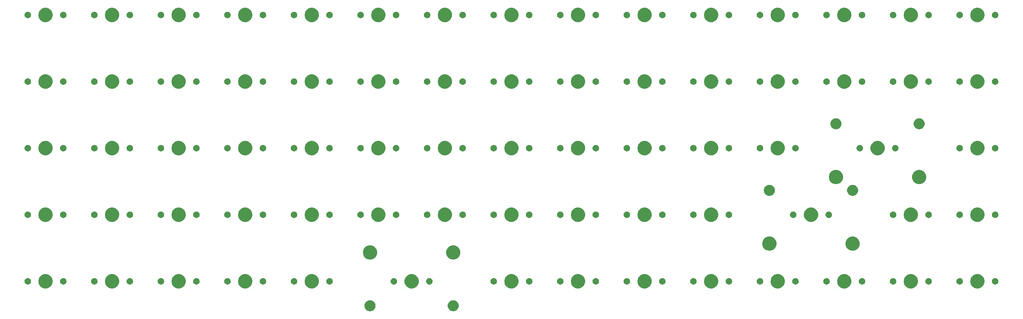
<source format=gbr>
G04 #@! TF.GenerationSoftware,KiCad,Pcbnew,(5.1.4)-1*
G04 #@! TF.CreationDate,2022-05-13T01:11:50-07:00*
G04 #@! TF.ProjectId,bakeneko60tho,62616b65-6e65-46b6-9f36-3074686f2e6b,rev?*
G04 #@! TF.SameCoordinates,Original*
G04 #@! TF.FileFunction,Soldermask,Top*
G04 #@! TF.FilePolarity,Negative*
%FSLAX46Y46*%
G04 Gerber Fmt 4.6, Leading zero omitted, Abs format (unit mm)*
G04 Created by KiCad (PCBNEW (5.1.4)-1) date 2022-05-13 01:11:50*
%MOMM*%
%LPD*%
G04 APERTURE LIST*
%ADD10C,0.100000*%
G04 APERTURE END LIST*
D10*
G36*
X139365661Y-103895526D02*
G01*
X139484387Y-103944704D01*
X139652291Y-104014252D01*
X139652292Y-104014253D01*
X139910254Y-104186617D01*
X140129633Y-104405996D01*
X140244803Y-104578361D01*
X140301998Y-104663959D01*
X140420724Y-104950590D01*
X140481250Y-105254875D01*
X140481250Y-105565125D01*
X140420724Y-105869410D01*
X140301998Y-106156041D01*
X140301997Y-106156042D01*
X140129633Y-106414004D01*
X139910254Y-106633383D01*
X139737889Y-106748553D01*
X139652291Y-106805748D01*
X139484387Y-106875296D01*
X139365661Y-106924474D01*
X139213517Y-106954737D01*
X139061375Y-106985000D01*
X138751125Y-106985000D01*
X138598983Y-106954737D01*
X138446839Y-106924474D01*
X138328113Y-106875296D01*
X138160209Y-106805748D01*
X138074611Y-106748553D01*
X137902246Y-106633383D01*
X137682867Y-106414004D01*
X137510503Y-106156042D01*
X137510502Y-106156041D01*
X137391776Y-105869410D01*
X137331250Y-105565125D01*
X137331250Y-105254875D01*
X137391776Y-104950590D01*
X137510502Y-104663959D01*
X137567697Y-104578361D01*
X137682867Y-104405996D01*
X137902246Y-104186617D01*
X138160208Y-104014253D01*
X138160209Y-104014252D01*
X138328113Y-103944704D01*
X138446839Y-103895526D01*
X138598983Y-103865263D01*
X138751125Y-103835000D01*
X139061375Y-103835000D01*
X139365661Y-103895526D01*
X139365661Y-103895526D01*
G37*
G36*
X115553161Y-103895526D02*
G01*
X115671887Y-103944704D01*
X115839791Y-104014252D01*
X115839792Y-104014253D01*
X116097754Y-104186617D01*
X116317133Y-104405996D01*
X116432303Y-104578361D01*
X116489498Y-104663959D01*
X116608224Y-104950590D01*
X116668750Y-105254875D01*
X116668750Y-105565125D01*
X116608224Y-105869410D01*
X116489498Y-106156041D01*
X116489497Y-106156042D01*
X116317133Y-106414004D01*
X116097754Y-106633383D01*
X115925389Y-106748553D01*
X115839791Y-106805748D01*
X115671887Y-106875296D01*
X115553161Y-106924474D01*
X115401017Y-106954737D01*
X115248875Y-106985000D01*
X114938625Y-106985000D01*
X114786483Y-106954737D01*
X114634339Y-106924474D01*
X114515613Y-106875296D01*
X114347709Y-106805748D01*
X114262111Y-106748553D01*
X114089746Y-106633383D01*
X113870367Y-106414004D01*
X113698003Y-106156042D01*
X113698002Y-106156041D01*
X113579276Y-105869410D01*
X113518750Y-105565125D01*
X113518750Y-105254875D01*
X113579276Y-104950590D01*
X113698002Y-104663959D01*
X113755197Y-104578361D01*
X113870367Y-104405996D01*
X114089746Y-104186617D01*
X114347708Y-104014253D01*
X114347709Y-104014252D01*
X114515613Y-103944704D01*
X114634339Y-103895526D01*
X114786483Y-103865263D01*
X114938625Y-103835000D01*
X115248875Y-103835000D01*
X115553161Y-103895526D01*
X115553161Y-103895526D01*
G37*
G36*
X22821474Y-96458684D02*
G01*
X23039474Y-96548983D01*
X23193623Y-96612833D01*
X23528548Y-96836623D01*
X23813377Y-97121452D01*
X24037167Y-97456377D01*
X24069562Y-97534586D01*
X24191316Y-97828526D01*
X24269900Y-98223594D01*
X24269900Y-98626406D01*
X24191316Y-99021474D01*
X24140451Y-99144272D01*
X24037167Y-99393623D01*
X23813377Y-99728548D01*
X23528548Y-100013377D01*
X23193623Y-100237167D01*
X23039474Y-100301017D01*
X22821474Y-100391316D01*
X22426406Y-100469900D01*
X22023594Y-100469900D01*
X21628526Y-100391316D01*
X21410526Y-100301017D01*
X21256377Y-100237167D01*
X20921452Y-100013377D01*
X20636623Y-99728548D01*
X20412833Y-99393623D01*
X20309549Y-99144272D01*
X20258684Y-99021474D01*
X20180100Y-98626406D01*
X20180100Y-98223594D01*
X20258684Y-97828526D01*
X20380438Y-97534586D01*
X20412833Y-97456377D01*
X20636623Y-97121452D01*
X20921452Y-96836623D01*
X21256377Y-96612833D01*
X21410526Y-96548983D01*
X21628526Y-96458684D01*
X22023594Y-96380100D01*
X22426406Y-96380100D01*
X22821474Y-96458684D01*
X22821474Y-96458684D01*
G37*
G36*
X41871474Y-96458684D02*
G01*
X42089474Y-96548983D01*
X42243623Y-96612833D01*
X42578548Y-96836623D01*
X42863377Y-97121452D01*
X43087167Y-97456377D01*
X43119562Y-97534586D01*
X43241316Y-97828526D01*
X43319900Y-98223594D01*
X43319900Y-98626406D01*
X43241316Y-99021474D01*
X43190451Y-99144272D01*
X43087167Y-99393623D01*
X42863377Y-99728548D01*
X42578548Y-100013377D01*
X42243623Y-100237167D01*
X42089474Y-100301017D01*
X41871474Y-100391316D01*
X41476406Y-100469900D01*
X41073594Y-100469900D01*
X40678526Y-100391316D01*
X40460526Y-100301017D01*
X40306377Y-100237167D01*
X39971452Y-100013377D01*
X39686623Y-99728548D01*
X39462833Y-99393623D01*
X39359549Y-99144272D01*
X39308684Y-99021474D01*
X39230100Y-98626406D01*
X39230100Y-98223594D01*
X39308684Y-97828526D01*
X39430438Y-97534586D01*
X39462833Y-97456377D01*
X39686623Y-97121452D01*
X39971452Y-96836623D01*
X40306377Y-96612833D01*
X40460526Y-96548983D01*
X40678526Y-96458684D01*
X41073594Y-96380100D01*
X41476406Y-96380100D01*
X41871474Y-96458684D01*
X41871474Y-96458684D01*
G37*
G36*
X60921474Y-96458684D02*
G01*
X61139474Y-96548983D01*
X61293623Y-96612833D01*
X61628548Y-96836623D01*
X61913377Y-97121452D01*
X62137167Y-97456377D01*
X62169562Y-97534586D01*
X62291316Y-97828526D01*
X62369900Y-98223594D01*
X62369900Y-98626406D01*
X62291316Y-99021474D01*
X62240451Y-99144272D01*
X62137167Y-99393623D01*
X61913377Y-99728548D01*
X61628548Y-100013377D01*
X61293623Y-100237167D01*
X61139474Y-100301017D01*
X60921474Y-100391316D01*
X60526406Y-100469900D01*
X60123594Y-100469900D01*
X59728526Y-100391316D01*
X59510526Y-100301017D01*
X59356377Y-100237167D01*
X59021452Y-100013377D01*
X58736623Y-99728548D01*
X58512833Y-99393623D01*
X58409549Y-99144272D01*
X58358684Y-99021474D01*
X58280100Y-98626406D01*
X58280100Y-98223594D01*
X58358684Y-97828526D01*
X58480438Y-97534586D01*
X58512833Y-97456377D01*
X58736623Y-97121452D01*
X59021452Y-96836623D01*
X59356377Y-96612833D01*
X59510526Y-96548983D01*
X59728526Y-96458684D01*
X60123594Y-96380100D01*
X60526406Y-96380100D01*
X60921474Y-96458684D01*
X60921474Y-96458684D01*
G37*
G36*
X79971474Y-96458684D02*
G01*
X80189474Y-96548983D01*
X80343623Y-96612833D01*
X80678548Y-96836623D01*
X80963377Y-97121452D01*
X81187167Y-97456377D01*
X81219562Y-97534586D01*
X81341316Y-97828526D01*
X81419900Y-98223594D01*
X81419900Y-98626406D01*
X81341316Y-99021474D01*
X81290451Y-99144272D01*
X81187167Y-99393623D01*
X80963377Y-99728548D01*
X80678548Y-100013377D01*
X80343623Y-100237167D01*
X80189474Y-100301017D01*
X79971474Y-100391316D01*
X79576406Y-100469900D01*
X79173594Y-100469900D01*
X78778526Y-100391316D01*
X78560526Y-100301017D01*
X78406377Y-100237167D01*
X78071452Y-100013377D01*
X77786623Y-99728548D01*
X77562833Y-99393623D01*
X77459549Y-99144272D01*
X77408684Y-99021474D01*
X77330100Y-98626406D01*
X77330100Y-98223594D01*
X77408684Y-97828526D01*
X77530438Y-97534586D01*
X77562833Y-97456377D01*
X77786623Y-97121452D01*
X78071452Y-96836623D01*
X78406377Y-96612833D01*
X78560526Y-96548983D01*
X78778526Y-96458684D01*
X79173594Y-96380100D01*
X79576406Y-96380100D01*
X79971474Y-96458684D01*
X79971474Y-96458684D01*
G37*
G36*
X99021474Y-96458684D02*
G01*
X99239474Y-96548983D01*
X99393623Y-96612833D01*
X99728548Y-96836623D01*
X100013377Y-97121452D01*
X100237167Y-97456377D01*
X100269562Y-97534586D01*
X100391316Y-97828526D01*
X100469900Y-98223594D01*
X100469900Y-98626406D01*
X100391316Y-99021474D01*
X100340451Y-99144272D01*
X100237167Y-99393623D01*
X100013377Y-99728548D01*
X99728548Y-100013377D01*
X99393623Y-100237167D01*
X99239474Y-100301017D01*
X99021474Y-100391316D01*
X98626406Y-100469900D01*
X98223594Y-100469900D01*
X97828526Y-100391316D01*
X97610526Y-100301017D01*
X97456377Y-100237167D01*
X97121452Y-100013377D01*
X96836623Y-99728548D01*
X96612833Y-99393623D01*
X96509549Y-99144272D01*
X96458684Y-99021474D01*
X96380100Y-98626406D01*
X96380100Y-98223594D01*
X96458684Y-97828526D01*
X96580438Y-97534586D01*
X96612833Y-97456377D01*
X96836623Y-97121452D01*
X97121452Y-96836623D01*
X97456377Y-96612833D01*
X97610526Y-96548983D01*
X97828526Y-96458684D01*
X98223594Y-96380100D01*
X98626406Y-96380100D01*
X99021474Y-96458684D01*
X99021474Y-96458684D01*
G37*
G36*
X156171474Y-96458684D02*
G01*
X156389474Y-96548983D01*
X156543623Y-96612833D01*
X156878548Y-96836623D01*
X157163377Y-97121452D01*
X157387167Y-97456377D01*
X157419562Y-97534586D01*
X157541316Y-97828526D01*
X157619900Y-98223594D01*
X157619900Y-98626406D01*
X157541316Y-99021474D01*
X157490451Y-99144272D01*
X157387167Y-99393623D01*
X157163377Y-99728548D01*
X156878548Y-100013377D01*
X156543623Y-100237167D01*
X156389474Y-100301017D01*
X156171474Y-100391316D01*
X155776406Y-100469900D01*
X155373594Y-100469900D01*
X154978526Y-100391316D01*
X154760526Y-100301017D01*
X154606377Y-100237167D01*
X154271452Y-100013377D01*
X153986623Y-99728548D01*
X153762833Y-99393623D01*
X153659549Y-99144272D01*
X153608684Y-99021474D01*
X153530100Y-98626406D01*
X153530100Y-98223594D01*
X153608684Y-97828526D01*
X153730438Y-97534586D01*
X153762833Y-97456377D01*
X153986623Y-97121452D01*
X154271452Y-96836623D01*
X154606377Y-96612833D01*
X154760526Y-96548983D01*
X154978526Y-96458684D01*
X155373594Y-96380100D01*
X155776406Y-96380100D01*
X156171474Y-96458684D01*
X156171474Y-96458684D01*
G37*
G36*
X175221474Y-96458684D02*
G01*
X175439474Y-96548983D01*
X175593623Y-96612833D01*
X175928548Y-96836623D01*
X176213377Y-97121452D01*
X176437167Y-97456377D01*
X176469562Y-97534586D01*
X176591316Y-97828526D01*
X176669900Y-98223594D01*
X176669900Y-98626406D01*
X176591316Y-99021474D01*
X176540451Y-99144272D01*
X176437167Y-99393623D01*
X176213377Y-99728548D01*
X175928548Y-100013377D01*
X175593623Y-100237167D01*
X175439474Y-100301017D01*
X175221474Y-100391316D01*
X174826406Y-100469900D01*
X174423594Y-100469900D01*
X174028526Y-100391316D01*
X173810526Y-100301017D01*
X173656377Y-100237167D01*
X173321452Y-100013377D01*
X173036623Y-99728548D01*
X172812833Y-99393623D01*
X172709549Y-99144272D01*
X172658684Y-99021474D01*
X172580100Y-98626406D01*
X172580100Y-98223594D01*
X172658684Y-97828526D01*
X172780438Y-97534586D01*
X172812833Y-97456377D01*
X173036623Y-97121452D01*
X173321452Y-96836623D01*
X173656377Y-96612833D01*
X173810526Y-96548983D01*
X174028526Y-96458684D01*
X174423594Y-96380100D01*
X174826406Y-96380100D01*
X175221474Y-96458684D01*
X175221474Y-96458684D01*
G37*
G36*
X213321474Y-96458684D02*
G01*
X213539474Y-96548983D01*
X213693623Y-96612833D01*
X214028548Y-96836623D01*
X214313377Y-97121452D01*
X214537167Y-97456377D01*
X214569562Y-97534586D01*
X214691316Y-97828526D01*
X214769900Y-98223594D01*
X214769900Y-98626406D01*
X214691316Y-99021474D01*
X214640451Y-99144272D01*
X214537167Y-99393623D01*
X214313377Y-99728548D01*
X214028548Y-100013377D01*
X213693623Y-100237167D01*
X213539474Y-100301017D01*
X213321474Y-100391316D01*
X212926406Y-100469900D01*
X212523594Y-100469900D01*
X212128526Y-100391316D01*
X211910526Y-100301017D01*
X211756377Y-100237167D01*
X211421452Y-100013377D01*
X211136623Y-99728548D01*
X210912833Y-99393623D01*
X210809549Y-99144272D01*
X210758684Y-99021474D01*
X210680100Y-98626406D01*
X210680100Y-98223594D01*
X210758684Y-97828526D01*
X210880438Y-97534586D01*
X210912833Y-97456377D01*
X211136623Y-97121452D01*
X211421452Y-96836623D01*
X211756377Y-96612833D01*
X211910526Y-96548983D01*
X212128526Y-96458684D01*
X212523594Y-96380100D01*
X212926406Y-96380100D01*
X213321474Y-96458684D01*
X213321474Y-96458684D01*
G37*
G36*
X232371474Y-96458684D02*
G01*
X232589474Y-96548983D01*
X232743623Y-96612833D01*
X233078548Y-96836623D01*
X233363377Y-97121452D01*
X233587167Y-97456377D01*
X233619562Y-97534586D01*
X233741316Y-97828526D01*
X233819900Y-98223594D01*
X233819900Y-98626406D01*
X233741316Y-99021474D01*
X233690451Y-99144272D01*
X233587167Y-99393623D01*
X233363377Y-99728548D01*
X233078548Y-100013377D01*
X232743623Y-100237167D01*
X232589474Y-100301017D01*
X232371474Y-100391316D01*
X231976406Y-100469900D01*
X231573594Y-100469900D01*
X231178526Y-100391316D01*
X230960526Y-100301017D01*
X230806377Y-100237167D01*
X230471452Y-100013377D01*
X230186623Y-99728548D01*
X229962833Y-99393623D01*
X229859549Y-99144272D01*
X229808684Y-99021474D01*
X229730100Y-98626406D01*
X229730100Y-98223594D01*
X229808684Y-97828526D01*
X229930438Y-97534586D01*
X229962833Y-97456377D01*
X230186623Y-97121452D01*
X230471452Y-96836623D01*
X230806377Y-96612833D01*
X230960526Y-96548983D01*
X231178526Y-96458684D01*
X231573594Y-96380100D01*
X231976406Y-96380100D01*
X232371474Y-96458684D01*
X232371474Y-96458684D01*
G37*
G36*
X251421474Y-96458684D02*
G01*
X251639474Y-96548983D01*
X251793623Y-96612833D01*
X252128548Y-96836623D01*
X252413377Y-97121452D01*
X252637167Y-97456377D01*
X252669562Y-97534586D01*
X252791316Y-97828526D01*
X252869900Y-98223594D01*
X252869900Y-98626406D01*
X252791316Y-99021474D01*
X252740451Y-99144272D01*
X252637167Y-99393623D01*
X252413377Y-99728548D01*
X252128548Y-100013377D01*
X251793623Y-100237167D01*
X251639474Y-100301017D01*
X251421474Y-100391316D01*
X251026406Y-100469900D01*
X250623594Y-100469900D01*
X250228526Y-100391316D01*
X250010526Y-100301017D01*
X249856377Y-100237167D01*
X249521452Y-100013377D01*
X249236623Y-99728548D01*
X249012833Y-99393623D01*
X248909549Y-99144272D01*
X248858684Y-99021474D01*
X248780100Y-98626406D01*
X248780100Y-98223594D01*
X248858684Y-97828526D01*
X248980438Y-97534586D01*
X249012833Y-97456377D01*
X249236623Y-97121452D01*
X249521452Y-96836623D01*
X249856377Y-96612833D01*
X250010526Y-96548983D01*
X250228526Y-96458684D01*
X250623594Y-96380100D01*
X251026406Y-96380100D01*
X251421474Y-96458684D01*
X251421474Y-96458684D01*
G37*
G36*
X270471474Y-96458684D02*
G01*
X270689474Y-96548983D01*
X270843623Y-96612833D01*
X271178548Y-96836623D01*
X271463377Y-97121452D01*
X271687167Y-97456377D01*
X271719562Y-97534586D01*
X271841316Y-97828526D01*
X271919900Y-98223594D01*
X271919900Y-98626406D01*
X271841316Y-99021474D01*
X271790451Y-99144272D01*
X271687167Y-99393623D01*
X271463377Y-99728548D01*
X271178548Y-100013377D01*
X270843623Y-100237167D01*
X270689474Y-100301017D01*
X270471474Y-100391316D01*
X270076406Y-100469900D01*
X269673594Y-100469900D01*
X269278526Y-100391316D01*
X269060526Y-100301017D01*
X268906377Y-100237167D01*
X268571452Y-100013377D01*
X268286623Y-99728548D01*
X268062833Y-99393623D01*
X267959549Y-99144272D01*
X267908684Y-99021474D01*
X267830100Y-98626406D01*
X267830100Y-98223594D01*
X267908684Y-97828526D01*
X268030438Y-97534586D01*
X268062833Y-97456377D01*
X268286623Y-97121452D01*
X268571452Y-96836623D01*
X268906377Y-96612833D01*
X269060526Y-96548983D01*
X269278526Y-96458684D01*
X269673594Y-96380100D01*
X270076406Y-96380100D01*
X270471474Y-96458684D01*
X270471474Y-96458684D01*
G37*
G36*
X289521474Y-96458684D02*
G01*
X289739474Y-96548983D01*
X289893623Y-96612833D01*
X290228548Y-96836623D01*
X290513377Y-97121452D01*
X290737167Y-97456377D01*
X290769562Y-97534586D01*
X290891316Y-97828526D01*
X290969900Y-98223594D01*
X290969900Y-98626406D01*
X290891316Y-99021474D01*
X290840451Y-99144272D01*
X290737167Y-99393623D01*
X290513377Y-99728548D01*
X290228548Y-100013377D01*
X289893623Y-100237167D01*
X289739474Y-100301017D01*
X289521474Y-100391316D01*
X289126406Y-100469900D01*
X288723594Y-100469900D01*
X288328526Y-100391316D01*
X288110526Y-100301017D01*
X287956377Y-100237167D01*
X287621452Y-100013377D01*
X287336623Y-99728548D01*
X287112833Y-99393623D01*
X287009549Y-99144272D01*
X286958684Y-99021474D01*
X286880100Y-98626406D01*
X286880100Y-98223594D01*
X286958684Y-97828526D01*
X287080438Y-97534586D01*
X287112833Y-97456377D01*
X287336623Y-97121452D01*
X287621452Y-96836623D01*
X287956377Y-96612833D01*
X288110526Y-96548983D01*
X288328526Y-96458684D01*
X288723594Y-96380100D01*
X289126406Y-96380100D01*
X289521474Y-96458684D01*
X289521474Y-96458684D01*
G37*
G36*
X194271474Y-96458684D02*
G01*
X194489474Y-96548983D01*
X194643623Y-96612833D01*
X194978548Y-96836623D01*
X195263377Y-97121452D01*
X195487167Y-97456377D01*
X195519562Y-97534586D01*
X195641316Y-97828526D01*
X195719900Y-98223594D01*
X195719900Y-98626406D01*
X195641316Y-99021474D01*
X195590451Y-99144272D01*
X195487167Y-99393623D01*
X195263377Y-99728548D01*
X194978548Y-100013377D01*
X194643623Y-100237167D01*
X194489474Y-100301017D01*
X194271474Y-100391316D01*
X193876406Y-100469900D01*
X193473594Y-100469900D01*
X193078526Y-100391316D01*
X192860526Y-100301017D01*
X192706377Y-100237167D01*
X192371452Y-100013377D01*
X192086623Y-99728548D01*
X191862833Y-99393623D01*
X191759549Y-99144272D01*
X191708684Y-99021474D01*
X191630100Y-98626406D01*
X191630100Y-98223594D01*
X191708684Y-97828526D01*
X191830438Y-97534586D01*
X191862833Y-97456377D01*
X192086623Y-97121452D01*
X192371452Y-96836623D01*
X192706377Y-96612833D01*
X192860526Y-96548983D01*
X193078526Y-96458684D01*
X193473594Y-96380100D01*
X193876406Y-96380100D01*
X194271474Y-96458684D01*
X194271474Y-96458684D01*
G37*
G36*
X127596474Y-96458684D02*
G01*
X127814474Y-96548983D01*
X127968623Y-96612833D01*
X128303548Y-96836623D01*
X128588377Y-97121452D01*
X128812167Y-97456377D01*
X128844562Y-97534586D01*
X128966316Y-97828526D01*
X129044900Y-98223594D01*
X129044900Y-98626406D01*
X128966316Y-99021474D01*
X128915451Y-99144272D01*
X128812167Y-99393623D01*
X128588377Y-99728548D01*
X128303548Y-100013377D01*
X127968623Y-100237167D01*
X127814474Y-100301017D01*
X127596474Y-100391316D01*
X127201406Y-100469900D01*
X126798594Y-100469900D01*
X126403526Y-100391316D01*
X126185526Y-100301017D01*
X126031377Y-100237167D01*
X125696452Y-100013377D01*
X125411623Y-99728548D01*
X125187833Y-99393623D01*
X125084549Y-99144272D01*
X125033684Y-99021474D01*
X124955100Y-98626406D01*
X124955100Y-98223594D01*
X125033684Y-97828526D01*
X125155438Y-97534586D01*
X125187833Y-97456377D01*
X125411623Y-97121452D01*
X125696452Y-96836623D01*
X126031377Y-96612833D01*
X126185526Y-96548983D01*
X126403526Y-96458684D01*
X126798594Y-96380100D01*
X127201406Y-96380100D01*
X127596474Y-96458684D01*
X127596474Y-96458684D01*
G37*
G36*
X103775104Y-97534585D02*
G01*
X103943626Y-97604389D01*
X104095291Y-97705728D01*
X104224272Y-97834709D01*
X104325611Y-97986374D01*
X104395415Y-98154896D01*
X104431000Y-98333797D01*
X104431000Y-98516203D01*
X104395415Y-98695104D01*
X104325611Y-98863626D01*
X104224272Y-99015291D01*
X104095291Y-99144272D01*
X103943626Y-99245611D01*
X103775104Y-99315415D01*
X103596203Y-99351000D01*
X103413797Y-99351000D01*
X103234896Y-99315415D01*
X103066374Y-99245611D01*
X102914709Y-99144272D01*
X102785728Y-99015291D01*
X102684389Y-98863626D01*
X102614585Y-98695104D01*
X102579000Y-98516203D01*
X102579000Y-98333797D01*
X102614585Y-98154896D01*
X102684389Y-97986374D01*
X102785728Y-97834709D01*
X102914709Y-97705728D01*
X103066374Y-97604389D01*
X103234896Y-97534585D01*
X103413797Y-97499000D01*
X103596203Y-97499000D01*
X103775104Y-97534585D01*
X103775104Y-97534585D01*
G37*
G36*
X74565104Y-97534585D02*
G01*
X74733626Y-97604389D01*
X74885291Y-97705728D01*
X75014272Y-97834709D01*
X75115611Y-97986374D01*
X75185415Y-98154896D01*
X75221000Y-98333797D01*
X75221000Y-98516203D01*
X75185415Y-98695104D01*
X75115611Y-98863626D01*
X75014272Y-99015291D01*
X74885291Y-99144272D01*
X74733626Y-99245611D01*
X74565104Y-99315415D01*
X74386203Y-99351000D01*
X74203797Y-99351000D01*
X74024896Y-99315415D01*
X73856374Y-99245611D01*
X73704709Y-99144272D01*
X73575728Y-99015291D01*
X73474389Y-98863626D01*
X73404585Y-98695104D01*
X73369000Y-98516203D01*
X73369000Y-98333797D01*
X73404585Y-98154896D01*
X73474389Y-97986374D01*
X73575728Y-97834709D01*
X73704709Y-97705728D01*
X73856374Y-97604389D01*
X74024896Y-97534585D01*
X74203797Y-97499000D01*
X74386203Y-97499000D01*
X74565104Y-97534585D01*
X74565104Y-97534585D01*
G37*
G36*
X84725104Y-97534585D02*
G01*
X84893626Y-97604389D01*
X85045291Y-97705728D01*
X85174272Y-97834709D01*
X85275611Y-97986374D01*
X85345415Y-98154896D01*
X85381000Y-98333797D01*
X85381000Y-98516203D01*
X85345415Y-98695104D01*
X85275611Y-98863626D01*
X85174272Y-99015291D01*
X85045291Y-99144272D01*
X84893626Y-99245611D01*
X84725104Y-99315415D01*
X84546203Y-99351000D01*
X84363797Y-99351000D01*
X84184896Y-99315415D01*
X84016374Y-99245611D01*
X83864709Y-99144272D01*
X83735728Y-99015291D01*
X83634389Y-98863626D01*
X83564585Y-98695104D01*
X83529000Y-98516203D01*
X83529000Y-98333797D01*
X83564585Y-98154896D01*
X83634389Y-97986374D01*
X83735728Y-97834709D01*
X83864709Y-97705728D01*
X84016374Y-97604389D01*
X84184896Y-97534585D01*
X84363797Y-97499000D01*
X84546203Y-97499000D01*
X84725104Y-97534585D01*
X84725104Y-97534585D01*
G37*
G36*
X55515104Y-97534585D02*
G01*
X55683626Y-97604389D01*
X55835291Y-97705728D01*
X55964272Y-97834709D01*
X56065611Y-97986374D01*
X56135415Y-98154896D01*
X56171000Y-98333797D01*
X56171000Y-98516203D01*
X56135415Y-98695104D01*
X56065611Y-98863626D01*
X55964272Y-99015291D01*
X55835291Y-99144272D01*
X55683626Y-99245611D01*
X55515104Y-99315415D01*
X55336203Y-99351000D01*
X55153797Y-99351000D01*
X54974896Y-99315415D01*
X54806374Y-99245611D01*
X54654709Y-99144272D01*
X54525728Y-99015291D01*
X54424389Y-98863626D01*
X54354585Y-98695104D01*
X54319000Y-98516203D01*
X54319000Y-98333797D01*
X54354585Y-98154896D01*
X54424389Y-97986374D01*
X54525728Y-97834709D01*
X54654709Y-97705728D01*
X54806374Y-97604389D01*
X54974896Y-97534585D01*
X55153797Y-97499000D01*
X55336203Y-97499000D01*
X55515104Y-97534585D01*
X55515104Y-97534585D01*
G37*
G36*
X65675104Y-97534585D02*
G01*
X65843626Y-97604389D01*
X65995291Y-97705728D01*
X66124272Y-97834709D01*
X66225611Y-97986374D01*
X66295415Y-98154896D01*
X66331000Y-98333797D01*
X66331000Y-98516203D01*
X66295415Y-98695104D01*
X66225611Y-98863626D01*
X66124272Y-99015291D01*
X65995291Y-99144272D01*
X65843626Y-99245611D01*
X65675104Y-99315415D01*
X65496203Y-99351000D01*
X65313797Y-99351000D01*
X65134896Y-99315415D01*
X64966374Y-99245611D01*
X64814709Y-99144272D01*
X64685728Y-99015291D01*
X64584389Y-98863626D01*
X64514585Y-98695104D01*
X64479000Y-98516203D01*
X64479000Y-98333797D01*
X64514585Y-98154896D01*
X64584389Y-97986374D01*
X64685728Y-97834709D01*
X64814709Y-97705728D01*
X64966374Y-97604389D01*
X65134896Y-97534585D01*
X65313797Y-97499000D01*
X65496203Y-97499000D01*
X65675104Y-97534585D01*
X65675104Y-97534585D01*
G37*
G36*
X36465104Y-97534585D02*
G01*
X36633626Y-97604389D01*
X36785291Y-97705728D01*
X36914272Y-97834709D01*
X37015611Y-97986374D01*
X37085415Y-98154896D01*
X37121000Y-98333797D01*
X37121000Y-98516203D01*
X37085415Y-98695104D01*
X37015611Y-98863626D01*
X36914272Y-99015291D01*
X36785291Y-99144272D01*
X36633626Y-99245611D01*
X36465104Y-99315415D01*
X36286203Y-99351000D01*
X36103797Y-99351000D01*
X35924896Y-99315415D01*
X35756374Y-99245611D01*
X35604709Y-99144272D01*
X35475728Y-99015291D01*
X35374389Y-98863626D01*
X35304585Y-98695104D01*
X35269000Y-98516203D01*
X35269000Y-98333797D01*
X35304585Y-98154896D01*
X35374389Y-97986374D01*
X35475728Y-97834709D01*
X35604709Y-97705728D01*
X35756374Y-97604389D01*
X35924896Y-97534585D01*
X36103797Y-97499000D01*
X36286203Y-97499000D01*
X36465104Y-97534585D01*
X36465104Y-97534585D01*
G37*
G36*
X46625104Y-97534585D02*
G01*
X46793626Y-97604389D01*
X46945291Y-97705728D01*
X47074272Y-97834709D01*
X47175611Y-97986374D01*
X47245415Y-98154896D01*
X47281000Y-98333797D01*
X47281000Y-98516203D01*
X47245415Y-98695104D01*
X47175611Y-98863626D01*
X47074272Y-99015291D01*
X46945291Y-99144272D01*
X46793626Y-99245611D01*
X46625104Y-99315415D01*
X46446203Y-99351000D01*
X46263797Y-99351000D01*
X46084896Y-99315415D01*
X45916374Y-99245611D01*
X45764709Y-99144272D01*
X45635728Y-99015291D01*
X45534389Y-98863626D01*
X45464585Y-98695104D01*
X45429000Y-98516203D01*
X45429000Y-98333797D01*
X45464585Y-98154896D01*
X45534389Y-97986374D01*
X45635728Y-97834709D01*
X45764709Y-97705728D01*
X45916374Y-97604389D01*
X46084896Y-97534585D01*
X46263797Y-97499000D01*
X46446203Y-97499000D01*
X46625104Y-97534585D01*
X46625104Y-97534585D01*
G37*
G36*
X17415104Y-97534585D02*
G01*
X17583626Y-97604389D01*
X17735291Y-97705728D01*
X17864272Y-97834709D01*
X17965611Y-97986374D01*
X18035415Y-98154896D01*
X18071000Y-98333797D01*
X18071000Y-98516203D01*
X18035415Y-98695104D01*
X17965611Y-98863626D01*
X17864272Y-99015291D01*
X17735291Y-99144272D01*
X17583626Y-99245611D01*
X17415104Y-99315415D01*
X17236203Y-99351000D01*
X17053797Y-99351000D01*
X16874896Y-99315415D01*
X16706374Y-99245611D01*
X16554709Y-99144272D01*
X16425728Y-99015291D01*
X16324389Y-98863626D01*
X16254585Y-98695104D01*
X16219000Y-98516203D01*
X16219000Y-98333797D01*
X16254585Y-98154896D01*
X16324389Y-97986374D01*
X16425728Y-97834709D01*
X16554709Y-97705728D01*
X16706374Y-97604389D01*
X16874896Y-97534585D01*
X17053797Y-97499000D01*
X17236203Y-97499000D01*
X17415104Y-97534585D01*
X17415104Y-97534585D01*
G37*
G36*
X27575104Y-97534585D02*
G01*
X27743626Y-97604389D01*
X27895291Y-97705728D01*
X28024272Y-97834709D01*
X28125611Y-97986374D01*
X28195415Y-98154896D01*
X28231000Y-98333797D01*
X28231000Y-98516203D01*
X28195415Y-98695104D01*
X28125611Y-98863626D01*
X28024272Y-99015291D01*
X27895291Y-99144272D01*
X27743626Y-99245611D01*
X27575104Y-99315415D01*
X27396203Y-99351000D01*
X27213797Y-99351000D01*
X27034896Y-99315415D01*
X26866374Y-99245611D01*
X26714709Y-99144272D01*
X26585728Y-99015291D01*
X26484389Y-98863626D01*
X26414585Y-98695104D01*
X26379000Y-98516203D01*
X26379000Y-98333797D01*
X26414585Y-98154896D01*
X26484389Y-97986374D01*
X26585728Y-97834709D01*
X26714709Y-97705728D01*
X26866374Y-97604389D01*
X27034896Y-97534585D01*
X27213797Y-97499000D01*
X27396203Y-97499000D01*
X27575104Y-97534585D01*
X27575104Y-97534585D01*
G37*
G36*
X122190104Y-97534585D02*
G01*
X122358626Y-97604389D01*
X122510291Y-97705728D01*
X122639272Y-97834709D01*
X122740611Y-97986374D01*
X122810415Y-98154896D01*
X122846000Y-98333797D01*
X122846000Y-98516203D01*
X122810415Y-98695104D01*
X122740611Y-98863626D01*
X122639272Y-99015291D01*
X122510291Y-99144272D01*
X122358626Y-99245611D01*
X122190104Y-99315415D01*
X122011203Y-99351000D01*
X121828797Y-99351000D01*
X121649896Y-99315415D01*
X121481374Y-99245611D01*
X121329709Y-99144272D01*
X121200728Y-99015291D01*
X121099389Y-98863626D01*
X121029585Y-98695104D01*
X120994000Y-98516203D01*
X120994000Y-98333797D01*
X121029585Y-98154896D01*
X121099389Y-97986374D01*
X121200728Y-97834709D01*
X121329709Y-97705728D01*
X121481374Y-97604389D01*
X121649896Y-97534585D01*
X121828797Y-97499000D01*
X122011203Y-97499000D01*
X122190104Y-97534585D01*
X122190104Y-97534585D01*
G37*
G36*
X132350104Y-97534585D02*
G01*
X132518626Y-97604389D01*
X132670291Y-97705728D01*
X132799272Y-97834709D01*
X132900611Y-97986374D01*
X132970415Y-98154896D01*
X133006000Y-98333797D01*
X133006000Y-98516203D01*
X132970415Y-98695104D01*
X132900611Y-98863626D01*
X132799272Y-99015291D01*
X132670291Y-99144272D01*
X132518626Y-99245611D01*
X132350104Y-99315415D01*
X132171203Y-99351000D01*
X131988797Y-99351000D01*
X131809896Y-99315415D01*
X131641374Y-99245611D01*
X131489709Y-99144272D01*
X131360728Y-99015291D01*
X131259389Y-98863626D01*
X131189585Y-98695104D01*
X131154000Y-98516203D01*
X131154000Y-98333797D01*
X131189585Y-98154896D01*
X131259389Y-97986374D01*
X131360728Y-97834709D01*
X131489709Y-97705728D01*
X131641374Y-97604389D01*
X131809896Y-97534585D01*
X131988797Y-97499000D01*
X132171203Y-97499000D01*
X132350104Y-97534585D01*
X132350104Y-97534585D01*
G37*
G36*
X284115104Y-97534585D02*
G01*
X284283626Y-97604389D01*
X284435291Y-97705728D01*
X284564272Y-97834709D01*
X284665611Y-97986374D01*
X284735415Y-98154896D01*
X284771000Y-98333797D01*
X284771000Y-98516203D01*
X284735415Y-98695104D01*
X284665611Y-98863626D01*
X284564272Y-99015291D01*
X284435291Y-99144272D01*
X284283626Y-99245611D01*
X284115104Y-99315415D01*
X283936203Y-99351000D01*
X283753797Y-99351000D01*
X283574896Y-99315415D01*
X283406374Y-99245611D01*
X283254709Y-99144272D01*
X283125728Y-99015291D01*
X283024389Y-98863626D01*
X282954585Y-98695104D01*
X282919000Y-98516203D01*
X282919000Y-98333797D01*
X282954585Y-98154896D01*
X283024389Y-97986374D01*
X283125728Y-97834709D01*
X283254709Y-97705728D01*
X283406374Y-97604389D01*
X283574896Y-97534585D01*
X283753797Y-97499000D01*
X283936203Y-97499000D01*
X284115104Y-97534585D01*
X284115104Y-97534585D01*
G37*
G36*
X294275104Y-97534585D02*
G01*
X294443626Y-97604389D01*
X294595291Y-97705728D01*
X294724272Y-97834709D01*
X294825611Y-97986374D01*
X294895415Y-98154896D01*
X294931000Y-98333797D01*
X294931000Y-98516203D01*
X294895415Y-98695104D01*
X294825611Y-98863626D01*
X294724272Y-99015291D01*
X294595291Y-99144272D01*
X294443626Y-99245611D01*
X294275104Y-99315415D01*
X294096203Y-99351000D01*
X293913797Y-99351000D01*
X293734896Y-99315415D01*
X293566374Y-99245611D01*
X293414709Y-99144272D01*
X293285728Y-99015291D01*
X293184389Y-98863626D01*
X293114585Y-98695104D01*
X293079000Y-98516203D01*
X293079000Y-98333797D01*
X293114585Y-98154896D01*
X293184389Y-97986374D01*
X293285728Y-97834709D01*
X293414709Y-97705728D01*
X293566374Y-97604389D01*
X293734896Y-97534585D01*
X293913797Y-97499000D01*
X294096203Y-97499000D01*
X294275104Y-97534585D01*
X294275104Y-97534585D01*
G37*
G36*
X169815104Y-97534585D02*
G01*
X169983626Y-97604389D01*
X170135291Y-97705728D01*
X170264272Y-97834709D01*
X170365611Y-97986374D01*
X170435415Y-98154896D01*
X170471000Y-98333797D01*
X170471000Y-98516203D01*
X170435415Y-98695104D01*
X170365611Y-98863626D01*
X170264272Y-99015291D01*
X170135291Y-99144272D01*
X169983626Y-99245611D01*
X169815104Y-99315415D01*
X169636203Y-99351000D01*
X169453797Y-99351000D01*
X169274896Y-99315415D01*
X169106374Y-99245611D01*
X168954709Y-99144272D01*
X168825728Y-99015291D01*
X168724389Y-98863626D01*
X168654585Y-98695104D01*
X168619000Y-98516203D01*
X168619000Y-98333797D01*
X168654585Y-98154896D01*
X168724389Y-97986374D01*
X168825728Y-97834709D01*
X168954709Y-97705728D01*
X169106374Y-97604389D01*
X169274896Y-97534585D01*
X169453797Y-97499000D01*
X169636203Y-97499000D01*
X169815104Y-97534585D01*
X169815104Y-97534585D01*
G37*
G36*
X160925104Y-97534585D02*
G01*
X161093626Y-97604389D01*
X161245291Y-97705728D01*
X161374272Y-97834709D01*
X161475611Y-97986374D01*
X161545415Y-98154896D01*
X161581000Y-98333797D01*
X161581000Y-98516203D01*
X161545415Y-98695104D01*
X161475611Y-98863626D01*
X161374272Y-99015291D01*
X161245291Y-99144272D01*
X161093626Y-99245611D01*
X160925104Y-99315415D01*
X160746203Y-99351000D01*
X160563797Y-99351000D01*
X160384896Y-99315415D01*
X160216374Y-99245611D01*
X160064709Y-99144272D01*
X159935728Y-99015291D01*
X159834389Y-98863626D01*
X159764585Y-98695104D01*
X159729000Y-98516203D01*
X159729000Y-98333797D01*
X159764585Y-98154896D01*
X159834389Y-97986374D01*
X159935728Y-97834709D01*
X160064709Y-97705728D01*
X160216374Y-97604389D01*
X160384896Y-97534585D01*
X160563797Y-97499000D01*
X160746203Y-97499000D01*
X160925104Y-97534585D01*
X160925104Y-97534585D01*
G37*
G36*
X246015104Y-97534585D02*
G01*
X246183626Y-97604389D01*
X246335291Y-97705728D01*
X246464272Y-97834709D01*
X246565611Y-97986374D01*
X246635415Y-98154896D01*
X246671000Y-98333797D01*
X246671000Y-98516203D01*
X246635415Y-98695104D01*
X246565611Y-98863626D01*
X246464272Y-99015291D01*
X246335291Y-99144272D01*
X246183626Y-99245611D01*
X246015104Y-99315415D01*
X245836203Y-99351000D01*
X245653797Y-99351000D01*
X245474896Y-99315415D01*
X245306374Y-99245611D01*
X245154709Y-99144272D01*
X245025728Y-99015291D01*
X244924389Y-98863626D01*
X244854585Y-98695104D01*
X244819000Y-98516203D01*
X244819000Y-98333797D01*
X244854585Y-98154896D01*
X244924389Y-97986374D01*
X245025728Y-97834709D01*
X245154709Y-97705728D01*
X245306374Y-97604389D01*
X245474896Y-97534585D01*
X245653797Y-97499000D01*
X245836203Y-97499000D01*
X246015104Y-97534585D01*
X246015104Y-97534585D01*
G37*
G36*
X256175104Y-97534585D02*
G01*
X256343626Y-97604389D01*
X256495291Y-97705728D01*
X256624272Y-97834709D01*
X256725611Y-97986374D01*
X256795415Y-98154896D01*
X256831000Y-98333797D01*
X256831000Y-98516203D01*
X256795415Y-98695104D01*
X256725611Y-98863626D01*
X256624272Y-99015291D01*
X256495291Y-99144272D01*
X256343626Y-99245611D01*
X256175104Y-99315415D01*
X255996203Y-99351000D01*
X255813797Y-99351000D01*
X255634896Y-99315415D01*
X255466374Y-99245611D01*
X255314709Y-99144272D01*
X255185728Y-99015291D01*
X255084389Y-98863626D01*
X255014585Y-98695104D01*
X254979000Y-98516203D01*
X254979000Y-98333797D01*
X255014585Y-98154896D01*
X255084389Y-97986374D01*
X255185728Y-97834709D01*
X255314709Y-97705728D01*
X255466374Y-97604389D01*
X255634896Y-97534585D01*
X255813797Y-97499000D01*
X255996203Y-97499000D01*
X256175104Y-97534585D01*
X256175104Y-97534585D01*
G37*
G36*
X226965104Y-97534585D02*
G01*
X227133626Y-97604389D01*
X227285291Y-97705728D01*
X227414272Y-97834709D01*
X227515611Y-97986374D01*
X227585415Y-98154896D01*
X227621000Y-98333797D01*
X227621000Y-98516203D01*
X227585415Y-98695104D01*
X227515611Y-98863626D01*
X227414272Y-99015291D01*
X227285291Y-99144272D01*
X227133626Y-99245611D01*
X226965104Y-99315415D01*
X226786203Y-99351000D01*
X226603797Y-99351000D01*
X226424896Y-99315415D01*
X226256374Y-99245611D01*
X226104709Y-99144272D01*
X225975728Y-99015291D01*
X225874389Y-98863626D01*
X225804585Y-98695104D01*
X225769000Y-98516203D01*
X225769000Y-98333797D01*
X225804585Y-98154896D01*
X225874389Y-97986374D01*
X225975728Y-97834709D01*
X226104709Y-97705728D01*
X226256374Y-97604389D01*
X226424896Y-97534585D01*
X226603797Y-97499000D01*
X226786203Y-97499000D01*
X226965104Y-97534585D01*
X226965104Y-97534585D01*
G37*
G36*
X275225104Y-97534585D02*
G01*
X275393626Y-97604389D01*
X275545291Y-97705728D01*
X275674272Y-97834709D01*
X275775611Y-97986374D01*
X275845415Y-98154896D01*
X275881000Y-98333797D01*
X275881000Y-98516203D01*
X275845415Y-98695104D01*
X275775611Y-98863626D01*
X275674272Y-99015291D01*
X275545291Y-99144272D01*
X275393626Y-99245611D01*
X275225104Y-99315415D01*
X275046203Y-99351000D01*
X274863797Y-99351000D01*
X274684896Y-99315415D01*
X274516374Y-99245611D01*
X274364709Y-99144272D01*
X274235728Y-99015291D01*
X274134389Y-98863626D01*
X274064585Y-98695104D01*
X274029000Y-98516203D01*
X274029000Y-98333797D01*
X274064585Y-98154896D01*
X274134389Y-97986374D01*
X274235728Y-97834709D01*
X274364709Y-97705728D01*
X274516374Y-97604389D01*
X274684896Y-97534585D01*
X274863797Y-97499000D01*
X275046203Y-97499000D01*
X275225104Y-97534585D01*
X275225104Y-97534585D01*
G37*
G36*
X237125104Y-97534585D02*
G01*
X237293626Y-97604389D01*
X237445291Y-97705728D01*
X237574272Y-97834709D01*
X237675611Y-97986374D01*
X237745415Y-98154896D01*
X237781000Y-98333797D01*
X237781000Y-98516203D01*
X237745415Y-98695104D01*
X237675611Y-98863626D01*
X237574272Y-99015291D01*
X237445291Y-99144272D01*
X237293626Y-99245611D01*
X237125104Y-99315415D01*
X236946203Y-99351000D01*
X236763797Y-99351000D01*
X236584896Y-99315415D01*
X236416374Y-99245611D01*
X236264709Y-99144272D01*
X236135728Y-99015291D01*
X236034389Y-98863626D01*
X235964585Y-98695104D01*
X235929000Y-98516203D01*
X235929000Y-98333797D01*
X235964585Y-98154896D01*
X236034389Y-97986374D01*
X236135728Y-97834709D01*
X236264709Y-97705728D01*
X236416374Y-97604389D01*
X236584896Y-97534585D01*
X236763797Y-97499000D01*
X236946203Y-97499000D01*
X237125104Y-97534585D01*
X237125104Y-97534585D01*
G37*
G36*
X265065104Y-97534585D02*
G01*
X265233626Y-97604389D01*
X265385291Y-97705728D01*
X265514272Y-97834709D01*
X265615611Y-97986374D01*
X265685415Y-98154896D01*
X265721000Y-98333797D01*
X265721000Y-98516203D01*
X265685415Y-98695104D01*
X265615611Y-98863626D01*
X265514272Y-99015291D01*
X265385291Y-99144272D01*
X265233626Y-99245611D01*
X265065104Y-99315415D01*
X264886203Y-99351000D01*
X264703797Y-99351000D01*
X264524896Y-99315415D01*
X264356374Y-99245611D01*
X264204709Y-99144272D01*
X264075728Y-99015291D01*
X263974389Y-98863626D01*
X263904585Y-98695104D01*
X263869000Y-98516203D01*
X263869000Y-98333797D01*
X263904585Y-98154896D01*
X263974389Y-97986374D01*
X264075728Y-97834709D01*
X264204709Y-97705728D01*
X264356374Y-97604389D01*
X264524896Y-97534585D01*
X264703797Y-97499000D01*
X264886203Y-97499000D01*
X265065104Y-97534585D01*
X265065104Y-97534585D01*
G37*
G36*
X207915104Y-97534585D02*
G01*
X208083626Y-97604389D01*
X208235291Y-97705728D01*
X208364272Y-97834709D01*
X208465611Y-97986374D01*
X208535415Y-98154896D01*
X208571000Y-98333797D01*
X208571000Y-98516203D01*
X208535415Y-98695104D01*
X208465611Y-98863626D01*
X208364272Y-99015291D01*
X208235291Y-99144272D01*
X208083626Y-99245611D01*
X207915104Y-99315415D01*
X207736203Y-99351000D01*
X207553797Y-99351000D01*
X207374896Y-99315415D01*
X207206374Y-99245611D01*
X207054709Y-99144272D01*
X206925728Y-99015291D01*
X206824389Y-98863626D01*
X206754585Y-98695104D01*
X206719000Y-98516203D01*
X206719000Y-98333797D01*
X206754585Y-98154896D01*
X206824389Y-97986374D01*
X206925728Y-97834709D01*
X207054709Y-97705728D01*
X207206374Y-97604389D01*
X207374896Y-97534585D01*
X207553797Y-97499000D01*
X207736203Y-97499000D01*
X207915104Y-97534585D01*
X207915104Y-97534585D01*
G37*
G36*
X179975104Y-97534585D02*
G01*
X180143626Y-97604389D01*
X180295291Y-97705728D01*
X180424272Y-97834709D01*
X180525611Y-97986374D01*
X180595415Y-98154896D01*
X180631000Y-98333797D01*
X180631000Y-98516203D01*
X180595415Y-98695104D01*
X180525611Y-98863626D01*
X180424272Y-99015291D01*
X180295291Y-99144272D01*
X180143626Y-99245611D01*
X179975104Y-99315415D01*
X179796203Y-99351000D01*
X179613797Y-99351000D01*
X179434896Y-99315415D01*
X179266374Y-99245611D01*
X179114709Y-99144272D01*
X178985728Y-99015291D01*
X178884389Y-98863626D01*
X178814585Y-98695104D01*
X178779000Y-98516203D01*
X178779000Y-98333797D01*
X178814585Y-98154896D01*
X178884389Y-97986374D01*
X178985728Y-97834709D01*
X179114709Y-97705728D01*
X179266374Y-97604389D01*
X179434896Y-97534585D01*
X179613797Y-97499000D01*
X179796203Y-97499000D01*
X179975104Y-97534585D01*
X179975104Y-97534585D01*
G37*
G36*
X188865104Y-97534585D02*
G01*
X189033626Y-97604389D01*
X189185291Y-97705728D01*
X189314272Y-97834709D01*
X189415611Y-97986374D01*
X189485415Y-98154896D01*
X189521000Y-98333797D01*
X189521000Y-98516203D01*
X189485415Y-98695104D01*
X189415611Y-98863626D01*
X189314272Y-99015291D01*
X189185291Y-99144272D01*
X189033626Y-99245611D01*
X188865104Y-99315415D01*
X188686203Y-99351000D01*
X188503797Y-99351000D01*
X188324896Y-99315415D01*
X188156374Y-99245611D01*
X188004709Y-99144272D01*
X187875728Y-99015291D01*
X187774389Y-98863626D01*
X187704585Y-98695104D01*
X187669000Y-98516203D01*
X187669000Y-98333797D01*
X187704585Y-98154896D01*
X187774389Y-97986374D01*
X187875728Y-97834709D01*
X188004709Y-97705728D01*
X188156374Y-97604389D01*
X188324896Y-97534585D01*
X188503797Y-97499000D01*
X188686203Y-97499000D01*
X188865104Y-97534585D01*
X188865104Y-97534585D01*
G37*
G36*
X199025104Y-97534585D02*
G01*
X199193626Y-97604389D01*
X199345291Y-97705728D01*
X199474272Y-97834709D01*
X199575611Y-97986374D01*
X199645415Y-98154896D01*
X199681000Y-98333797D01*
X199681000Y-98516203D01*
X199645415Y-98695104D01*
X199575611Y-98863626D01*
X199474272Y-99015291D01*
X199345291Y-99144272D01*
X199193626Y-99245611D01*
X199025104Y-99315415D01*
X198846203Y-99351000D01*
X198663797Y-99351000D01*
X198484896Y-99315415D01*
X198316374Y-99245611D01*
X198164709Y-99144272D01*
X198035728Y-99015291D01*
X197934389Y-98863626D01*
X197864585Y-98695104D01*
X197829000Y-98516203D01*
X197829000Y-98333797D01*
X197864585Y-98154896D01*
X197934389Y-97986374D01*
X198035728Y-97834709D01*
X198164709Y-97705728D01*
X198316374Y-97604389D01*
X198484896Y-97534585D01*
X198663797Y-97499000D01*
X198846203Y-97499000D01*
X199025104Y-97534585D01*
X199025104Y-97534585D01*
G37*
G36*
X93615104Y-97534585D02*
G01*
X93783626Y-97604389D01*
X93935291Y-97705728D01*
X94064272Y-97834709D01*
X94165611Y-97986374D01*
X94235415Y-98154896D01*
X94271000Y-98333797D01*
X94271000Y-98516203D01*
X94235415Y-98695104D01*
X94165611Y-98863626D01*
X94064272Y-99015291D01*
X93935291Y-99144272D01*
X93783626Y-99245611D01*
X93615104Y-99315415D01*
X93436203Y-99351000D01*
X93253797Y-99351000D01*
X93074896Y-99315415D01*
X92906374Y-99245611D01*
X92754709Y-99144272D01*
X92625728Y-99015291D01*
X92524389Y-98863626D01*
X92454585Y-98695104D01*
X92419000Y-98516203D01*
X92419000Y-98333797D01*
X92454585Y-98154896D01*
X92524389Y-97986374D01*
X92625728Y-97834709D01*
X92754709Y-97705728D01*
X92906374Y-97604389D01*
X93074896Y-97534585D01*
X93253797Y-97499000D01*
X93436203Y-97499000D01*
X93615104Y-97534585D01*
X93615104Y-97534585D01*
G37*
G36*
X150765104Y-97534585D02*
G01*
X150933626Y-97604389D01*
X151085291Y-97705728D01*
X151214272Y-97834709D01*
X151315611Y-97986374D01*
X151385415Y-98154896D01*
X151421000Y-98333797D01*
X151421000Y-98516203D01*
X151385415Y-98695104D01*
X151315611Y-98863626D01*
X151214272Y-99015291D01*
X151085291Y-99144272D01*
X150933626Y-99245611D01*
X150765104Y-99315415D01*
X150586203Y-99351000D01*
X150403797Y-99351000D01*
X150224896Y-99315415D01*
X150056374Y-99245611D01*
X149904709Y-99144272D01*
X149775728Y-99015291D01*
X149674389Y-98863626D01*
X149604585Y-98695104D01*
X149569000Y-98516203D01*
X149569000Y-98333797D01*
X149604585Y-98154896D01*
X149674389Y-97986374D01*
X149775728Y-97834709D01*
X149904709Y-97705728D01*
X150056374Y-97604389D01*
X150224896Y-97534585D01*
X150403797Y-97499000D01*
X150586203Y-97499000D01*
X150765104Y-97534585D01*
X150765104Y-97534585D01*
G37*
G36*
X218075104Y-97534585D02*
G01*
X218243626Y-97604389D01*
X218395291Y-97705728D01*
X218524272Y-97834709D01*
X218625611Y-97986374D01*
X218695415Y-98154896D01*
X218731000Y-98333797D01*
X218731000Y-98516203D01*
X218695415Y-98695104D01*
X218625611Y-98863626D01*
X218524272Y-99015291D01*
X218395291Y-99144272D01*
X218243626Y-99245611D01*
X218075104Y-99315415D01*
X217896203Y-99351000D01*
X217713797Y-99351000D01*
X217534896Y-99315415D01*
X217366374Y-99245611D01*
X217214709Y-99144272D01*
X217085728Y-99015291D01*
X216984389Y-98863626D01*
X216914585Y-98695104D01*
X216879000Y-98516203D01*
X216879000Y-98333797D01*
X216914585Y-98154896D01*
X216984389Y-97986374D01*
X217085728Y-97834709D01*
X217214709Y-97705728D01*
X217366374Y-97604389D01*
X217534896Y-97534585D01*
X217713797Y-97499000D01*
X217896203Y-97499000D01*
X218075104Y-97534585D01*
X218075104Y-97534585D01*
G37*
G36*
X115690224Y-88203684D02*
G01*
X115908224Y-88293983D01*
X116062373Y-88357833D01*
X116397298Y-88581623D01*
X116682127Y-88866452D01*
X116905917Y-89201377D01*
X116969767Y-89355526D01*
X117060066Y-89573526D01*
X117138650Y-89968594D01*
X117138650Y-90371406D01*
X117060066Y-90766474D01*
X116969767Y-90984474D01*
X116905917Y-91138623D01*
X116682127Y-91473548D01*
X116397298Y-91758377D01*
X116062373Y-91982167D01*
X115908224Y-92046017D01*
X115690224Y-92136316D01*
X115295156Y-92214900D01*
X114892344Y-92214900D01*
X114497276Y-92136316D01*
X114279276Y-92046017D01*
X114125127Y-91982167D01*
X113790202Y-91758377D01*
X113505373Y-91473548D01*
X113281583Y-91138623D01*
X113217733Y-90984474D01*
X113127434Y-90766474D01*
X113048850Y-90371406D01*
X113048850Y-89968594D01*
X113127434Y-89573526D01*
X113217733Y-89355526D01*
X113281583Y-89201377D01*
X113505373Y-88866452D01*
X113790202Y-88581623D01*
X114125127Y-88357833D01*
X114279276Y-88293983D01*
X114497276Y-88203684D01*
X114892344Y-88125100D01*
X115295156Y-88125100D01*
X115690224Y-88203684D01*
X115690224Y-88203684D01*
G37*
G36*
X139502724Y-88203684D02*
G01*
X139720724Y-88293983D01*
X139874873Y-88357833D01*
X140209798Y-88581623D01*
X140494627Y-88866452D01*
X140718417Y-89201377D01*
X140782267Y-89355526D01*
X140872566Y-89573526D01*
X140951150Y-89968594D01*
X140951150Y-90371406D01*
X140872566Y-90766474D01*
X140782267Y-90984474D01*
X140718417Y-91138623D01*
X140494627Y-91473548D01*
X140209798Y-91758377D01*
X139874873Y-91982167D01*
X139720724Y-92046017D01*
X139502724Y-92136316D01*
X139107656Y-92214900D01*
X138704844Y-92214900D01*
X138309776Y-92136316D01*
X138091776Y-92046017D01*
X137937627Y-91982167D01*
X137602702Y-91758377D01*
X137317873Y-91473548D01*
X137094083Y-91138623D01*
X137030233Y-90984474D01*
X136939934Y-90766474D01*
X136861350Y-90371406D01*
X136861350Y-89968594D01*
X136939934Y-89573526D01*
X137030233Y-89355526D01*
X137094083Y-89201377D01*
X137317873Y-88866452D01*
X137602702Y-88581623D01*
X137937627Y-88357833D01*
X138091776Y-88293983D01*
X138309776Y-88203684D01*
X138704844Y-88125100D01*
X139107656Y-88125100D01*
X139502724Y-88203684D01*
X139502724Y-88203684D01*
G37*
G36*
X229990224Y-85663684D02*
G01*
X230208224Y-85753983D01*
X230362373Y-85817833D01*
X230697298Y-86041623D01*
X230982127Y-86326452D01*
X231205917Y-86661377D01*
X231205917Y-86661378D01*
X231360066Y-87033526D01*
X231438650Y-87428594D01*
X231438650Y-87831406D01*
X231360066Y-88226474D01*
X231305655Y-88357833D01*
X231205917Y-88598623D01*
X230982127Y-88933548D01*
X230697298Y-89218377D01*
X230362373Y-89442167D01*
X230208224Y-89506017D01*
X229990224Y-89596316D01*
X229595156Y-89674900D01*
X229192344Y-89674900D01*
X228797276Y-89596316D01*
X228579276Y-89506017D01*
X228425127Y-89442167D01*
X228090202Y-89218377D01*
X227805373Y-88933548D01*
X227581583Y-88598623D01*
X227481845Y-88357833D01*
X227427434Y-88226474D01*
X227348850Y-87831406D01*
X227348850Y-87428594D01*
X227427434Y-87033526D01*
X227581583Y-86661378D01*
X227581583Y-86661377D01*
X227805373Y-86326452D01*
X228090202Y-86041623D01*
X228425127Y-85817833D01*
X228579276Y-85753983D01*
X228797276Y-85663684D01*
X229192344Y-85585100D01*
X229595156Y-85585100D01*
X229990224Y-85663684D01*
X229990224Y-85663684D01*
G37*
G36*
X253802724Y-85663684D02*
G01*
X254020724Y-85753983D01*
X254174873Y-85817833D01*
X254509798Y-86041623D01*
X254794627Y-86326452D01*
X255018417Y-86661377D01*
X255018417Y-86661378D01*
X255172566Y-87033526D01*
X255251150Y-87428594D01*
X255251150Y-87831406D01*
X255172566Y-88226474D01*
X255118155Y-88357833D01*
X255018417Y-88598623D01*
X254794627Y-88933548D01*
X254509798Y-89218377D01*
X254174873Y-89442167D01*
X254020724Y-89506017D01*
X253802724Y-89596316D01*
X253407656Y-89674900D01*
X253004844Y-89674900D01*
X252609776Y-89596316D01*
X252391776Y-89506017D01*
X252237627Y-89442167D01*
X251902702Y-89218377D01*
X251617873Y-88933548D01*
X251394083Y-88598623D01*
X251294345Y-88357833D01*
X251239934Y-88226474D01*
X251161350Y-87831406D01*
X251161350Y-87428594D01*
X251239934Y-87033526D01*
X251394083Y-86661378D01*
X251394083Y-86661377D01*
X251617873Y-86326452D01*
X251902702Y-86041623D01*
X252237627Y-85817833D01*
X252391776Y-85753983D01*
X252609776Y-85663684D01*
X253004844Y-85585100D01*
X253407656Y-85585100D01*
X253802724Y-85663684D01*
X253802724Y-85663684D01*
G37*
G36*
X79971474Y-77408684D02*
G01*
X80189474Y-77498983D01*
X80343623Y-77562833D01*
X80678548Y-77786623D01*
X80963377Y-78071452D01*
X81187167Y-78406377D01*
X81219562Y-78484586D01*
X81341316Y-78778526D01*
X81419900Y-79173594D01*
X81419900Y-79576406D01*
X81341316Y-79971474D01*
X81290451Y-80094272D01*
X81187167Y-80343623D01*
X80963377Y-80678548D01*
X80678548Y-80963377D01*
X80343623Y-81187167D01*
X80189474Y-81251017D01*
X79971474Y-81341316D01*
X79576406Y-81419900D01*
X79173594Y-81419900D01*
X78778526Y-81341316D01*
X78560526Y-81251017D01*
X78406377Y-81187167D01*
X78071452Y-80963377D01*
X77786623Y-80678548D01*
X77562833Y-80343623D01*
X77459549Y-80094272D01*
X77408684Y-79971474D01*
X77330100Y-79576406D01*
X77330100Y-79173594D01*
X77408684Y-78778526D01*
X77530438Y-78484586D01*
X77562833Y-78406377D01*
X77786623Y-78071452D01*
X78071452Y-77786623D01*
X78406377Y-77562833D01*
X78560526Y-77498983D01*
X78778526Y-77408684D01*
X79173594Y-77330100D01*
X79576406Y-77330100D01*
X79971474Y-77408684D01*
X79971474Y-77408684D01*
G37*
G36*
X289521474Y-77408684D02*
G01*
X289739474Y-77498983D01*
X289893623Y-77562833D01*
X290228548Y-77786623D01*
X290513377Y-78071452D01*
X290737167Y-78406377D01*
X290769562Y-78484586D01*
X290891316Y-78778526D01*
X290969900Y-79173594D01*
X290969900Y-79576406D01*
X290891316Y-79971474D01*
X290840451Y-80094272D01*
X290737167Y-80343623D01*
X290513377Y-80678548D01*
X290228548Y-80963377D01*
X289893623Y-81187167D01*
X289739474Y-81251017D01*
X289521474Y-81341316D01*
X289126406Y-81419900D01*
X288723594Y-81419900D01*
X288328526Y-81341316D01*
X288110526Y-81251017D01*
X287956377Y-81187167D01*
X287621452Y-80963377D01*
X287336623Y-80678548D01*
X287112833Y-80343623D01*
X287009549Y-80094272D01*
X286958684Y-79971474D01*
X286880100Y-79576406D01*
X286880100Y-79173594D01*
X286958684Y-78778526D01*
X287080438Y-78484586D01*
X287112833Y-78406377D01*
X287336623Y-78071452D01*
X287621452Y-77786623D01*
X287956377Y-77562833D01*
X288110526Y-77498983D01*
X288328526Y-77408684D01*
X288723594Y-77330100D01*
X289126406Y-77330100D01*
X289521474Y-77408684D01*
X289521474Y-77408684D01*
G37*
G36*
X270471474Y-77408684D02*
G01*
X270689474Y-77498983D01*
X270843623Y-77562833D01*
X271178548Y-77786623D01*
X271463377Y-78071452D01*
X271687167Y-78406377D01*
X271719562Y-78484586D01*
X271841316Y-78778526D01*
X271919900Y-79173594D01*
X271919900Y-79576406D01*
X271841316Y-79971474D01*
X271790451Y-80094272D01*
X271687167Y-80343623D01*
X271463377Y-80678548D01*
X271178548Y-80963377D01*
X270843623Y-81187167D01*
X270689474Y-81251017D01*
X270471474Y-81341316D01*
X270076406Y-81419900D01*
X269673594Y-81419900D01*
X269278526Y-81341316D01*
X269060526Y-81251017D01*
X268906377Y-81187167D01*
X268571452Y-80963377D01*
X268286623Y-80678548D01*
X268062833Y-80343623D01*
X267959549Y-80094272D01*
X267908684Y-79971474D01*
X267830100Y-79576406D01*
X267830100Y-79173594D01*
X267908684Y-78778526D01*
X268030438Y-78484586D01*
X268062833Y-78406377D01*
X268286623Y-78071452D01*
X268571452Y-77786623D01*
X268906377Y-77562833D01*
X269060526Y-77498983D01*
X269278526Y-77408684D01*
X269673594Y-77330100D01*
X270076406Y-77330100D01*
X270471474Y-77408684D01*
X270471474Y-77408684D01*
G37*
G36*
X241896474Y-77408684D02*
G01*
X242114474Y-77498983D01*
X242268623Y-77562833D01*
X242603548Y-77786623D01*
X242888377Y-78071452D01*
X243112167Y-78406377D01*
X243144562Y-78484586D01*
X243266316Y-78778526D01*
X243344900Y-79173594D01*
X243344900Y-79576406D01*
X243266316Y-79971474D01*
X243215451Y-80094272D01*
X243112167Y-80343623D01*
X242888377Y-80678548D01*
X242603548Y-80963377D01*
X242268623Y-81187167D01*
X242114474Y-81251017D01*
X241896474Y-81341316D01*
X241501406Y-81419900D01*
X241098594Y-81419900D01*
X240703526Y-81341316D01*
X240485526Y-81251017D01*
X240331377Y-81187167D01*
X239996452Y-80963377D01*
X239711623Y-80678548D01*
X239487833Y-80343623D01*
X239384549Y-80094272D01*
X239333684Y-79971474D01*
X239255100Y-79576406D01*
X239255100Y-79173594D01*
X239333684Y-78778526D01*
X239455438Y-78484586D01*
X239487833Y-78406377D01*
X239711623Y-78071452D01*
X239996452Y-77786623D01*
X240331377Y-77562833D01*
X240485526Y-77498983D01*
X240703526Y-77408684D01*
X241098594Y-77330100D01*
X241501406Y-77330100D01*
X241896474Y-77408684D01*
X241896474Y-77408684D01*
G37*
G36*
X213321474Y-77408684D02*
G01*
X213539474Y-77498983D01*
X213693623Y-77562833D01*
X214028548Y-77786623D01*
X214313377Y-78071452D01*
X214537167Y-78406377D01*
X214569562Y-78484586D01*
X214691316Y-78778526D01*
X214769900Y-79173594D01*
X214769900Y-79576406D01*
X214691316Y-79971474D01*
X214640451Y-80094272D01*
X214537167Y-80343623D01*
X214313377Y-80678548D01*
X214028548Y-80963377D01*
X213693623Y-81187167D01*
X213539474Y-81251017D01*
X213321474Y-81341316D01*
X212926406Y-81419900D01*
X212523594Y-81419900D01*
X212128526Y-81341316D01*
X211910526Y-81251017D01*
X211756377Y-81187167D01*
X211421452Y-80963377D01*
X211136623Y-80678548D01*
X210912833Y-80343623D01*
X210809549Y-80094272D01*
X210758684Y-79971474D01*
X210680100Y-79576406D01*
X210680100Y-79173594D01*
X210758684Y-78778526D01*
X210880438Y-78484586D01*
X210912833Y-78406377D01*
X211136623Y-78071452D01*
X211421452Y-77786623D01*
X211756377Y-77562833D01*
X211910526Y-77498983D01*
X212128526Y-77408684D01*
X212523594Y-77330100D01*
X212926406Y-77330100D01*
X213321474Y-77408684D01*
X213321474Y-77408684D01*
G37*
G36*
X194271474Y-77408684D02*
G01*
X194489474Y-77498983D01*
X194643623Y-77562833D01*
X194978548Y-77786623D01*
X195263377Y-78071452D01*
X195487167Y-78406377D01*
X195519562Y-78484586D01*
X195641316Y-78778526D01*
X195719900Y-79173594D01*
X195719900Y-79576406D01*
X195641316Y-79971474D01*
X195590451Y-80094272D01*
X195487167Y-80343623D01*
X195263377Y-80678548D01*
X194978548Y-80963377D01*
X194643623Y-81187167D01*
X194489474Y-81251017D01*
X194271474Y-81341316D01*
X193876406Y-81419900D01*
X193473594Y-81419900D01*
X193078526Y-81341316D01*
X192860526Y-81251017D01*
X192706377Y-81187167D01*
X192371452Y-80963377D01*
X192086623Y-80678548D01*
X191862833Y-80343623D01*
X191759549Y-80094272D01*
X191708684Y-79971474D01*
X191630100Y-79576406D01*
X191630100Y-79173594D01*
X191708684Y-78778526D01*
X191830438Y-78484586D01*
X191862833Y-78406377D01*
X192086623Y-78071452D01*
X192371452Y-77786623D01*
X192706377Y-77562833D01*
X192860526Y-77498983D01*
X193078526Y-77408684D01*
X193473594Y-77330100D01*
X193876406Y-77330100D01*
X194271474Y-77408684D01*
X194271474Y-77408684D01*
G37*
G36*
X175221474Y-77408684D02*
G01*
X175439474Y-77498983D01*
X175593623Y-77562833D01*
X175928548Y-77786623D01*
X176213377Y-78071452D01*
X176437167Y-78406377D01*
X176469562Y-78484586D01*
X176591316Y-78778526D01*
X176669900Y-79173594D01*
X176669900Y-79576406D01*
X176591316Y-79971474D01*
X176540451Y-80094272D01*
X176437167Y-80343623D01*
X176213377Y-80678548D01*
X175928548Y-80963377D01*
X175593623Y-81187167D01*
X175439474Y-81251017D01*
X175221474Y-81341316D01*
X174826406Y-81419900D01*
X174423594Y-81419900D01*
X174028526Y-81341316D01*
X173810526Y-81251017D01*
X173656377Y-81187167D01*
X173321452Y-80963377D01*
X173036623Y-80678548D01*
X172812833Y-80343623D01*
X172709549Y-80094272D01*
X172658684Y-79971474D01*
X172580100Y-79576406D01*
X172580100Y-79173594D01*
X172658684Y-78778526D01*
X172780438Y-78484586D01*
X172812833Y-78406377D01*
X173036623Y-78071452D01*
X173321452Y-77786623D01*
X173656377Y-77562833D01*
X173810526Y-77498983D01*
X174028526Y-77408684D01*
X174423594Y-77330100D01*
X174826406Y-77330100D01*
X175221474Y-77408684D01*
X175221474Y-77408684D01*
G37*
G36*
X137121474Y-77408684D02*
G01*
X137339474Y-77498983D01*
X137493623Y-77562833D01*
X137828548Y-77786623D01*
X138113377Y-78071452D01*
X138337167Y-78406377D01*
X138369562Y-78484586D01*
X138491316Y-78778526D01*
X138569900Y-79173594D01*
X138569900Y-79576406D01*
X138491316Y-79971474D01*
X138440451Y-80094272D01*
X138337167Y-80343623D01*
X138113377Y-80678548D01*
X137828548Y-80963377D01*
X137493623Y-81187167D01*
X137339474Y-81251017D01*
X137121474Y-81341316D01*
X136726406Y-81419900D01*
X136323594Y-81419900D01*
X135928526Y-81341316D01*
X135710526Y-81251017D01*
X135556377Y-81187167D01*
X135221452Y-80963377D01*
X134936623Y-80678548D01*
X134712833Y-80343623D01*
X134609549Y-80094272D01*
X134558684Y-79971474D01*
X134480100Y-79576406D01*
X134480100Y-79173594D01*
X134558684Y-78778526D01*
X134680438Y-78484586D01*
X134712833Y-78406377D01*
X134936623Y-78071452D01*
X135221452Y-77786623D01*
X135556377Y-77562833D01*
X135710526Y-77498983D01*
X135928526Y-77408684D01*
X136323594Y-77330100D01*
X136726406Y-77330100D01*
X137121474Y-77408684D01*
X137121474Y-77408684D01*
G37*
G36*
X118071474Y-77408684D02*
G01*
X118289474Y-77498983D01*
X118443623Y-77562833D01*
X118778548Y-77786623D01*
X119063377Y-78071452D01*
X119287167Y-78406377D01*
X119319562Y-78484586D01*
X119441316Y-78778526D01*
X119519900Y-79173594D01*
X119519900Y-79576406D01*
X119441316Y-79971474D01*
X119390451Y-80094272D01*
X119287167Y-80343623D01*
X119063377Y-80678548D01*
X118778548Y-80963377D01*
X118443623Y-81187167D01*
X118289474Y-81251017D01*
X118071474Y-81341316D01*
X117676406Y-81419900D01*
X117273594Y-81419900D01*
X116878526Y-81341316D01*
X116660526Y-81251017D01*
X116506377Y-81187167D01*
X116171452Y-80963377D01*
X115886623Y-80678548D01*
X115662833Y-80343623D01*
X115559549Y-80094272D01*
X115508684Y-79971474D01*
X115430100Y-79576406D01*
X115430100Y-79173594D01*
X115508684Y-78778526D01*
X115630438Y-78484586D01*
X115662833Y-78406377D01*
X115886623Y-78071452D01*
X116171452Y-77786623D01*
X116506377Y-77562833D01*
X116660526Y-77498983D01*
X116878526Y-77408684D01*
X117273594Y-77330100D01*
X117676406Y-77330100D01*
X118071474Y-77408684D01*
X118071474Y-77408684D01*
G37*
G36*
X99021474Y-77408684D02*
G01*
X99239474Y-77498983D01*
X99393623Y-77562833D01*
X99728548Y-77786623D01*
X100013377Y-78071452D01*
X100237167Y-78406377D01*
X100269562Y-78484586D01*
X100391316Y-78778526D01*
X100469900Y-79173594D01*
X100469900Y-79576406D01*
X100391316Y-79971474D01*
X100340451Y-80094272D01*
X100237167Y-80343623D01*
X100013377Y-80678548D01*
X99728548Y-80963377D01*
X99393623Y-81187167D01*
X99239474Y-81251017D01*
X99021474Y-81341316D01*
X98626406Y-81419900D01*
X98223594Y-81419900D01*
X97828526Y-81341316D01*
X97610526Y-81251017D01*
X97456377Y-81187167D01*
X97121452Y-80963377D01*
X96836623Y-80678548D01*
X96612833Y-80343623D01*
X96509549Y-80094272D01*
X96458684Y-79971474D01*
X96380100Y-79576406D01*
X96380100Y-79173594D01*
X96458684Y-78778526D01*
X96580438Y-78484586D01*
X96612833Y-78406377D01*
X96836623Y-78071452D01*
X97121452Y-77786623D01*
X97456377Y-77562833D01*
X97610526Y-77498983D01*
X97828526Y-77408684D01*
X98223594Y-77330100D01*
X98626406Y-77330100D01*
X99021474Y-77408684D01*
X99021474Y-77408684D01*
G37*
G36*
X60921474Y-77408684D02*
G01*
X61139474Y-77498983D01*
X61293623Y-77562833D01*
X61628548Y-77786623D01*
X61913377Y-78071452D01*
X62137167Y-78406377D01*
X62169562Y-78484586D01*
X62291316Y-78778526D01*
X62369900Y-79173594D01*
X62369900Y-79576406D01*
X62291316Y-79971474D01*
X62240451Y-80094272D01*
X62137167Y-80343623D01*
X61913377Y-80678548D01*
X61628548Y-80963377D01*
X61293623Y-81187167D01*
X61139474Y-81251017D01*
X60921474Y-81341316D01*
X60526406Y-81419900D01*
X60123594Y-81419900D01*
X59728526Y-81341316D01*
X59510526Y-81251017D01*
X59356377Y-81187167D01*
X59021452Y-80963377D01*
X58736623Y-80678548D01*
X58512833Y-80343623D01*
X58409549Y-80094272D01*
X58358684Y-79971474D01*
X58280100Y-79576406D01*
X58280100Y-79173594D01*
X58358684Y-78778526D01*
X58480438Y-78484586D01*
X58512833Y-78406377D01*
X58736623Y-78071452D01*
X59021452Y-77786623D01*
X59356377Y-77562833D01*
X59510526Y-77498983D01*
X59728526Y-77408684D01*
X60123594Y-77330100D01*
X60526406Y-77330100D01*
X60921474Y-77408684D01*
X60921474Y-77408684D01*
G37*
G36*
X41871474Y-77408684D02*
G01*
X42089474Y-77498983D01*
X42243623Y-77562833D01*
X42578548Y-77786623D01*
X42863377Y-78071452D01*
X43087167Y-78406377D01*
X43119562Y-78484586D01*
X43241316Y-78778526D01*
X43319900Y-79173594D01*
X43319900Y-79576406D01*
X43241316Y-79971474D01*
X43190451Y-80094272D01*
X43087167Y-80343623D01*
X42863377Y-80678548D01*
X42578548Y-80963377D01*
X42243623Y-81187167D01*
X42089474Y-81251017D01*
X41871474Y-81341316D01*
X41476406Y-81419900D01*
X41073594Y-81419900D01*
X40678526Y-81341316D01*
X40460526Y-81251017D01*
X40306377Y-81187167D01*
X39971452Y-80963377D01*
X39686623Y-80678548D01*
X39462833Y-80343623D01*
X39359549Y-80094272D01*
X39308684Y-79971474D01*
X39230100Y-79576406D01*
X39230100Y-79173594D01*
X39308684Y-78778526D01*
X39430438Y-78484586D01*
X39462833Y-78406377D01*
X39686623Y-78071452D01*
X39971452Y-77786623D01*
X40306377Y-77562833D01*
X40460526Y-77498983D01*
X40678526Y-77408684D01*
X41073594Y-77330100D01*
X41476406Y-77330100D01*
X41871474Y-77408684D01*
X41871474Y-77408684D01*
G37*
G36*
X22821474Y-77408684D02*
G01*
X23039474Y-77498983D01*
X23193623Y-77562833D01*
X23528548Y-77786623D01*
X23813377Y-78071452D01*
X24037167Y-78406377D01*
X24069562Y-78484586D01*
X24191316Y-78778526D01*
X24269900Y-79173594D01*
X24269900Y-79576406D01*
X24191316Y-79971474D01*
X24140451Y-80094272D01*
X24037167Y-80343623D01*
X23813377Y-80678548D01*
X23528548Y-80963377D01*
X23193623Y-81187167D01*
X23039474Y-81251017D01*
X22821474Y-81341316D01*
X22426406Y-81419900D01*
X22023594Y-81419900D01*
X21628526Y-81341316D01*
X21410526Y-81251017D01*
X21256377Y-81187167D01*
X20921452Y-80963377D01*
X20636623Y-80678548D01*
X20412833Y-80343623D01*
X20309549Y-80094272D01*
X20258684Y-79971474D01*
X20180100Y-79576406D01*
X20180100Y-79173594D01*
X20258684Y-78778526D01*
X20380438Y-78484586D01*
X20412833Y-78406377D01*
X20636623Y-78071452D01*
X20921452Y-77786623D01*
X21256377Y-77562833D01*
X21410526Y-77498983D01*
X21628526Y-77408684D01*
X22023594Y-77330100D01*
X22426406Y-77330100D01*
X22821474Y-77408684D01*
X22821474Y-77408684D01*
G37*
G36*
X156171474Y-77408684D02*
G01*
X156389474Y-77498983D01*
X156543623Y-77562833D01*
X156878548Y-77786623D01*
X157163377Y-78071452D01*
X157387167Y-78406377D01*
X157419562Y-78484586D01*
X157541316Y-78778526D01*
X157619900Y-79173594D01*
X157619900Y-79576406D01*
X157541316Y-79971474D01*
X157490451Y-80094272D01*
X157387167Y-80343623D01*
X157163377Y-80678548D01*
X156878548Y-80963377D01*
X156543623Y-81187167D01*
X156389474Y-81251017D01*
X156171474Y-81341316D01*
X155776406Y-81419900D01*
X155373594Y-81419900D01*
X154978526Y-81341316D01*
X154760526Y-81251017D01*
X154606377Y-81187167D01*
X154271452Y-80963377D01*
X153986623Y-80678548D01*
X153762833Y-80343623D01*
X153659549Y-80094272D01*
X153608684Y-79971474D01*
X153530100Y-79576406D01*
X153530100Y-79173594D01*
X153608684Y-78778526D01*
X153730438Y-78484586D01*
X153762833Y-78406377D01*
X153986623Y-78071452D01*
X154271452Y-77786623D01*
X154606377Y-77562833D01*
X154760526Y-77498983D01*
X154978526Y-77408684D01*
X155373594Y-77330100D01*
X155776406Y-77330100D01*
X156171474Y-77408684D01*
X156171474Y-77408684D01*
G37*
G36*
X17415104Y-78484585D02*
G01*
X17583626Y-78554389D01*
X17735291Y-78655728D01*
X17864272Y-78784709D01*
X17965611Y-78936374D01*
X18035415Y-79104896D01*
X18071000Y-79283797D01*
X18071000Y-79466203D01*
X18035415Y-79645104D01*
X17965611Y-79813626D01*
X17864272Y-79965291D01*
X17735291Y-80094272D01*
X17583626Y-80195611D01*
X17415104Y-80265415D01*
X17236203Y-80301000D01*
X17053797Y-80301000D01*
X16874896Y-80265415D01*
X16706374Y-80195611D01*
X16554709Y-80094272D01*
X16425728Y-79965291D01*
X16324389Y-79813626D01*
X16254585Y-79645104D01*
X16219000Y-79466203D01*
X16219000Y-79283797D01*
X16254585Y-79104896D01*
X16324389Y-78936374D01*
X16425728Y-78784709D01*
X16554709Y-78655728D01*
X16706374Y-78554389D01*
X16874896Y-78484585D01*
X17053797Y-78449000D01*
X17236203Y-78449000D01*
X17415104Y-78484585D01*
X17415104Y-78484585D01*
G37*
G36*
X74565104Y-78484585D02*
G01*
X74733626Y-78554389D01*
X74885291Y-78655728D01*
X75014272Y-78784709D01*
X75115611Y-78936374D01*
X75185415Y-79104896D01*
X75221000Y-79283797D01*
X75221000Y-79466203D01*
X75185415Y-79645104D01*
X75115611Y-79813626D01*
X75014272Y-79965291D01*
X74885291Y-80094272D01*
X74733626Y-80195611D01*
X74565104Y-80265415D01*
X74386203Y-80301000D01*
X74203797Y-80301000D01*
X74024896Y-80265415D01*
X73856374Y-80195611D01*
X73704709Y-80094272D01*
X73575728Y-79965291D01*
X73474389Y-79813626D01*
X73404585Y-79645104D01*
X73369000Y-79466203D01*
X73369000Y-79283797D01*
X73404585Y-79104896D01*
X73474389Y-78936374D01*
X73575728Y-78784709D01*
X73704709Y-78655728D01*
X73856374Y-78554389D01*
X74024896Y-78484585D01*
X74203797Y-78449000D01*
X74386203Y-78449000D01*
X74565104Y-78484585D01*
X74565104Y-78484585D01*
G37*
G36*
X179975104Y-78484585D02*
G01*
X180143626Y-78554389D01*
X180295291Y-78655728D01*
X180424272Y-78784709D01*
X180525611Y-78936374D01*
X180595415Y-79104896D01*
X180631000Y-79283797D01*
X180631000Y-79466203D01*
X180595415Y-79645104D01*
X180525611Y-79813626D01*
X180424272Y-79965291D01*
X180295291Y-80094272D01*
X180143626Y-80195611D01*
X179975104Y-80265415D01*
X179796203Y-80301000D01*
X179613797Y-80301000D01*
X179434896Y-80265415D01*
X179266374Y-80195611D01*
X179114709Y-80094272D01*
X178985728Y-79965291D01*
X178884389Y-79813626D01*
X178814585Y-79645104D01*
X178779000Y-79466203D01*
X178779000Y-79283797D01*
X178814585Y-79104896D01*
X178884389Y-78936374D01*
X178985728Y-78784709D01*
X179114709Y-78655728D01*
X179266374Y-78554389D01*
X179434896Y-78484585D01*
X179613797Y-78449000D01*
X179796203Y-78449000D01*
X179975104Y-78484585D01*
X179975104Y-78484585D01*
G37*
G36*
X169815104Y-78484585D02*
G01*
X169983626Y-78554389D01*
X170135291Y-78655728D01*
X170264272Y-78784709D01*
X170365611Y-78936374D01*
X170435415Y-79104896D01*
X170471000Y-79283797D01*
X170471000Y-79466203D01*
X170435415Y-79645104D01*
X170365611Y-79813626D01*
X170264272Y-79965291D01*
X170135291Y-80094272D01*
X169983626Y-80195611D01*
X169815104Y-80265415D01*
X169636203Y-80301000D01*
X169453797Y-80301000D01*
X169274896Y-80265415D01*
X169106374Y-80195611D01*
X168954709Y-80094272D01*
X168825728Y-79965291D01*
X168724389Y-79813626D01*
X168654585Y-79645104D01*
X168619000Y-79466203D01*
X168619000Y-79283797D01*
X168654585Y-79104896D01*
X168724389Y-78936374D01*
X168825728Y-78784709D01*
X168954709Y-78655728D01*
X169106374Y-78554389D01*
X169274896Y-78484585D01*
X169453797Y-78449000D01*
X169636203Y-78449000D01*
X169815104Y-78484585D01*
X169815104Y-78484585D01*
G37*
G36*
X199025104Y-78484585D02*
G01*
X199193626Y-78554389D01*
X199345291Y-78655728D01*
X199474272Y-78784709D01*
X199575611Y-78936374D01*
X199645415Y-79104896D01*
X199681000Y-79283797D01*
X199681000Y-79466203D01*
X199645415Y-79645104D01*
X199575611Y-79813626D01*
X199474272Y-79965291D01*
X199345291Y-80094272D01*
X199193626Y-80195611D01*
X199025104Y-80265415D01*
X198846203Y-80301000D01*
X198663797Y-80301000D01*
X198484896Y-80265415D01*
X198316374Y-80195611D01*
X198164709Y-80094272D01*
X198035728Y-79965291D01*
X197934389Y-79813626D01*
X197864585Y-79645104D01*
X197829000Y-79466203D01*
X197829000Y-79283797D01*
X197864585Y-79104896D01*
X197934389Y-78936374D01*
X198035728Y-78784709D01*
X198164709Y-78655728D01*
X198316374Y-78554389D01*
X198484896Y-78484585D01*
X198663797Y-78449000D01*
X198846203Y-78449000D01*
X199025104Y-78484585D01*
X199025104Y-78484585D01*
G37*
G36*
X188865104Y-78484585D02*
G01*
X189033626Y-78554389D01*
X189185291Y-78655728D01*
X189314272Y-78784709D01*
X189415611Y-78936374D01*
X189485415Y-79104896D01*
X189521000Y-79283797D01*
X189521000Y-79466203D01*
X189485415Y-79645104D01*
X189415611Y-79813626D01*
X189314272Y-79965291D01*
X189185291Y-80094272D01*
X189033626Y-80195611D01*
X188865104Y-80265415D01*
X188686203Y-80301000D01*
X188503797Y-80301000D01*
X188324896Y-80265415D01*
X188156374Y-80195611D01*
X188004709Y-80094272D01*
X187875728Y-79965291D01*
X187774389Y-79813626D01*
X187704585Y-79645104D01*
X187669000Y-79466203D01*
X187669000Y-79283797D01*
X187704585Y-79104896D01*
X187774389Y-78936374D01*
X187875728Y-78784709D01*
X188004709Y-78655728D01*
X188156374Y-78554389D01*
X188324896Y-78484585D01*
X188503797Y-78449000D01*
X188686203Y-78449000D01*
X188865104Y-78484585D01*
X188865104Y-78484585D01*
G37*
G36*
X207915104Y-78484585D02*
G01*
X208083626Y-78554389D01*
X208235291Y-78655728D01*
X208364272Y-78784709D01*
X208465611Y-78936374D01*
X208535415Y-79104896D01*
X208571000Y-79283797D01*
X208571000Y-79466203D01*
X208535415Y-79645104D01*
X208465611Y-79813626D01*
X208364272Y-79965291D01*
X208235291Y-80094272D01*
X208083626Y-80195611D01*
X207915104Y-80265415D01*
X207736203Y-80301000D01*
X207553797Y-80301000D01*
X207374896Y-80265415D01*
X207206374Y-80195611D01*
X207054709Y-80094272D01*
X206925728Y-79965291D01*
X206824389Y-79813626D01*
X206754585Y-79645104D01*
X206719000Y-79466203D01*
X206719000Y-79283797D01*
X206754585Y-79104896D01*
X206824389Y-78936374D01*
X206925728Y-78784709D01*
X207054709Y-78655728D01*
X207206374Y-78554389D01*
X207374896Y-78484585D01*
X207553797Y-78449000D01*
X207736203Y-78449000D01*
X207915104Y-78484585D01*
X207915104Y-78484585D01*
G37*
G36*
X246650104Y-78484585D02*
G01*
X246818626Y-78554389D01*
X246970291Y-78655728D01*
X247099272Y-78784709D01*
X247200611Y-78936374D01*
X247270415Y-79104896D01*
X247306000Y-79283797D01*
X247306000Y-79466203D01*
X247270415Y-79645104D01*
X247200611Y-79813626D01*
X247099272Y-79965291D01*
X246970291Y-80094272D01*
X246818626Y-80195611D01*
X246650104Y-80265415D01*
X246471203Y-80301000D01*
X246288797Y-80301000D01*
X246109896Y-80265415D01*
X245941374Y-80195611D01*
X245789709Y-80094272D01*
X245660728Y-79965291D01*
X245559389Y-79813626D01*
X245489585Y-79645104D01*
X245454000Y-79466203D01*
X245454000Y-79283797D01*
X245489585Y-79104896D01*
X245559389Y-78936374D01*
X245660728Y-78784709D01*
X245789709Y-78655728D01*
X245941374Y-78554389D01*
X246109896Y-78484585D01*
X246288797Y-78449000D01*
X246471203Y-78449000D01*
X246650104Y-78484585D01*
X246650104Y-78484585D01*
G37*
G36*
X236490104Y-78484585D02*
G01*
X236658626Y-78554389D01*
X236810291Y-78655728D01*
X236939272Y-78784709D01*
X237040611Y-78936374D01*
X237110415Y-79104896D01*
X237146000Y-79283797D01*
X237146000Y-79466203D01*
X237110415Y-79645104D01*
X237040611Y-79813626D01*
X236939272Y-79965291D01*
X236810291Y-80094272D01*
X236658626Y-80195611D01*
X236490104Y-80265415D01*
X236311203Y-80301000D01*
X236128797Y-80301000D01*
X235949896Y-80265415D01*
X235781374Y-80195611D01*
X235629709Y-80094272D01*
X235500728Y-79965291D01*
X235399389Y-79813626D01*
X235329585Y-79645104D01*
X235294000Y-79466203D01*
X235294000Y-79283797D01*
X235329585Y-79104896D01*
X235399389Y-78936374D01*
X235500728Y-78784709D01*
X235629709Y-78655728D01*
X235781374Y-78554389D01*
X235949896Y-78484585D01*
X236128797Y-78449000D01*
X236311203Y-78449000D01*
X236490104Y-78484585D01*
X236490104Y-78484585D01*
G37*
G36*
X275225104Y-78484585D02*
G01*
X275393626Y-78554389D01*
X275545291Y-78655728D01*
X275674272Y-78784709D01*
X275775611Y-78936374D01*
X275845415Y-79104896D01*
X275881000Y-79283797D01*
X275881000Y-79466203D01*
X275845415Y-79645104D01*
X275775611Y-79813626D01*
X275674272Y-79965291D01*
X275545291Y-80094272D01*
X275393626Y-80195611D01*
X275225104Y-80265415D01*
X275046203Y-80301000D01*
X274863797Y-80301000D01*
X274684896Y-80265415D01*
X274516374Y-80195611D01*
X274364709Y-80094272D01*
X274235728Y-79965291D01*
X274134389Y-79813626D01*
X274064585Y-79645104D01*
X274029000Y-79466203D01*
X274029000Y-79283797D01*
X274064585Y-79104896D01*
X274134389Y-78936374D01*
X274235728Y-78784709D01*
X274364709Y-78655728D01*
X274516374Y-78554389D01*
X274684896Y-78484585D01*
X274863797Y-78449000D01*
X275046203Y-78449000D01*
X275225104Y-78484585D01*
X275225104Y-78484585D01*
G37*
G36*
X265065104Y-78484585D02*
G01*
X265233626Y-78554389D01*
X265385291Y-78655728D01*
X265514272Y-78784709D01*
X265615611Y-78936374D01*
X265685415Y-79104896D01*
X265721000Y-79283797D01*
X265721000Y-79466203D01*
X265685415Y-79645104D01*
X265615611Y-79813626D01*
X265514272Y-79965291D01*
X265385291Y-80094272D01*
X265233626Y-80195611D01*
X265065104Y-80265415D01*
X264886203Y-80301000D01*
X264703797Y-80301000D01*
X264524896Y-80265415D01*
X264356374Y-80195611D01*
X264204709Y-80094272D01*
X264075728Y-79965291D01*
X263974389Y-79813626D01*
X263904585Y-79645104D01*
X263869000Y-79466203D01*
X263869000Y-79283797D01*
X263904585Y-79104896D01*
X263974389Y-78936374D01*
X264075728Y-78784709D01*
X264204709Y-78655728D01*
X264356374Y-78554389D01*
X264524896Y-78484585D01*
X264703797Y-78449000D01*
X264886203Y-78449000D01*
X265065104Y-78484585D01*
X265065104Y-78484585D01*
G37*
G36*
X284115104Y-78484585D02*
G01*
X284283626Y-78554389D01*
X284435291Y-78655728D01*
X284564272Y-78784709D01*
X284665611Y-78936374D01*
X284735415Y-79104896D01*
X284771000Y-79283797D01*
X284771000Y-79466203D01*
X284735415Y-79645104D01*
X284665611Y-79813626D01*
X284564272Y-79965291D01*
X284435291Y-80094272D01*
X284283626Y-80195611D01*
X284115104Y-80265415D01*
X283936203Y-80301000D01*
X283753797Y-80301000D01*
X283574896Y-80265415D01*
X283406374Y-80195611D01*
X283254709Y-80094272D01*
X283125728Y-79965291D01*
X283024389Y-79813626D01*
X282954585Y-79645104D01*
X282919000Y-79466203D01*
X282919000Y-79283797D01*
X282954585Y-79104896D01*
X283024389Y-78936374D01*
X283125728Y-78784709D01*
X283254709Y-78655728D01*
X283406374Y-78554389D01*
X283574896Y-78484585D01*
X283753797Y-78449000D01*
X283936203Y-78449000D01*
X284115104Y-78484585D01*
X284115104Y-78484585D01*
G37*
G36*
X294275104Y-78484585D02*
G01*
X294443626Y-78554389D01*
X294595291Y-78655728D01*
X294724272Y-78784709D01*
X294825611Y-78936374D01*
X294895415Y-79104896D01*
X294931000Y-79283797D01*
X294931000Y-79466203D01*
X294895415Y-79645104D01*
X294825611Y-79813626D01*
X294724272Y-79965291D01*
X294595291Y-80094272D01*
X294443626Y-80195611D01*
X294275104Y-80265415D01*
X294096203Y-80301000D01*
X293913797Y-80301000D01*
X293734896Y-80265415D01*
X293566374Y-80195611D01*
X293414709Y-80094272D01*
X293285728Y-79965291D01*
X293184389Y-79813626D01*
X293114585Y-79645104D01*
X293079000Y-79466203D01*
X293079000Y-79283797D01*
X293114585Y-79104896D01*
X293184389Y-78936374D01*
X293285728Y-78784709D01*
X293414709Y-78655728D01*
X293566374Y-78554389D01*
X293734896Y-78484585D01*
X293913797Y-78449000D01*
X294096203Y-78449000D01*
X294275104Y-78484585D01*
X294275104Y-78484585D01*
G37*
G36*
X84725104Y-78484585D02*
G01*
X84893626Y-78554389D01*
X85045291Y-78655728D01*
X85174272Y-78784709D01*
X85275611Y-78936374D01*
X85345415Y-79104896D01*
X85381000Y-79283797D01*
X85381000Y-79466203D01*
X85345415Y-79645104D01*
X85275611Y-79813626D01*
X85174272Y-79965291D01*
X85045291Y-80094272D01*
X84893626Y-80195611D01*
X84725104Y-80265415D01*
X84546203Y-80301000D01*
X84363797Y-80301000D01*
X84184896Y-80265415D01*
X84016374Y-80195611D01*
X83864709Y-80094272D01*
X83735728Y-79965291D01*
X83634389Y-79813626D01*
X83564585Y-79645104D01*
X83529000Y-79466203D01*
X83529000Y-79283797D01*
X83564585Y-79104896D01*
X83634389Y-78936374D01*
X83735728Y-78784709D01*
X83864709Y-78655728D01*
X84016374Y-78554389D01*
X84184896Y-78484585D01*
X84363797Y-78449000D01*
X84546203Y-78449000D01*
X84725104Y-78484585D01*
X84725104Y-78484585D01*
G37*
G36*
X160925104Y-78484585D02*
G01*
X161093626Y-78554389D01*
X161245291Y-78655728D01*
X161374272Y-78784709D01*
X161475611Y-78936374D01*
X161545415Y-79104896D01*
X161581000Y-79283797D01*
X161581000Y-79466203D01*
X161545415Y-79645104D01*
X161475611Y-79813626D01*
X161374272Y-79965291D01*
X161245291Y-80094272D01*
X161093626Y-80195611D01*
X160925104Y-80265415D01*
X160746203Y-80301000D01*
X160563797Y-80301000D01*
X160384896Y-80265415D01*
X160216374Y-80195611D01*
X160064709Y-80094272D01*
X159935728Y-79965291D01*
X159834389Y-79813626D01*
X159764585Y-79645104D01*
X159729000Y-79466203D01*
X159729000Y-79283797D01*
X159764585Y-79104896D01*
X159834389Y-78936374D01*
X159935728Y-78784709D01*
X160064709Y-78655728D01*
X160216374Y-78554389D01*
X160384896Y-78484585D01*
X160563797Y-78449000D01*
X160746203Y-78449000D01*
X160925104Y-78484585D01*
X160925104Y-78484585D01*
G37*
G36*
X150765104Y-78484585D02*
G01*
X150933626Y-78554389D01*
X151085291Y-78655728D01*
X151214272Y-78784709D01*
X151315611Y-78936374D01*
X151385415Y-79104896D01*
X151421000Y-79283797D01*
X151421000Y-79466203D01*
X151385415Y-79645104D01*
X151315611Y-79813626D01*
X151214272Y-79965291D01*
X151085291Y-80094272D01*
X150933626Y-80195611D01*
X150765104Y-80265415D01*
X150586203Y-80301000D01*
X150403797Y-80301000D01*
X150224896Y-80265415D01*
X150056374Y-80195611D01*
X149904709Y-80094272D01*
X149775728Y-79965291D01*
X149674389Y-79813626D01*
X149604585Y-79645104D01*
X149569000Y-79466203D01*
X149569000Y-79283797D01*
X149604585Y-79104896D01*
X149674389Y-78936374D01*
X149775728Y-78784709D01*
X149904709Y-78655728D01*
X150056374Y-78554389D01*
X150224896Y-78484585D01*
X150403797Y-78449000D01*
X150586203Y-78449000D01*
X150765104Y-78484585D01*
X150765104Y-78484585D01*
G37*
G36*
X112665104Y-78484585D02*
G01*
X112833626Y-78554389D01*
X112985291Y-78655728D01*
X113114272Y-78784709D01*
X113215611Y-78936374D01*
X113285415Y-79104896D01*
X113321000Y-79283797D01*
X113321000Y-79466203D01*
X113285415Y-79645104D01*
X113215611Y-79813626D01*
X113114272Y-79965291D01*
X112985291Y-80094272D01*
X112833626Y-80195611D01*
X112665104Y-80265415D01*
X112486203Y-80301000D01*
X112303797Y-80301000D01*
X112124896Y-80265415D01*
X111956374Y-80195611D01*
X111804709Y-80094272D01*
X111675728Y-79965291D01*
X111574389Y-79813626D01*
X111504585Y-79645104D01*
X111469000Y-79466203D01*
X111469000Y-79283797D01*
X111504585Y-79104896D01*
X111574389Y-78936374D01*
X111675728Y-78784709D01*
X111804709Y-78655728D01*
X111956374Y-78554389D01*
X112124896Y-78484585D01*
X112303797Y-78449000D01*
X112486203Y-78449000D01*
X112665104Y-78484585D01*
X112665104Y-78484585D01*
G37*
G36*
X46625104Y-78484585D02*
G01*
X46793626Y-78554389D01*
X46945291Y-78655728D01*
X47074272Y-78784709D01*
X47175611Y-78936374D01*
X47245415Y-79104896D01*
X47281000Y-79283797D01*
X47281000Y-79466203D01*
X47245415Y-79645104D01*
X47175611Y-79813626D01*
X47074272Y-79965291D01*
X46945291Y-80094272D01*
X46793626Y-80195611D01*
X46625104Y-80265415D01*
X46446203Y-80301000D01*
X46263797Y-80301000D01*
X46084896Y-80265415D01*
X45916374Y-80195611D01*
X45764709Y-80094272D01*
X45635728Y-79965291D01*
X45534389Y-79813626D01*
X45464585Y-79645104D01*
X45429000Y-79466203D01*
X45429000Y-79283797D01*
X45464585Y-79104896D01*
X45534389Y-78936374D01*
X45635728Y-78784709D01*
X45764709Y-78655728D01*
X45916374Y-78554389D01*
X46084896Y-78484585D01*
X46263797Y-78449000D01*
X46446203Y-78449000D01*
X46625104Y-78484585D01*
X46625104Y-78484585D01*
G37*
G36*
X122825104Y-78484585D02*
G01*
X122993626Y-78554389D01*
X123145291Y-78655728D01*
X123274272Y-78784709D01*
X123375611Y-78936374D01*
X123445415Y-79104896D01*
X123481000Y-79283797D01*
X123481000Y-79466203D01*
X123445415Y-79645104D01*
X123375611Y-79813626D01*
X123274272Y-79965291D01*
X123145291Y-80094272D01*
X122993626Y-80195611D01*
X122825104Y-80265415D01*
X122646203Y-80301000D01*
X122463797Y-80301000D01*
X122284896Y-80265415D01*
X122116374Y-80195611D01*
X121964709Y-80094272D01*
X121835728Y-79965291D01*
X121734389Y-79813626D01*
X121664585Y-79645104D01*
X121629000Y-79466203D01*
X121629000Y-79283797D01*
X121664585Y-79104896D01*
X121734389Y-78936374D01*
X121835728Y-78784709D01*
X121964709Y-78655728D01*
X122116374Y-78554389D01*
X122284896Y-78484585D01*
X122463797Y-78449000D01*
X122646203Y-78449000D01*
X122825104Y-78484585D01*
X122825104Y-78484585D01*
G37*
G36*
X27575104Y-78484585D02*
G01*
X27743626Y-78554389D01*
X27895291Y-78655728D01*
X28024272Y-78784709D01*
X28125611Y-78936374D01*
X28195415Y-79104896D01*
X28231000Y-79283797D01*
X28231000Y-79466203D01*
X28195415Y-79645104D01*
X28125611Y-79813626D01*
X28024272Y-79965291D01*
X27895291Y-80094272D01*
X27743626Y-80195611D01*
X27575104Y-80265415D01*
X27396203Y-80301000D01*
X27213797Y-80301000D01*
X27034896Y-80265415D01*
X26866374Y-80195611D01*
X26714709Y-80094272D01*
X26585728Y-79965291D01*
X26484389Y-79813626D01*
X26414585Y-79645104D01*
X26379000Y-79466203D01*
X26379000Y-79283797D01*
X26414585Y-79104896D01*
X26484389Y-78936374D01*
X26585728Y-78784709D01*
X26714709Y-78655728D01*
X26866374Y-78554389D01*
X27034896Y-78484585D01*
X27213797Y-78449000D01*
X27396203Y-78449000D01*
X27575104Y-78484585D01*
X27575104Y-78484585D01*
G37*
G36*
X36465104Y-78484585D02*
G01*
X36633626Y-78554389D01*
X36785291Y-78655728D01*
X36914272Y-78784709D01*
X37015611Y-78936374D01*
X37085415Y-79104896D01*
X37121000Y-79283797D01*
X37121000Y-79466203D01*
X37085415Y-79645104D01*
X37015611Y-79813626D01*
X36914272Y-79965291D01*
X36785291Y-80094272D01*
X36633626Y-80195611D01*
X36465104Y-80265415D01*
X36286203Y-80301000D01*
X36103797Y-80301000D01*
X35924896Y-80265415D01*
X35756374Y-80195611D01*
X35604709Y-80094272D01*
X35475728Y-79965291D01*
X35374389Y-79813626D01*
X35304585Y-79645104D01*
X35269000Y-79466203D01*
X35269000Y-79283797D01*
X35304585Y-79104896D01*
X35374389Y-78936374D01*
X35475728Y-78784709D01*
X35604709Y-78655728D01*
X35756374Y-78554389D01*
X35924896Y-78484585D01*
X36103797Y-78449000D01*
X36286203Y-78449000D01*
X36465104Y-78484585D01*
X36465104Y-78484585D01*
G37*
G36*
X141875104Y-78484585D02*
G01*
X142043626Y-78554389D01*
X142195291Y-78655728D01*
X142324272Y-78784709D01*
X142425611Y-78936374D01*
X142495415Y-79104896D01*
X142531000Y-79283797D01*
X142531000Y-79466203D01*
X142495415Y-79645104D01*
X142425611Y-79813626D01*
X142324272Y-79965291D01*
X142195291Y-80094272D01*
X142043626Y-80195611D01*
X141875104Y-80265415D01*
X141696203Y-80301000D01*
X141513797Y-80301000D01*
X141334896Y-80265415D01*
X141166374Y-80195611D01*
X141014709Y-80094272D01*
X140885728Y-79965291D01*
X140784389Y-79813626D01*
X140714585Y-79645104D01*
X140679000Y-79466203D01*
X140679000Y-79283797D01*
X140714585Y-79104896D01*
X140784389Y-78936374D01*
X140885728Y-78784709D01*
X141014709Y-78655728D01*
X141166374Y-78554389D01*
X141334896Y-78484585D01*
X141513797Y-78449000D01*
X141696203Y-78449000D01*
X141875104Y-78484585D01*
X141875104Y-78484585D01*
G37*
G36*
X218075104Y-78484585D02*
G01*
X218243626Y-78554389D01*
X218395291Y-78655728D01*
X218524272Y-78784709D01*
X218625611Y-78936374D01*
X218695415Y-79104896D01*
X218731000Y-79283797D01*
X218731000Y-79466203D01*
X218695415Y-79645104D01*
X218625611Y-79813626D01*
X218524272Y-79965291D01*
X218395291Y-80094272D01*
X218243626Y-80195611D01*
X218075104Y-80265415D01*
X217896203Y-80301000D01*
X217713797Y-80301000D01*
X217534896Y-80265415D01*
X217366374Y-80195611D01*
X217214709Y-80094272D01*
X217085728Y-79965291D01*
X216984389Y-79813626D01*
X216914585Y-79645104D01*
X216879000Y-79466203D01*
X216879000Y-79283797D01*
X216914585Y-79104896D01*
X216984389Y-78936374D01*
X217085728Y-78784709D01*
X217214709Y-78655728D01*
X217366374Y-78554389D01*
X217534896Y-78484585D01*
X217713797Y-78449000D01*
X217896203Y-78449000D01*
X218075104Y-78484585D01*
X218075104Y-78484585D01*
G37*
G36*
X93615104Y-78484585D02*
G01*
X93783626Y-78554389D01*
X93935291Y-78655728D01*
X94064272Y-78784709D01*
X94165611Y-78936374D01*
X94235415Y-79104896D01*
X94271000Y-79283797D01*
X94271000Y-79466203D01*
X94235415Y-79645104D01*
X94165611Y-79813626D01*
X94064272Y-79965291D01*
X93935291Y-80094272D01*
X93783626Y-80195611D01*
X93615104Y-80265415D01*
X93436203Y-80301000D01*
X93253797Y-80301000D01*
X93074896Y-80265415D01*
X92906374Y-80195611D01*
X92754709Y-80094272D01*
X92625728Y-79965291D01*
X92524389Y-79813626D01*
X92454585Y-79645104D01*
X92419000Y-79466203D01*
X92419000Y-79283797D01*
X92454585Y-79104896D01*
X92524389Y-78936374D01*
X92625728Y-78784709D01*
X92754709Y-78655728D01*
X92906374Y-78554389D01*
X93074896Y-78484585D01*
X93253797Y-78449000D01*
X93436203Y-78449000D01*
X93615104Y-78484585D01*
X93615104Y-78484585D01*
G37*
G36*
X103775104Y-78484585D02*
G01*
X103943626Y-78554389D01*
X104095291Y-78655728D01*
X104224272Y-78784709D01*
X104325611Y-78936374D01*
X104395415Y-79104896D01*
X104431000Y-79283797D01*
X104431000Y-79466203D01*
X104395415Y-79645104D01*
X104325611Y-79813626D01*
X104224272Y-79965291D01*
X104095291Y-80094272D01*
X103943626Y-80195611D01*
X103775104Y-80265415D01*
X103596203Y-80301000D01*
X103413797Y-80301000D01*
X103234896Y-80265415D01*
X103066374Y-80195611D01*
X102914709Y-80094272D01*
X102785728Y-79965291D01*
X102684389Y-79813626D01*
X102614585Y-79645104D01*
X102579000Y-79466203D01*
X102579000Y-79283797D01*
X102614585Y-79104896D01*
X102684389Y-78936374D01*
X102785728Y-78784709D01*
X102914709Y-78655728D01*
X103066374Y-78554389D01*
X103234896Y-78484585D01*
X103413797Y-78449000D01*
X103596203Y-78449000D01*
X103775104Y-78484585D01*
X103775104Y-78484585D01*
G37*
G36*
X55515104Y-78484585D02*
G01*
X55683626Y-78554389D01*
X55835291Y-78655728D01*
X55964272Y-78784709D01*
X56065611Y-78936374D01*
X56135415Y-79104896D01*
X56171000Y-79283797D01*
X56171000Y-79466203D01*
X56135415Y-79645104D01*
X56065611Y-79813626D01*
X55964272Y-79965291D01*
X55835291Y-80094272D01*
X55683626Y-80195611D01*
X55515104Y-80265415D01*
X55336203Y-80301000D01*
X55153797Y-80301000D01*
X54974896Y-80265415D01*
X54806374Y-80195611D01*
X54654709Y-80094272D01*
X54525728Y-79965291D01*
X54424389Y-79813626D01*
X54354585Y-79645104D01*
X54319000Y-79466203D01*
X54319000Y-79283797D01*
X54354585Y-79104896D01*
X54424389Y-78936374D01*
X54525728Y-78784709D01*
X54654709Y-78655728D01*
X54806374Y-78554389D01*
X54974896Y-78484585D01*
X55153797Y-78449000D01*
X55336203Y-78449000D01*
X55515104Y-78484585D01*
X55515104Y-78484585D01*
G37*
G36*
X65675104Y-78484585D02*
G01*
X65843626Y-78554389D01*
X65995291Y-78655728D01*
X66124272Y-78784709D01*
X66225611Y-78936374D01*
X66295415Y-79104896D01*
X66331000Y-79283797D01*
X66331000Y-79466203D01*
X66295415Y-79645104D01*
X66225611Y-79813626D01*
X66124272Y-79965291D01*
X65995291Y-80094272D01*
X65843626Y-80195611D01*
X65675104Y-80265415D01*
X65496203Y-80301000D01*
X65313797Y-80301000D01*
X65134896Y-80265415D01*
X64966374Y-80195611D01*
X64814709Y-80094272D01*
X64685728Y-79965291D01*
X64584389Y-79813626D01*
X64514585Y-79645104D01*
X64479000Y-79466203D01*
X64479000Y-79283797D01*
X64514585Y-79104896D01*
X64584389Y-78936374D01*
X64685728Y-78784709D01*
X64814709Y-78655728D01*
X64966374Y-78554389D01*
X65134896Y-78484585D01*
X65313797Y-78449000D01*
X65496203Y-78449000D01*
X65675104Y-78484585D01*
X65675104Y-78484585D01*
G37*
G36*
X131715104Y-78484585D02*
G01*
X131883626Y-78554389D01*
X132035291Y-78655728D01*
X132164272Y-78784709D01*
X132265611Y-78936374D01*
X132335415Y-79104896D01*
X132371000Y-79283797D01*
X132371000Y-79466203D01*
X132335415Y-79645104D01*
X132265611Y-79813626D01*
X132164272Y-79965291D01*
X132035291Y-80094272D01*
X131883626Y-80195611D01*
X131715104Y-80265415D01*
X131536203Y-80301000D01*
X131353797Y-80301000D01*
X131174896Y-80265415D01*
X131006374Y-80195611D01*
X130854709Y-80094272D01*
X130725728Y-79965291D01*
X130624389Y-79813626D01*
X130554585Y-79645104D01*
X130519000Y-79466203D01*
X130519000Y-79283797D01*
X130554585Y-79104896D01*
X130624389Y-78936374D01*
X130725728Y-78784709D01*
X130854709Y-78655728D01*
X131006374Y-78554389D01*
X131174896Y-78484585D01*
X131353797Y-78449000D01*
X131536203Y-78449000D01*
X131715104Y-78484585D01*
X131715104Y-78484585D01*
G37*
G36*
X229853161Y-70875526D02*
G01*
X229971887Y-70924704D01*
X230139791Y-70994252D01*
X230139792Y-70994253D01*
X230397754Y-71166617D01*
X230617133Y-71385996D01*
X230732303Y-71558361D01*
X230789498Y-71643959D01*
X230908224Y-71930590D01*
X230968750Y-72234875D01*
X230968750Y-72545125D01*
X230908224Y-72849410D01*
X230789498Y-73136041D01*
X230789497Y-73136042D01*
X230617133Y-73394004D01*
X230397754Y-73613383D01*
X230225389Y-73728553D01*
X230139791Y-73785748D01*
X229971887Y-73855296D01*
X229853161Y-73904474D01*
X229548875Y-73965000D01*
X229238625Y-73965000D01*
X228934339Y-73904474D01*
X228815613Y-73855296D01*
X228647709Y-73785748D01*
X228562111Y-73728553D01*
X228389746Y-73613383D01*
X228170367Y-73394004D01*
X227998003Y-73136042D01*
X227998002Y-73136041D01*
X227879276Y-72849410D01*
X227818750Y-72545125D01*
X227818750Y-72234875D01*
X227879276Y-71930590D01*
X227998002Y-71643959D01*
X228055197Y-71558361D01*
X228170367Y-71385996D01*
X228389746Y-71166617D01*
X228647708Y-70994253D01*
X228647709Y-70994252D01*
X228815613Y-70924704D01*
X228934339Y-70875526D01*
X229238625Y-70815000D01*
X229548875Y-70815000D01*
X229853161Y-70875526D01*
X229853161Y-70875526D01*
G37*
G36*
X253665661Y-70875526D02*
G01*
X253784387Y-70924704D01*
X253952291Y-70994252D01*
X253952292Y-70994253D01*
X254210254Y-71166617D01*
X254429633Y-71385996D01*
X254544803Y-71558361D01*
X254601998Y-71643959D01*
X254720724Y-71930590D01*
X254781250Y-72234875D01*
X254781250Y-72545125D01*
X254720724Y-72849410D01*
X254601998Y-73136041D01*
X254601997Y-73136042D01*
X254429633Y-73394004D01*
X254210254Y-73613383D01*
X254037889Y-73728553D01*
X253952291Y-73785748D01*
X253784387Y-73855296D01*
X253665661Y-73904474D01*
X253361375Y-73965000D01*
X253051125Y-73965000D01*
X252746839Y-73904474D01*
X252628113Y-73855296D01*
X252460209Y-73785748D01*
X252374611Y-73728553D01*
X252202246Y-73613383D01*
X251982867Y-73394004D01*
X251810503Y-73136042D01*
X251810502Y-73136041D01*
X251691776Y-72849410D01*
X251631250Y-72545125D01*
X251631250Y-72234875D01*
X251691776Y-71930590D01*
X251810502Y-71643959D01*
X251867697Y-71558361D01*
X251982867Y-71385996D01*
X252202246Y-71166617D01*
X252460208Y-70994253D01*
X252460209Y-70994252D01*
X252628113Y-70924704D01*
X252746839Y-70875526D01*
X253051125Y-70815000D01*
X253361375Y-70815000D01*
X253665661Y-70875526D01*
X253665661Y-70875526D01*
G37*
G36*
X272852724Y-66613684D02*
G01*
X273070724Y-66703983D01*
X273224873Y-66767833D01*
X273559798Y-66991623D01*
X273844627Y-67276452D01*
X274068417Y-67611377D01*
X274068417Y-67611378D01*
X274222566Y-67983526D01*
X274301150Y-68378594D01*
X274301150Y-68781406D01*
X274222566Y-69176474D01*
X274132267Y-69394474D01*
X274068417Y-69548623D01*
X273844627Y-69883548D01*
X273559798Y-70168377D01*
X273224873Y-70392167D01*
X273070724Y-70456017D01*
X272852724Y-70546316D01*
X272457656Y-70624900D01*
X272054844Y-70624900D01*
X271659776Y-70546316D01*
X271441776Y-70456017D01*
X271287627Y-70392167D01*
X270952702Y-70168377D01*
X270667873Y-69883548D01*
X270444083Y-69548623D01*
X270380233Y-69394474D01*
X270289934Y-69176474D01*
X270211350Y-68781406D01*
X270211350Y-68378594D01*
X270289934Y-67983526D01*
X270444083Y-67611378D01*
X270444083Y-67611377D01*
X270667873Y-67276452D01*
X270952702Y-66991623D01*
X271287627Y-66767833D01*
X271441776Y-66703983D01*
X271659776Y-66613684D01*
X272054844Y-66535100D01*
X272457656Y-66535100D01*
X272852724Y-66613684D01*
X272852724Y-66613684D01*
G37*
G36*
X249040224Y-66613684D02*
G01*
X249258224Y-66703983D01*
X249412373Y-66767833D01*
X249747298Y-66991623D01*
X250032127Y-67276452D01*
X250255917Y-67611377D01*
X250255917Y-67611378D01*
X250410066Y-67983526D01*
X250488650Y-68378594D01*
X250488650Y-68781406D01*
X250410066Y-69176474D01*
X250319767Y-69394474D01*
X250255917Y-69548623D01*
X250032127Y-69883548D01*
X249747298Y-70168377D01*
X249412373Y-70392167D01*
X249258224Y-70456017D01*
X249040224Y-70546316D01*
X248645156Y-70624900D01*
X248242344Y-70624900D01*
X247847276Y-70546316D01*
X247629276Y-70456017D01*
X247475127Y-70392167D01*
X247140202Y-70168377D01*
X246855373Y-69883548D01*
X246631583Y-69548623D01*
X246567733Y-69394474D01*
X246477434Y-69176474D01*
X246398850Y-68781406D01*
X246398850Y-68378594D01*
X246477434Y-67983526D01*
X246631583Y-67611378D01*
X246631583Y-67611377D01*
X246855373Y-67276452D01*
X247140202Y-66991623D01*
X247475127Y-66767833D01*
X247629276Y-66703983D01*
X247847276Y-66613684D01*
X248242344Y-66535100D01*
X248645156Y-66535100D01*
X249040224Y-66613684D01*
X249040224Y-66613684D01*
G37*
G36*
X22821474Y-58358684D02*
G01*
X23039474Y-58448983D01*
X23193623Y-58512833D01*
X23528548Y-58736623D01*
X23813377Y-59021452D01*
X24037167Y-59356377D01*
X24069562Y-59434586D01*
X24191316Y-59728526D01*
X24269900Y-60123594D01*
X24269900Y-60526406D01*
X24191316Y-60921474D01*
X24140451Y-61044272D01*
X24037167Y-61293623D01*
X23813377Y-61628548D01*
X23528548Y-61913377D01*
X23193623Y-62137167D01*
X23039474Y-62201017D01*
X22821474Y-62291316D01*
X22426406Y-62369900D01*
X22023594Y-62369900D01*
X21628526Y-62291316D01*
X21410526Y-62201017D01*
X21256377Y-62137167D01*
X20921452Y-61913377D01*
X20636623Y-61628548D01*
X20412833Y-61293623D01*
X20309549Y-61044272D01*
X20258684Y-60921474D01*
X20180100Y-60526406D01*
X20180100Y-60123594D01*
X20258684Y-59728526D01*
X20380438Y-59434586D01*
X20412833Y-59356377D01*
X20636623Y-59021452D01*
X20921452Y-58736623D01*
X21256377Y-58512833D01*
X21410526Y-58448983D01*
X21628526Y-58358684D01*
X22023594Y-58280100D01*
X22426406Y-58280100D01*
X22821474Y-58358684D01*
X22821474Y-58358684D01*
G37*
G36*
X232371474Y-58358684D02*
G01*
X232589474Y-58448983D01*
X232743623Y-58512833D01*
X233078548Y-58736623D01*
X233363377Y-59021452D01*
X233587167Y-59356377D01*
X233619562Y-59434586D01*
X233741316Y-59728526D01*
X233819900Y-60123594D01*
X233819900Y-60526406D01*
X233741316Y-60921474D01*
X233690451Y-61044272D01*
X233587167Y-61293623D01*
X233363377Y-61628548D01*
X233078548Y-61913377D01*
X232743623Y-62137167D01*
X232589474Y-62201017D01*
X232371474Y-62291316D01*
X231976406Y-62369900D01*
X231573594Y-62369900D01*
X231178526Y-62291316D01*
X230960526Y-62201017D01*
X230806377Y-62137167D01*
X230471452Y-61913377D01*
X230186623Y-61628548D01*
X229962833Y-61293623D01*
X229859549Y-61044272D01*
X229808684Y-60921474D01*
X229730100Y-60526406D01*
X229730100Y-60123594D01*
X229808684Y-59728526D01*
X229930438Y-59434586D01*
X229962833Y-59356377D01*
X230186623Y-59021452D01*
X230471452Y-58736623D01*
X230806377Y-58512833D01*
X230960526Y-58448983D01*
X231178526Y-58358684D01*
X231573594Y-58280100D01*
X231976406Y-58280100D01*
X232371474Y-58358684D01*
X232371474Y-58358684D01*
G37*
G36*
X194271474Y-58358684D02*
G01*
X194489474Y-58448983D01*
X194643623Y-58512833D01*
X194978548Y-58736623D01*
X195263377Y-59021452D01*
X195487167Y-59356377D01*
X195519562Y-59434586D01*
X195641316Y-59728526D01*
X195719900Y-60123594D01*
X195719900Y-60526406D01*
X195641316Y-60921474D01*
X195590451Y-61044272D01*
X195487167Y-61293623D01*
X195263377Y-61628548D01*
X194978548Y-61913377D01*
X194643623Y-62137167D01*
X194489474Y-62201017D01*
X194271474Y-62291316D01*
X193876406Y-62369900D01*
X193473594Y-62369900D01*
X193078526Y-62291316D01*
X192860526Y-62201017D01*
X192706377Y-62137167D01*
X192371452Y-61913377D01*
X192086623Y-61628548D01*
X191862833Y-61293623D01*
X191759549Y-61044272D01*
X191708684Y-60921474D01*
X191630100Y-60526406D01*
X191630100Y-60123594D01*
X191708684Y-59728526D01*
X191830438Y-59434586D01*
X191862833Y-59356377D01*
X192086623Y-59021452D01*
X192371452Y-58736623D01*
X192706377Y-58512833D01*
X192860526Y-58448983D01*
X193078526Y-58358684D01*
X193473594Y-58280100D01*
X193876406Y-58280100D01*
X194271474Y-58358684D01*
X194271474Y-58358684D01*
G37*
G36*
X175221474Y-58358684D02*
G01*
X175439474Y-58448983D01*
X175593623Y-58512833D01*
X175928548Y-58736623D01*
X176213377Y-59021452D01*
X176437167Y-59356377D01*
X176469562Y-59434586D01*
X176591316Y-59728526D01*
X176669900Y-60123594D01*
X176669900Y-60526406D01*
X176591316Y-60921474D01*
X176540451Y-61044272D01*
X176437167Y-61293623D01*
X176213377Y-61628548D01*
X175928548Y-61913377D01*
X175593623Y-62137167D01*
X175439474Y-62201017D01*
X175221474Y-62291316D01*
X174826406Y-62369900D01*
X174423594Y-62369900D01*
X174028526Y-62291316D01*
X173810526Y-62201017D01*
X173656377Y-62137167D01*
X173321452Y-61913377D01*
X173036623Y-61628548D01*
X172812833Y-61293623D01*
X172709549Y-61044272D01*
X172658684Y-60921474D01*
X172580100Y-60526406D01*
X172580100Y-60123594D01*
X172658684Y-59728526D01*
X172780438Y-59434586D01*
X172812833Y-59356377D01*
X173036623Y-59021452D01*
X173321452Y-58736623D01*
X173656377Y-58512833D01*
X173810526Y-58448983D01*
X174028526Y-58358684D01*
X174423594Y-58280100D01*
X174826406Y-58280100D01*
X175221474Y-58358684D01*
X175221474Y-58358684D01*
G37*
G36*
X156171474Y-58358684D02*
G01*
X156389474Y-58448983D01*
X156543623Y-58512833D01*
X156878548Y-58736623D01*
X157163377Y-59021452D01*
X157387167Y-59356377D01*
X157419562Y-59434586D01*
X157541316Y-59728526D01*
X157619900Y-60123594D01*
X157619900Y-60526406D01*
X157541316Y-60921474D01*
X157490451Y-61044272D01*
X157387167Y-61293623D01*
X157163377Y-61628548D01*
X156878548Y-61913377D01*
X156543623Y-62137167D01*
X156389474Y-62201017D01*
X156171474Y-62291316D01*
X155776406Y-62369900D01*
X155373594Y-62369900D01*
X154978526Y-62291316D01*
X154760526Y-62201017D01*
X154606377Y-62137167D01*
X154271452Y-61913377D01*
X153986623Y-61628548D01*
X153762833Y-61293623D01*
X153659549Y-61044272D01*
X153608684Y-60921474D01*
X153530100Y-60526406D01*
X153530100Y-60123594D01*
X153608684Y-59728526D01*
X153730438Y-59434586D01*
X153762833Y-59356377D01*
X153986623Y-59021452D01*
X154271452Y-58736623D01*
X154606377Y-58512833D01*
X154760526Y-58448983D01*
X154978526Y-58358684D01*
X155373594Y-58280100D01*
X155776406Y-58280100D01*
X156171474Y-58358684D01*
X156171474Y-58358684D01*
G37*
G36*
X79971474Y-58358684D02*
G01*
X80189474Y-58448983D01*
X80343623Y-58512833D01*
X80678548Y-58736623D01*
X80963377Y-59021452D01*
X81187167Y-59356377D01*
X81219562Y-59434586D01*
X81341316Y-59728526D01*
X81419900Y-60123594D01*
X81419900Y-60526406D01*
X81341316Y-60921474D01*
X81290451Y-61044272D01*
X81187167Y-61293623D01*
X80963377Y-61628548D01*
X80678548Y-61913377D01*
X80343623Y-62137167D01*
X80189474Y-62201017D01*
X79971474Y-62291316D01*
X79576406Y-62369900D01*
X79173594Y-62369900D01*
X78778526Y-62291316D01*
X78560526Y-62201017D01*
X78406377Y-62137167D01*
X78071452Y-61913377D01*
X77786623Y-61628548D01*
X77562833Y-61293623D01*
X77459549Y-61044272D01*
X77408684Y-60921474D01*
X77330100Y-60526406D01*
X77330100Y-60123594D01*
X77408684Y-59728526D01*
X77530438Y-59434586D01*
X77562833Y-59356377D01*
X77786623Y-59021452D01*
X78071452Y-58736623D01*
X78406377Y-58512833D01*
X78560526Y-58448983D01*
X78778526Y-58358684D01*
X79173594Y-58280100D01*
X79576406Y-58280100D01*
X79971474Y-58358684D01*
X79971474Y-58358684D01*
G37*
G36*
X137121474Y-58358684D02*
G01*
X137339474Y-58448983D01*
X137493623Y-58512833D01*
X137828548Y-58736623D01*
X138113377Y-59021452D01*
X138337167Y-59356377D01*
X138369562Y-59434586D01*
X138491316Y-59728526D01*
X138569900Y-60123594D01*
X138569900Y-60526406D01*
X138491316Y-60921474D01*
X138440451Y-61044272D01*
X138337167Y-61293623D01*
X138113377Y-61628548D01*
X137828548Y-61913377D01*
X137493623Y-62137167D01*
X137339474Y-62201017D01*
X137121474Y-62291316D01*
X136726406Y-62369900D01*
X136323594Y-62369900D01*
X135928526Y-62291316D01*
X135710526Y-62201017D01*
X135556377Y-62137167D01*
X135221452Y-61913377D01*
X134936623Y-61628548D01*
X134712833Y-61293623D01*
X134609549Y-61044272D01*
X134558684Y-60921474D01*
X134480100Y-60526406D01*
X134480100Y-60123594D01*
X134558684Y-59728526D01*
X134680438Y-59434586D01*
X134712833Y-59356377D01*
X134936623Y-59021452D01*
X135221452Y-58736623D01*
X135556377Y-58512833D01*
X135710526Y-58448983D01*
X135928526Y-58358684D01*
X136323594Y-58280100D01*
X136726406Y-58280100D01*
X137121474Y-58358684D01*
X137121474Y-58358684D01*
G37*
G36*
X99021474Y-58358684D02*
G01*
X99239474Y-58448983D01*
X99393623Y-58512833D01*
X99728548Y-58736623D01*
X100013377Y-59021452D01*
X100237167Y-59356377D01*
X100269562Y-59434586D01*
X100391316Y-59728526D01*
X100469900Y-60123594D01*
X100469900Y-60526406D01*
X100391316Y-60921474D01*
X100340451Y-61044272D01*
X100237167Y-61293623D01*
X100013377Y-61628548D01*
X99728548Y-61913377D01*
X99393623Y-62137167D01*
X99239474Y-62201017D01*
X99021474Y-62291316D01*
X98626406Y-62369900D01*
X98223594Y-62369900D01*
X97828526Y-62291316D01*
X97610526Y-62201017D01*
X97456377Y-62137167D01*
X97121452Y-61913377D01*
X96836623Y-61628548D01*
X96612833Y-61293623D01*
X96509549Y-61044272D01*
X96458684Y-60921474D01*
X96380100Y-60526406D01*
X96380100Y-60123594D01*
X96458684Y-59728526D01*
X96580438Y-59434586D01*
X96612833Y-59356377D01*
X96836623Y-59021452D01*
X97121452Y-58736623D01*
X97456377Y-58512833D01*
X97610526Y-58448983D01*
X97828526Y-58358684D01*
X98223594Y-58280100D01*
X98626406Y-58280100D01*
X99021474Y-58358684D01*
X99021474Y-58358684D01*
G37*
G36*
X60921474Y-58358684D02*
G01*
X61139474Y-58448983D01*
X61293623Y-58512833D01*
X61628548Y-58736623D01*
X61913377Y-59021452D01*
X62137167Y-59356377D01*
X62169562Y-59434586D01*
X62291316Y-59728526D01*
X62369900Y-60123594D01*
X62369900Y-60526406D01*
X62291316Y-60921474D01*
X62240451Y-61044272D01*
X62137167Y-61293623D01*
X61913377Y-61628548D01*
X61628548Y-61913377D01*
X61293623Y-62137167D01*
X61139474Y-62201017D01*
X60921474Y-62291316D01*
X60526406Y-62369900D01*
X60123594Y-62369900D01*
X59728526Y-62291316D01*
X59510526Y-62201017D01*
X59356377Y-62137167D01*
X59021452Y-61913377D01*
X58736623Y-61628548D01*
X58512833Y-61293623D01*
X58409549Y-61044272D01*
X58358684Y-60921474D01*
X58280100Y-60526406D01*
X58280100Y-60123594D01*
X58358684Y-59728526D01*
X58480438Y-59434586D01*
X58512833Y-59356377D01*
X58736623Y-59021452D01*
X59021452Y-58736623D01*
X59356377Y-58512833D01*
X59510526Y-58448983D01*
X59728526Y-58358684D01*
X60123594Y-58280100D01*
X60526406Y-58280100D01*
X60921474Y-58358684D01*
X60921474Y-58358684D01*
G37*
G36*
X213321474Y-58358684D02*
G01*
X213539474Y-58448983D01*
X213693623Y-58512833D01*
X214028548Y-58736623D01*
X214313377Y-59021452D01*
X214537167Y-59356377D01*
X214569562Y-59434586D01*
X214691316Y-59728526D01*
X214769900Y-60123594D01*
X214769900Y-60526406D01*
X214691316Y-60921474D01*
X214640451Y-61044272D01*
X214537167Y-61293623D01*
X214313377Y-61628548D01*
X214028548Y-61913377D01*
X213693623Y-62137167D01*
X213539474Y-62201017D01*
X213321474Y-62291316D01*
X212926406Y-62369900D01*
X212523594Y-62369900D01*
X212128526Y-62291316D01*
X211910526Y-62201017D01*
X211756377Y-62137167D01*
X211421452Y-61913377D01*
X211136623Y-61628548D01*
X210912833Y-61293623D01*
X210809549Y-61044272D01*
X210758684Y-60921474D01*
X210680100Y-60526406D01*
X210680100Y-60123594D01*
X210758684Y-59728526D01*
X210880438Y-59434586D01*
X210912833Y-59356377D01*
X211136623Y-59021452D01*
X211421452Y-58736623D01*
X211756377Y-58512833D01*
X211910526Y-58448983D01*
X212128526Y-58358684D01*
X212523594Y-58280100D01*
X212926406Y-58280100D01*
X213321474Y-58358684D01*
X213321474Y-58358684D01*
G37*
G36*
X41871474Y-58358684D02*
G01*
X42089474Y-58448983D01*
X42243623Y-58512833D01*
X42578548Y-58736623D01*
X42863377Y-59021452D01*
X43087167Y-59356377D01*
X43119562Y-59434586D01*
X43241316Y-59728526D01*
X43319900Y-60123594D01*
X43319900Y-60526406D01*
X43241316Y-60921474D01*
X43190451Y-61044272D01*
X43087167Y-61293623D01*
X42863377Y-61628548D01*
X42578548Y-61913377D01*
X42243623Y-62137167D01*
X42089474Y-62201017D01*
X41871474Y-62291316D01*
X41476406Y-62369900D01*
X41073594Y-62369900D01*
X40678526Y-62291316D01*
X40460526Y-62201017D01*
X40306377Y-62137167D01*
X39971452Y-61913377D01*
X39686623Y-61628548D01*
X39462833Y-61293623D01*
X39359549Y-61044272D01*
X39308684Y-60921474D01*
X39230100Y-60526406D01*
X39230100Y-60123594D01*
X39308684Y-59728526D01*
X39430438Y-59434586D01*
X39462833Y-59356377D01*
X39686623Y-59021452D01*
X39971452Y-58736623D01*
X40306377Y-58512833D01*
X40460526Y-58448983D01*
X40678526Y-58358684D01*
X41073594Y-58280100D01*
X41476406Y-58280100D01*
X41871474Y-58358684D01*
X41871474Y-58358684D01*
G37*
G36*
X260946474Y-58358684D02*
G01*
X261164474Y-58448983D01*
X261318623Y-58512833D01*
X261653548Y-58736623D01*
X261938377Y-59021452D01*
X262162167Y-59356377D01*
X262194562Y-59434586D01*
X262316316Y-59728526D01*
X262394900Y-60123594D01*
X262394900Y-60526406D01*
X262316316Y-60921474D01*
X262265451Y-61044272D01*
X262162167Y-61293623D01*
X261938377Y-61628548D01*
X261653548Y-61913377D01*
X261318623Y-62137167D01*
X261164474Y-62201017D01*
X260946474Y-62291316D01*
X260551406Y-62369900D01*
X260148594Y-62369900D01*
X259753526Y-62291316D01*
X259535526Y-62201017D01*
X259381377Y-62137167D01*
X259046452Y-61913377D01*
X258761623Y-61628548D01*
X258537833Y-61293623D01*
X258434549Y-61044272D01*
X258383684Y-60921474D01*
X258305100Y-60526406D01*
X258305100Y-60123594D01*
X258383684Y-59728526D01*
X258505438Y-59434586D01*
X258537833Y-59356377D01*
X258761623Y-59021452D01*
X259046452Y-58736623D01*
X259381377Y-58512833D01*
X259535526Y-58448983D01*
X259753526Y-58358684D01*
X260148594Y-58280100D01*
X260551406Y-58280100D01*
X260946474Y-58358684D01*
X260946474Y-58358684D01*
G37*
G36*
X289521474Y-58358684D02*
G01*
X289739474Y-58448983D01*
X289893623Y-58512833D01*
X290228548Y-58736623D01*
X290513377Y-59021452D01*
X290737167Y-59356377D01*
X290769562Y-59434586D01*
X290891316Y-59728526D01*
X290969900Y-60123594D01*
X290969900Y-60526406D01*
X290891316Y-60921474D01*
X290840451Y-61044272D01*
X290737167Y-61293623D01*
X290513377Y-61628548D01*
X290228548Y-61913377D01*
X289893623Y-62137167D01*
X289739474Y-62201017D01*
X289521474Y-62291316D01*
X289126406Y-62369900D01*
X288723594Y-62369900D01*
X288328526Y-62291316D01*
X288110526Y-62201017D01*
X287956377Y-62137167D01*
X287621452Y-61913377D01*
X287336623Y-61628548D01*
X287112833Y-61293623D01*
X287009549Y-61044272D01*
X286958684Y-60921474D01*
X286880100Y-60526406D01*
X286880100Y-60123594D01*
X286958684Y-59728526D01*
X287080438Y-59434586D01*
X287112833Y-59356377D01*
X287336623Y-59021452D01*
X287621452Y-58736623D01*
X287956377Y-58512833D01*
X288110526Y-58448983D01*
X288328526Y-58358684D01*
X288723594Y-58280100D01*
X289126406Y-58280100D01*
X289521474Y-58358684D01*
X289521474Y-58358684D01*
G37*
G36*
X118071474Y-58358684D02*
G01*
X118289474Y-58448983D01*
X118443623Y-58512833D01*
X118778548Y-58736623D01*
X119063377Y-59021452D01*
X119287167Y-59356377D01*
X119319562Y-59434586D01*
X119441316Y-59728526D01*
X119519900Y-60123594D01*
X119519900Y-60526406D01*
X119441316Y-60921474D01*
X119390451Y-61044272D01*
X119287167Y-61293623D01*
X119063377Y-61628548D01*
X118778548Y-61913377D01*
X118443623Y-62137167D01*
X118289474Y-62201017D01*
X118071474Y-62291316D01*
X117676406Y-62369900D01*
X117273594Y-62369900D01*
X116878526Y-62291316D01*
X116660526Y-62201017D01*
X116506377Y-62137167D01*
X116171452Y-61913377D01*
X115886623Y-61628548D01*
X115662833Y-61293623D01*
X115559549Y-61044272D01*
X115508684Y-60921474D01*
X115430100Y-60526406D01*
X115430100Y-60123594D01*
X115508684Y-59728526D01*
X115630438Y-59434586D01*
X115662833Y-59356377D01*
X115886623Y-59021452D01*
X116171452Y-58736623D01*
X116506377Y-58512833D01*
X116660526Y-58448983D01*
X116878526Y-58358684D01*
X117273594Y-58280100D01*
X117676406Y-58280100D01*
X118071474Y-58358684D01*
X118071474Y-58358684D01*
G37*
G36*
X131715104Y-59434585D02*
G01*
X131883626Y-59504389D01*
X132035291Y-59605728D01*
X132164272Y-59734709D01*
X132265611Y-59886374D01*
X132335415Y-60054896D01*
X132371000Y-60233797D01*
X132371000Y-60416203D01*
X132335415Y-60595104D01*
X132265611Y-60763626D01*
X132164272Y-60915291D01*
X132035291Y-61044272D01*
X131883626Y-61145611D01*
X131715104Y-61215415D01*
X131536203Y-61251000D01*
X131353797Y-61251000D01*
X131174896Y-61215415D01*
X131006374Y-61145611D01*
X130854709Y-61044272D01*
X130725728Y-60915291D01*
X130624389Y-60763626D01*
X130554585Y-60595104D01*
X130519000Y-60416203D01*
X130519000Y-60233797D01*
X130554585Y-60054896D01*
X130624389Y-59886374D01*
X130725728Y-59734709D01*
X130854709Y-59605728D01*
X131006374Y-59504389D01*
X131174896Y-59434585D01*
X131353797Y-59399000D01*
X131536203Y-59399000D01*
X131715104Y-59434585D01*
X131715104Y-59434585D01*
G37*
G36*
X255540104Y-59434585D02*
G01*
X255708626Y-59504389D01*
X255860291Y-59605728D01*
X255989272Y-59734709D01*
X256090611Y-59886374D01*
X256160415Y-60054896D01*
X256196000Y-60233797D01*
X256196000Y-60416203D01*
X256160415Y-60595104D01*
X256090611Y-60763626D01*
X255989272Y-60915291D01*
X255860291Y-61044272D01*
X255708626Y-61145611D01*
X255540104Y-61215415D01*
X255361203Y-61251000D01*
X255178797Y-61251000D01*
X254999896Y-61215415D01*
X254831374Y-61145611D01*
X254679709Y-61044272D01*
X254550728Y-60915291D01*
X254449389Y-60763626D01*
X254379585Y-60595104D01*
X254344000Y-60416203D01*
X254344000Y-60233797D01*
X254379585Y-60054896D01*
X254449389Y-59886374D01*
X254550728Y-59734709D01*
X254679709Y-59605728D01*
X254831374Y-59504389D01*
X254999896Y-59434585D01*
X255178797Y-59399000D01*
X255361203Y-59399000D01*
X255540104Y-59434585D01*
X255540104Y-59434585D01*
G37*
G36*
X160925104Y-59434585D02*
G01*
X161093626Y-59504389D01*
X161245291Y-59605728D01*
X161374272Y-59734709D01*
X161475611Y-59886374D01*
X161545415Y-60054896D01*
X161581000Y-60233797D01*
X161581000Y-60416203D01*
X161545415Y-60595104D01*
X161475611Y-60763626D01*
X161374272Y-60915291D01*
X161245291Y-61044272D01*
X161093626Y-61145611D01*
X160925104Y-61215415D01*
X160746203Y-61251000D01*
X160563797Y-61251000D01*
X160384896Y-61215415D01*
X160216374Y-61145611D01*
X160064709Y-61044272D01*
X159935728Y-60915291D01*
X159834389Y-60763626D01*
X159764585Y-60595104D01*
X159729000Y-60416203D01*
X159729000Y-60233797D01*
X159764585Y-60054896D01*
X159834389Y-59886374D01*
X159935728Y-59734709D01*
X160064709Y-59605728D01*
X160216374Y-59504389D01*
X160384896Y-59434585D01*
X160563797Y-59399000D01*
X160746203Y-59399000D01*
X160925104Y-59434585D01*
X160925104Y-59434585D01*
G37*
G36*
X150765104Y-59434585D02*
G01*
X150933626Y-59504389D01*
X151085291Y-59605728D01*
X151214272Y-59734709D01*
X151315611Y-59886374D01*
X151385415Y-60054896D01*
X151421000Y-60233797D01*
X151421000Y-60416203D01*
X151385415Y-60595104D01*
X151315611Y-60763626D01*
X151214272Y-60915291D01*
X151085291Y-61044272D01*
X150933626Y-61145611D01*
X150765104Y-61215415D01*
X150586203Y-61251000D01*
X150403797Y-61251000D01*
X150224896Y-61215415D01*
X150056374Y-61145611D01*
X149904709Y-61044272D01*
X149775728Y-60915291D01*
X149674389Y-60763626D01*
X149604585Y-60595104D01*
X149569000Y-60416203D01*
X149569000Y-60233797D01*
X149604585Y-60054896D01*
X149674389Y-59886374D01*
X149775728Y-59734709D01*
X149904709Y-59605728D01*
X150056374Y-59504389D01*
X150224896Y-59434585D01*
X150403797Y-59399000D01*
X150586203Y-59399000D01*
X150765104Y-59434585D01*
X150765104Y-59434585D01*
G37*
G36*
X265700104Y-59434585D02*
G01*
X265868626Y-59504389D01*
X266020291Y-59605728D01*
X266149272Y-59734709D01*
X266250611Y-59886374D01*
X266320415Y-60054896D01*
X266356000Y-60233797D01*
X266356000Y-60416203D01*
X266320415Y-60595104D01*
X266250611Y-60763626D01*
X266149272Y-60915291D01*
X266020291Y-61044272D01*
X265868626Y-61145611D01*
X265700104Y-61215415D01*
X265521203Y-61251000D01*
X265338797Y-61251000D01*
X265159896Y-61215415D01*
X264991374Y-61145611D01*
X264839709Y-61044272D01*
X264710728Y-60915291D01*
X264609389Y-60763626D01*
X264539585Y-60595104D01*
X264504000Y-60416203D01*
X264504000Y-60233797D01*
X264539585Y-60054896D01*
X264609389Y-59886374D01*
X264710728Y-59734709D01*
X264839709Y-59605728D01*
X264991374Y-59504389D01*
X265159896Y-59434585D01*
X265338797Y-59399000D01*
X265521203Y-59399000D01*
X265700104Y-59434585D01*
X265700104Y-59434585D01*
G37*
G36*
X179975104Y-59434585D02*
G01*
X180143626Y-59504389D01*
X180295291Y-59605728D01*
X180424272Y-59734709D01*
X180525611Y-59886374D01*
X180595415Y-60054896D01*
X180631000Y-60233797D01*
X180631000Y-60416203D01*
X180595415Y-60595104D01*
X180525611Y-60763626D01*
X180424272Y-60915291D01*
X180295291Y-61044272D01*
X180143626Y-61145611D01*
X179975104Y-61215415D01*
X179796203Y-61251000D01*
X179613797Y-61251000D01*
X179434896Y-61215415D01*
X179266374Y-61145611D01*
X179114709Y-61044272D01*
X178985728Y-60915291D01*
X178884389Y-60763626D01*
X178814585Y-60595104D01*
X178779000Y-60416203D01*
X178779000Y-60233797D01*
X178814585Y-60054896D01*
X178884389Y-59886374D01*
X178985728Y-59734709D01*
X179114709Y-59605728D01*
X179266374Y-59504389D01*
X179434896Y-59434585D01*
X179613797Y-59399000D01*
X179796203Y-59399000D01*
X179975104Y-59434585D01*
X179975104Y-59434585D01*
G37*
G36*
X169815104Y-59434585D02*
G01*
X169983626Y-59504389D01*
X170135291Y-59605728D01*
X170264272Y-59734709D01*
X170365611Y-59886374D01*
X170435415Y-60054896D01*
X170471000Y-60233797D01*
X170471000Y-60416203D01*
X170435415Y-60595104D01*
X170365611Y-60763626D01*
X170264272Y-60915291D01*
X170135291Y-61044272D01*
X169983626Y-61145611D01*
X169815104Y-61215415D01*
X169636203Y-61251000D01*
X169453797Y-61251000D01*
X169274896Y-61215415D01*
X169106374Y-61145611D01*
X168954709Y-61044272D01*
X168825728Y-60915291D01*
X168724389Y-60763626D01*
X168654585Y-60595104D01*
X168619000Y-60416203D01*
X168619000Y-60233797D01*
X168654585Y-60054896D01*
X168724389Y-59886374D01*
X168825728Y-59734709D01*
X168954709Y-59605728D01*
X169106374Y-59504389D01*
X169274896Y-59434585D01*
X169453797Y-59399000D01*
X169636203Y-59399000D01*
X169815104Y-59434585D01*
X169815104Y-59434585D01*
G37*
G36*
X84725104Y-59434585D02*
G01*
X84893626Y-59504389D01*
X85045291Y-59605728D01*
X85174272Y-59734709D01*
X85275611Y-59886374D01*
X85345415Y-60054896D01*
X85381000Y-60233797D01*
X85381000Y-60416203D01*
X85345415Y-60595104D01*
X85275611Y-60763626D01*
X85174272Y-60915291D01*
X85045291Y-61044272D01*
X84893626Y-61145611D01*
X84725104Y-61215415D01*
X84546203Y-61251000D01*
X84363797Y-61251000D01*
X84184896Y-61215415D01*
X84016374Y-61145611D01*
X83864709Y-61044272D01*
X83735728Y-60915291D01*
X83634389Y-60763626D01*
X83564585Y-60595104D01*
X83529000Y-60416203D01*
X83529000Y-60233797D01*
X83564585Y-60054896D01*
X83634389Y-59886374D01*
X83735728Y-59734709D01*
X83864709Y-59605728D01*
X84016374Y-59504389D01*
X84184896Y-59434585D01*
X84363797Y-59399000D01*
X84546203Y-59399000D01*
X84725104Y-59434585D01*
X84725104Y-59434585D01*
G37*
G36*
X199025104Y-59434585D02*
G01*
X199193626Y-59504389D01*
X199345291Y-59605728D01*
X199474272Y-59734709D01*
X199575611Y-59886374D01*
X199645415Y-60054896D01*
X199681000Y-60233797D01*
X199681000Y-60416203D01*
X199645415Y-60595104D01*
X199575611Y-60763626D01*
X199474272Y-60915291D01*
X199345291Y-61044272D01*
X199193626Y-61145611D01*
X199025104Y-61215415D01*
X198846203Y-61251000D01*
X198663797Y-61251000D01*
X198484896Y-61215415D01*
X198316374Y-61145611D01*
X198164709Y-61044272D01*
X198035728Y-60915291D01*
X197934389Y-60763626D01*
X197864585Y-60595104D01*
X197829000Y-60416203D01*
X197829000Y-60233797D01*
X197864585Y-60054896D01*
X197934389Y-59886374D01*
X198035728Y-59734709D01*
X198164709Y-59605728D01*
X198316374Y-59504389D01*
X198484896Y-59434585D01*
X198663797Y-59399000D01*
X198846203Y-59399000D01*
X199025104Y-59434585D01*
X199025104Y-59434585D01*
G37*
G36*
X188865104Y-59434585D02*
G01*
X189033626Y-59504389D01*
X189185291Y-59605728D01*
X189314272Y-59734709D01*
X189415611Y-59886374D01*
X189485415Y-60054896D01*
X189521000Y-60233797D01*
X189521000Y-60416203D01*
X189485415Y-60595104D01*
X189415611Y-60763626D01*
X189314272Y-60915291D01*
X189185291Y-61044272D01*
X189033626Y-61145611D01*
X188865104Y-61215415D01*
X188686203Y-61251000D01*
X188503797Y-61251000D01*
X188324896Y-61215415D01*
X188156374Y-61145611D01*
X188004709Y-61044272D01*
X187875728Y-60915291D01*
X187774389Y-60763626D01*
X187704585Y-60595104D01*
X187669000Y-60416203D01*
X187669000Y-60233797D01*
X187704585Y-60054896D01*
X187774389Y-59886374D01*
X187875728Y-59734709D01*
X188004709Y-59605728D01*
X188156374Y-59504389D01*
X188324896Y-59434585D01*
X188503797Y-59399000D01*
X188686203Y-59399000D01*
X188865104Y-59434585D01*
X188865104Y-59434585D01*
G37*
G36*
X226965104Y-59434585D02*
G01*
X227133626Y-59504389D01*
X227285291Y-59605728D01*
X227414272Y-59734709D01*
X227515611Y-59886374D01*
X227585415Y-60054896D01*
X227621000Y-60233797D01*
X227621000Y-60416203D01*
X227585415Y-60595104D01*
X227515611Y-60763626D01*
X227414272Y-60915291D01*
X227285291Y-61044272D01*
X227133626Y-61145611D01*
X226965104Y-61215415D01*
X226786203Y-61251000D01*
X226603797Y-61251000D01*
X226424896Y-61215415D01*
X226256374Y-61145611D01*
X226104709Y-61044272D01*
X225975728Y-60915291D01*
X225874389Y-60763626D01*
X225804585Y-60595104D01*
X225769000Y-60416203D01*
X225769000Y-60233797D01*
X225804585Y-60054896D01*
X225874389Y-59886374D01*
X225975728Y-59734709D01*
X226104709Y-59605728D01*
X226256374Y-59504389D01*
X226424896Y-59434585D01*
X226603797Y-59399000D01*
X226786203Y-59399000D01*
X226965104Y-59434585D01*
X226965104Y-59434585D01*
G37*
G36*
X218075104Y-59434585D02*
G01*
X218243626Y-59504389D01*
X218395291Y-59605728D01*
X218524272Y-59734709D01*
X218625611Y-59886374D01*
X218695415Y-60054896D01*
X218731000Y-60233797D01*
X218731000Y-60416203D01*
X218695415Y-60595104D01*
X218625611Y-60763626D01*
X218524272Y-60915291D01*
X218395291Y-61044272D01*
X218243626Y-61145611D01*
X218075104Y-61215415D01*
X217896203Y-61251000D01*
X217713797Y-61251000D01*
X217534896Y-61215415D01*
X217366374Y-61145611D01*
X217214709Y-61044272D01*
X217085728Y-60915291D01*
X216984389Y-60763626D01*
X216914585Y-60595104D01*
X216879000Y-60416203D01*
X216879000Y-60233797D01*
X216914585Y-60054896D01*
X216984389Y-59886374D01*
X217085728Y-59734709D01*
X217214709Y-59605728D01*
X217366374Y-59504389D01*
X217534896Y-59434585D01*
X217713797Y-59399000D01*
X217896203Y-59399000D01*
X218075104Y-59434585D01*
X218075104Y-59434585D01*
G37*
G36*
X207915104Y-59434585D02*
G01*
X208083626Y-59504389D01*
X208235291Y-59605728D01*
X208364272Y-59734709D01*
X208465611Y-59886374D01*
X208535415Y-60054896D01*
X208571000Y-60233797D01*
X208571000Y-60416203D01*
X208535415Y-60595104D01*
X208465611Y-60763626D01*
X208364272Y-60915291D01*
X208235291Y-61044272D01*
X208083626Y-61145611D01*
X207915104Y-61215415D01*
X207736203Y-61251000D01*
X207553797Y-61251000D01*
X207374896Y-61215415D01*
X207206374Y-61145611D01*
X207054709Y-61044272D01*
X206925728Y-60915291D01*
X206824389Y-60763626D01*
X206754585Y-60595104D01*
X206719000Y-60416203D01*
X206719000Y-60233797D01*
X206754585Y-60054896D01*
X206824389Y-59886374D01*
X206925728Y-59734709D01*
X207054709Y-59605728D01*
X207206374Y-59504389D01*
X207374896Y-59434585D01*
X207553797Y-59399000D01*
X207736203Y-59399000D01*
X207915104Y-59434585D01*
X207915104Y-59434585D01*
G37*
G36*
X27575104Y-59434585D02*
G01*
X27743626Y-59504389D01*
X27895291Y-59605728D01*
X28024272Y-59734709D01*
X28125611Y-59886374D01*
X28195415Y-60054896D01*
X28231000Y-60233797D01*
X28231000Y-60416203D01*
X28195415Y-60595104D01*
X28125611Y-60763626D01*
X28024272Y-60915291D01*
X27895291Y-61044272D01*
X27743626Y-61145611D01*
X27575104Y-61215415D01*
X27396203Y-61251000D01*
X27213797Y-61251000D01*
X27034896Y-61215415D01*
X26866374Y-61145611D01*
X26714709Y-61044272D01*
X26585728Y-60915291D01*
X26484389Y-60763626D01*
X26414585Y-60595104D01*
X26379000Y-60416203D01*
X26379000Y-60233797D01*
X26414585Y-60054896D01*
X26484389Y-59886374D01*
X26585728Y-59734709D01*
X26714709Y-59605728D01*
X26866374Y-59504389D01*
X27034896Y-59434585D01*
X27213797Y-59399000D01*
X27396203Y-59399000D01*
X27575104Y-59434585D01*
X27575104Y-59434585D01*
G37*
G36*
X112665104Y-59434585D02*
G01*
X112833626Y-59504389D01*
X112985291Y-59605728D01*
X113114272Y-59734709D01*
X113215611Y-59886374D01*
X113285415Y-60054896D01*
X113321000Y-60233797D01*
X113321000Y-60416203D01*
X113285415Y-60595104D01*
X113215611Y-60763626D01*
X113114272Y-60915291D01*
X112985291Y-61044272D01*
X112833626Y-61145611D01*
X112665104Y-61215415D01*
X112486203Y-61251000D01*
X112303797Y-61251000D01*
X112124896Y-61215415D01*
X111956374Y-61145611D01*
X111804709Y-61044272D01*
X111675728Y-60915291D01*
X111574389Y-60763626D01*
X111504585Y-60595104D01*
X111469000Y-60416203D01*
X111469000Y-60233797D01*
X111504585Y-60054896D01*
X111574389Y-59886374D01*
X111675728Y-59734709D01*
X111804709Y-59605728D01*
X111956374Y-59504389D01*
X112124896Y-59434585D01*
X112303797Y-59399000D01*
X112486203Y-59399000D01*
X112665104Y-59434585D01*
X112665104Y-59434585D01*
G37*
G36*
X237125104Y-59434585D02*
G01*
X237293626Y-59504389D01*
X237445291Y-59605728D01*
X237574272Y-59734709D01*
X237675611Y-59886374D01*
X237745415Y-60054896D01*
X237781000Y-60233797D01*
X237781000Y-60416203D01*
X237745415Y-60595104D01*
X237675611Y-60763626D01*
X237574272Y-60915291D01*
X237445291Y-61044272D01*
X237293626Y-61145611D01*
X237125104Y-61215415D01*
X236946203Y-61251000D01*
X236763797Y-61251000D01*
X236584896Y-61215415D01*
X236416374Y-61145611D01*
X236264709Y-61044272D01*
X236135728Y-60915291D01*
X236034389Y-60763626D01*
X235964585Y-60595104D01*
X235929000Y-60416203D01*
X235929000Y-60233797D01*
X235964585Y-60054896D01*
X236034389Y-59886374D01*
X236135728Y-59734709D01*
X236264709Y-59605728D01*
X236416374Y-59504389D01*
X236584896Y-59434585D01*
X236763797Y-59399000D01*
X236946203Y-59399000D01*
X237125104Y-59434585D01*
X237125104Y-59434585D01*
G37*
G36*
X141875104Y-59434585D02*
G01*
X142043626Y-59504389D01*
X142195291Y-59605728D01*
X142324272Y-59734709D01*
X142425611Y-59886374D01*
X142495415Y-60054896D01*
X142531000Y-60233797D01*
X142531000Y-60416203D01*
X142495415Y-60595104D01*
X142425611Y-60763626D01*
X142324272Y-60915291D01*
X142195291Y-61044272D01*
X142043626Y-61145611D01*
X141875104Y-61215415D01*
X141696203Y-61251000D01*
X141513797Y-61251000D01*
X141334896Y-61215415D01*
X141166374Y-61145611D01*
X141014709Y-61044272D01*
X140885728Y-60915291D01*
X140784389Y-60763626D01*
X140714585Y-60595104D01*
X140679000Y-60416203D01*
X140679000Y-60233797D01*
X140714585Y-60054896D01*
X140784389Y-59886374D01*
X140885728Y-59734709D01*
X141014709Y-59605728D01*
X141166374Y-59504389D01*
X141334896Y-59434585D01*
X141513797Y-59399000D01*
X141696203Y-59399000D01*
X141875104Y-59434585D01*
X141875104Y-59434585D01*
G37*
G36*
X17415104Y-59434585D02*
G01*
X17583626Y-59504389D01*
X17735291Y-59605728D01*
X17864272Y-59734709D01*
X17965611Y-59886374D01*
X18035415Y-60054896D01*
X18071000Y-60233797D01*
X18071000Y-60416203D01*
X18035415Y-60595104D01*
X17965611Y-60763626D01*
X17864272Y-60915291D01*
X17735291Y-61044272D01*
X17583626Y-61145611D01*
X17415104Y-61215415D01*
X17236203Y-61251000D01*
X17053797Y-61251000D01*
X16874896Y-61215415D01*
X16706374Y-61145611D01*
X16554709Y-61044272D01*
X16425728Y-60915291D01*
X16324389Y-60763626D01*
X16254585Y-60595104D01*
X16219000Y-60416203D01*
X16219000Y-60233797D01*
X16254585Y-60054896D01*
X16324389Y-59886374D01*
X16425728Y-59734709D01*
X16554709Y-59605728D01*
X16706374Y-59504389D01*
X16874896Y-59434585D01*
X17053797Y-59399000D01*
X17236203Y-59399000D01*
X17415104Y-59434585D01*
X17415104Y-59434585D01*
G37*
G36*
X36465104Y-59434585D02*
G01*
X36633626Y-59504389D01*
X36785291Y-59605728D01*
X36914272Y-59734709D01*
X37015611Y-59886374D01*
X37085415Y-60054896D01*
X37121000Y-60233797D01*
X37121000Y-60416203D01*
X37085415Y-60595104D01*
X37015611Y-60763626D01*
X36914272Y-60915291D01*
X36785291Y-61044272D01*
X36633626Y-61145611D01*
X36465104Y-61215415D01*
X36286203Y-61251000D01*
X36103797Y-61251000D01*
X35924896Y-61215415D01*
X35756374Y-61145611D01*
X35604709Y-61044272D01*
X35475728Y-60915291D01*
X35374389Y-60763626D01*
X35304585Y-60595104D01*
X35269000Y-60416203D01*
X35269000Y-60233797D01*
X35304585Y-60054896D01*
X35374389Y-59886374D01*
X35475728Y-59734709D01*
X35604709Y-59605728D01*
X35756374Y-59504389D01*
X35924896Y-59434585D01*
X36103797Y-59399000D01*
X36286203Y-59399000D01*
X36465104Y-59434585D01*
X36465104Y-59434585D01*
G37*
G36*
X65675104Y-59434585D02*
G01*
X65843626Y-59504389D01*
X65995291Y-59605728D01*
X66124272Y-59734709D01*
X66225611Y-59886374D01*
X66295415Y-60054896D01*
X66331000Y-60233797D01*
X66331000Y-60416203D01*
X66295415Y-60595104D01*
X66225611Y-60763626D01*
X66124272Y-60915291D01*
X65995291Y-61044272D01*
X65843626Y-61145611D01*
X65675104Y-61215415D01*
X65496203Y-61251000D01*
X65313797Y-61251000D01*
X65134896Y-61215415D01*
X64966374Y-61145611D01*
X64814709Y-61044272D01*
X64685728Y-60915291D01*
X64584389Y-60763626D01*
X64514585Y-60595104D01*
X64479000Y-60416203D01*
X64479000Y-60233797D01*
X64514585Y-60054896D01*
X64584389Y-59886374D01*
X64685728Y-59734709D01*
X64814709Y-59605728D01*
X64966374Y-59504389D01*
X65134896Y-59434585D01*
X65313797Y-59399000D01*
X65496203Y-59399000D01*
X65675104Y-59434585D01*
X65675104Y-59434585D01*
G37*
G36*
X55515104Y-59434585D02*
G01*
X55683626Y-59504389D01*
X55835291Y-59605728D01*
X55964272Y-59734709D01*
X56065611Y-59886374D01*
X56135415Y-60054896D01*
X56171000Y-60233797D01*
X56171000Y-60416203D01*
X56135415Y-60595104D01*
X56065611Y-60763626D01*
X55964272Y-60915291D01*
X55835291Y-61044272D01*
X55683626Y-61145611D01*
X55515104Y-61215415D01*
X55336203Y-61251000D01*
X55153797Y-61251000D01*
X54974896Y-61215415D01*
X54806374Y-61145611D01*
X54654709Y-61044272D01*
X54525728Y-60915291D01*
X54424389Y-60763626D01*
X54354585Y-60595104D01*
X54319000Y-60416203D01*
X54319000Y-60233797D01*
X54354585Y-60054896D01*
X54424389Y-59886374D01*
X54525728Y-59734709D01*
X54654709Y-59605728D01*
X54806374Y-59504389D01*
X54974896Y-59434585D01*
X55153797Y-59399000D01*
X55336203Y-59399000D01*
X55515104Y-59434585D01*
X55515104Y-59434585D01*
G37*
G36*
X46625104Y-59434585D02*
G01*
X46793626Y-59504389D01*
X46945291Y-59605728D01*
X47074272Y-59734709D01*
X47175611Y-59886374D01*
X47245415Y-60054896D01*
X47281000Y-60233797D01*
X47281000Y-60416203D01*
X47245415Y-60595104D01*
X47175611Y-60763626D01*
X47074272Y-60915291D01*
X46945291Y-61044272D01*
X46793626Y-61145611D01*
X46625104Y-61215415D01*
X46446203Y-61251000D01*
X46263797Y-61251000D01*
X46084896Y-61215415D01*
X45916374Y-61145611D01*
X45764709Y-61044272D01*
X45635728Y-60915291D01*
X45534389Y-60763626D01*
X45464585Y-60595104D01*
X45429000Y-60416203D01*
X45429000Y-60233797D01*
X45464585Y-60054896D01*
X45534389Y-59886374D01*
X45635728Y-59734709D01*
X45764709Y-59605728D01*
X45916374Y-59504389D01*
X46084896Y-59434585D01*
X46263797Y-59399000D01*
X46446203Y-59399000D01*
X46625104Y-59434585D01*
X46625104Y-59434585D01*
G37*
G36*
X74565104Y-59434585D02*
G01*
X74733626Y-59504389D01*
X74885291Y-59605728D01*
X75014272Y-59734709D01*
X75115611Y-59886374D01*
X75185415Y-60054896D01*
X75221000Y-60233797D01*
X75221000Y-60416203D01*
X75185415Y-60595104D01*
X75115611Y-60763626D01*
X75014272Y-60915291D01*
X74885291Y-61044272D01*
X74733626Y-61145611D01*
X74565104Y-61215415D01*
X74386203Y-61251000D01*
X74203797Y-61251000D01*
X74024896Y-61215415D01*
X73856374Y-61145611D01*
X73704709Y-61044272D01*
X73575728Y-60915291D01*
X73474389Y-60763626D01*
X73404585Y-60595104D01*
X73369000Y-60416203D01*
X73369000Y-60233797D01*
X73404585Y-60054896D01*
X73474389Y-59886374D01*
X73575728Y-59734709D01*
X73704709Y-59605728D01*
X73856374Y-59504389D01*
X74024896Y-59434585D01*
X74203797Y-59399000D01*
X74386203Y-59399000D01*
X74565104Y-59434585D01*
X74565104Y-59434585D01*
G37*
G36*
X284115104Y-59434585D02*
G01*
X284283626Y-59504389D01*
X284435291Y-59605728D01*
X284564272Y-59734709D01*
X284665611Y-59886374D01*
X284735415Y-60054896D01*
X284771000Y-60233797D01*
X284771000Y-60416203D01*
X284735415Y-60595104D01*
X284665611Y-60763626D01*
X284564272Y-60915291D01*
X284435291Y-61044272D01*
X284283626Y-61145611D01*
X284115104Y-61215415D01*
X283936203Y-61251000D01*
X283753797Y-61251000D01*
X283574896Y-61215415D01*
X283406374Y-61145611D01*
X283254709Y-61044272D01*
X283125728Y-60915291D01*
X283024389Y-60763626D01*
X282954585Y-60595104D01*
X282919000Y-60416203D01*
X282919000Y-60233797D01*
X282954585Y-60054896D01*
X283024389Y-59886374D01*
X283125728Y-59734709D01*
X283254709Y-59605728D01*
X283406374Y-59504389D01*
X283574896Y-59434585D01*
X283753797Y-59399000D01*
X283936203Y-59399000D01*
X284115104Y-59434585D01*
X284115104Y-59434585D01*
G37*
G36*
X103775104Y-59434585D02*
G01*
X103943626Y-59504389D01*
X104095291Y-59605728D01*
X104224272Y-59734709D01*
X104325611Y-59886374D01*
X104395415Y-60054896D01*
X104431000Y-60233797D01*
X104431000Y-60416203D01*
X104395415Y-60595104D01*
X104325611Y-60763626D01*
X104224272Y-60915291D01*
X104095291Y-61044272D01*
X103943626Y-61145611D01*
X103775104Y-61215415D01*
X103596203Y-61251000D01*
X103413797Y-61251000D01*
X103234896Y-61215415D01*
X103066374Y-61145611D01*
X102914709Y-61044272D01*
X102785728Y-60915291D01*
X102684389Y-60763626D01*
X102614585Y-60595104D01*
X102579000Y-60416203D01*
X102579000Y-60233797D01*
X102614585Y-60054896D01*
X102684389Y-59886374D01*
X102785728Y-59734709D01*
X102914709Y-59605728D01*
X103066374Y-59504389D01*
X103234896Y-59434585D01*
X103413797Y-59399000D01*
X103596203Y-59399000D01*
X103775104Y-59434585D01*
X103775104Y-59434585D01*
G37*
G36*
X93615104Y-59434585D02*
G01*
X93783626Y-59504389D01*
X93935291Y-59605728D01*
X94064272Y-59734709D01*
X94165611Y-59886374D01*
X94235415Y-60054896D01*
X94271000Y-60233797D01*
X94271000Y-60416203D01*
X94235415Y-60595104D01*
X94165611Y-60763626D01*
X94064272Y-60915291D01*
X93935291Y-61044272D01*
X93783626Y-61145611D01*
X93615104Y-61215415D01*
X93436203Y-61251000D01*
X93253797Y-61251000D01*
X93074896Y-61215415D01*
X92906374Y-61145611D01*
X92754709Y-61044272D01*
X92625728Y-60915291D01*
X92524389Y-60763626D01*
X92454585Y-60595104D01*
X92419000Y-60416203D01*
X92419000Y-60233797D01*
X92454585Y-60054896D01*
X92524389Y-59886374D01*
X92625728Y-59734709D01*
X92754709Y-59605728D01*
X92906374Y-59504389D01*
X93074896Y-59434585D01*
X93253797Y-59399000D01*
X93436203Y-59399000D01*
X93615104Y-59434585D01*
X93615104Y-59434585D01*
G37*
G36*
X294275104Y-59434585D02*
G01*
X294443626Y-59504389D01*
X294595291Y-59605728D01*
X294724272Y-59734709D01*
X294825611Y-59886374D01*
X294895415Y-60054896D01*
X294931000Y-60233797D01*
X294931000Y-60416203D01*
X294895415Y-60595104D01*
X294825611Y-60763626D01*
X294724272Y-60915291D01*
X294595291Y-61044272D01*
X294443626Y-61145611D01*
X294275104Y-61215415D01*
X294096203Y-61251000D01*
X293913797Y-61251000D01*
X293734896Y-61215415D01*
X293566374Y-61145611D01*
X293414709Y-61044272D01*
X293285728Y-60915291D01*
X293184389Y-60763626D01*
X293114585Y-60595104D01*
X293079000Y-60416203D01*
X293079000Y-60233797D01*
X293114585Y-60054896D01*
X293184389Y-59886374D01*
X293285728Y-59734709D01*
X293414709Y-59605728D01*
X293566374Y-59504389D01*
X293734896Y-59434585D01*
X293913797Y-59399000D01*
X294096203Y-59399000D01*
X294275104Y-59434585D01*
X294275104Y-59434585D01*
G37*
G36*
X122825104Y-59434585D02*
G01*
X122993626Y-59504389D01*
X123145291Y-59605728D01*
X123274272Y-59734709D01*
X123375611Y-59886374D01*
X123445415Y-60054896D01*
X123481000Y-60233797D01*
X123481000Y-60416203D01*
X123445415Y-60595104D01*
X123375611Y-60763626D01*
X123274272Y-60915291D01*
X123145291Y-61044272D01*
X122993626Y-61145611D01*
X122825104Y-61215415D01*
X122646203Y-61251000D01*
X122463797Y-61251000D01*
X122284896Y-61215415D01*
X122116374Y-61145611D01*
X121964709Y-61044272D01*
X121835728Y-60915291D01*
X121734389Y-60763626D01*
X121664585Y-60595104D01*
X121629000Y-60416203D01*
X121629000Y-60233797D01*
X121664585Y-60054896D01*
X121734389Y-59886374D01*
X121835728Y-59734709D01*
X121964709Y-59605728D01*
X122116374Y-59504389D01*
X122284896Y-59434585D01*
X122463797Y-59399000D01*
X122646203Y-59399000D01*
X122825104Y-59434585D01*
X122825104Y-59434585D01*
G37*
G36*
X248903161Y-51825526D02*
G01*
X249021887Y-51874704D01*
X249189791Y-51944252D01*
X249189792Y-51944253D01*
X249447754Y-52116617D01*
X249667133Y-52335996D01*
X249782303Y-52508361D01*
X249839498Y-52593959D01*
X249958224Y-52880590D01*
X250018750Y-53184875D01*
X250018750Y-53495125D01*
X249958224Y-53799410D01*
X249839498Y-54086041D01*
X249839497Y-54086042D01*
X249667133Y-54344004D01*
X249447754Y-54563383D01*
X249275389Y-54678553D01*
X249189791Y-54735748D01*
X249021887Y-54805296D01*
X248903161Y-54854474D01*
X248751017Y-54884737D01*
X248598875Y-54915000D01*
X248288625Y-54915000D01*
X248136483Y-54884737D01*
X247984339Y-54854474D01*
X247865613Y-54805296D01*
X247697709Y-54735748D01*
X247612111Y-54678553D01*
X247439746Y-54563383D01*
X247220367Y-54344004D01*
X247048003Y-54086042D01*
X247048002Y-54086041D01*
X246929276Y-53799410D01*
X246868750Y-53495125D01*
X246868750Y-53184875D01*
X246929276Y-52880590D01*
X247048002Y-52593959D01*
X247105197Y-52508361D01*
X247220367Y-52335996D01*
X247439746Y-52116617D01*
X247697708Y-51944253D01*
X247697709Y-51944252D01*
X247865613Y-51874704D01*
X247984339Y-51825526D01*
X248288625Y-51765000D01*
X248598875Y-51765000D01*
X248903161Y-51825526D01*
X248903161Y-51825526D01*
G37*
G36*
X272715661Y-51825526D02*
G01*
X272834387Y-51874704D01*
X273002291Y-51944252D01*
X273002292Y-51944253D01*
X273260254Y-52116617D01*
X273479633Y-52335996D01*
X273594803Y-52508361D01*
X273651998Y-52593959D01*
X273770724Y-52880590D01*
X273831250Y-53184875D01*
X273831250Y-53495125D01*
X273770724Y-53799410D01*
X273651998Y-54086041D01*
X273651997Y-54086042D01*
X273479633Y-54344004D01*
X273260254Y-54563383D01*
X273087889Y-54678553D01*
X273002291Y-54735748D01*
X272834387Y-54805296D01*
X272715661Y-54854474D01*
X272563517Y-54884737D01*
X272411375Y-54915000D01*
X272101125Y-54915000D01*
X271948983Y-54884737D01*
X271796839Y-54854474D01*
X271678113Y-54805296D01*
X271510209Y-54735748D01*
X271424611Y-54678553D01*
X271252246Y-54563383D01*
X271032867Y-54344004D01*
X270860503Y-54086042D01*
X270860502Y-54086041D01*
X270741776Y-53799410D01*
X270681250Y-53495125D01*
X270681250Y-53184875D01*
X270741776Y-52880590D01*
X270860502Y-52593959D01*
X270917697Y-52508361D01*
X271032867Y-52335996D01*
X271252246Y-52116617D01*
X271510208Y-51944253D01*
X271510209Y-51944252D01*
X271678113Y-51874704D01*
X271796839Y-51825526D01*
X272101125Y-51765000D01*
X272411375Y-51765000D01*
X272715661Y-51825526D01*
X272715661Y-51825526D01*
G37*
G36*
X175221474Y-39308684D02*
G01*
X175439474Y-39398983D01*
X175593623Y-39462833D01*
X175928548Y-39686623D01*
X176213377Y-39971452D01*
X176437167Y-40306377D01*
X176469562Y-40384586D01*
X176591316Y-40678526D01*
X176669900Y-41073594D01*
X176669900Y-41476406D01*
X176591316Y-41871474D01*
X176540451Y-41994272D01*
X176437167Y-42243623D01*
X176213377Y-42578548D01*
X175928548Y-42863377D01*
X175593623Y-43087167D01*
X175439474Y-43151017D01*
X175221474Y-43241316D01*
X174826406Y-43319900D01*
X174423594Y-43319900D01*
X174028526Y-43241316D01*
X173810526Y-43151017D01*
X173656377Y-43087167D01*
X173321452Y-42863377D01*
X173036623Y-42578548D01*
X172812833Y-42243623D01*
X172709549Y-41994272D01*
X172658684Y-41871474D01*
X172580100Y-41476406D01*
X172580100Y-41073594D01*
X172658684Y-40678526D01*
X172780438Y-40384586D01*
X172812833Y-40306377D01*
X173036623Y-39971452D01*
X173321452Y-39686623D01*
X173656377Y-39462833D01*
X173810526Y-39398983D01*
X174028526Y-39308684D01*
X174423594Y-39230100D01*
X174826406Y-39230100D01*
X175221474Y-39308684D01*
X175221474Y-39308684D01*
G37*
G36*
X270471474Y-39308684D02*
G01*
X270689474Y-39398983D01*
X270843623Y-39462833D01*
X271178548Y-39686623D01*
X271463377Y-39971452D01*
X271687167Y-40306377D01*
X271719562Y-40384586D01*
X271841316Y-40678526D01*
X271919900Y-41073594D01*
X271919900Y-41476406D01*
X271841316Y-41871474D01*
X271790451Y-41994272D01*
X271687167Y-42243623D01*
X271463377Y-42578548D01*
X271178548Y-42863377D01*
X270843623Y-43087167D01*
X270689474Y-43151017D01*
X270471474Y-43241316D01*
X270076406Y-43319900D01*
X269673594Y-43319900D01*
X269278526Y-43241316D01*
X269060526Y-43151017D01*
X268906377Y-43087167D01*
X268571452Y-42863377D01*
X268286623Y-42578548D01*
X268062833Y-42243623D01*
X267959549Y-41994272D01*
X267908684Y-41871474D01*
X267830100Y-41476406D01*
X267830100Y-41073594D01*
X267908684Y-40678526D01*
X268030438Y-40384586D01*
X268062833Y-40306377D01*
X268286623Y-39971452D01*
X268571452Y-39686623D01*
X268906377Y-39462833D01*
X269060526Y-39398983D01*
X269278526Y-39308684D01*
X269673594Y-39230100D01*
X270076406Y-39230100D01*
X270471474Y-39308684D01*
X270471474Y-39308684D01*
G37*
G36*
X118071474Y-39308684D02*
G01*
X118289474Y-39398983D01*
X118443623Y-39462833D01*
X118778548Y-39686623D01*
X119063377Y-39971452D01*
X119287167Y-40306377D01*
X119319562Y-40384586D01*
X119441316Y-40678526D01*
X119519900Y-41073594D01*
X119519900Y-41476406D01*
X119441316Y-41871474D01*
X119390451Y-41994272D01*
X119287167Y-42243623D01*
X119063377Y-42578548D01*
X118778548Y-42863377D01*
X118443623Y-43087167D01*
X118289474Y-43151017D01*
X118071474Y-43241316D01*
X117676406Y-43319900D01*
X117273594Y-43319900D01*
X116878526Y-43241316D01*
X116660526Y-43151017D01*
X116506377Y-43087167D01*
X116171452Y-42863377D01*
X115886623Y-42578548D01*
X115662833Y-42243623D01*
X115559549Y-41994272D01*
X115508684Y-41871474D01*
X115430100Y-41476406D01*
X115430100Y-41073594D01*
X115508684Y-40678526D01*
X115630438Y-40384586D01*
X115662833Y-40306377D01*
X115886623Y-39971452D01*
X116171452Y-39686623D01*
X116506377Y-39462833D01*
X116660526Y-39398983D01*
X116878526Y-39308684D01*
X117273594Y-39230100D01*
X117676406Y-39230100D01*
X118071474Y-39308684D01*
X118071474Y-39308684D01*
G37*
G36*
X99021474Y-39308684D02*
G01*
X99239474Y-39398983D01*
X99393623Y-39462833D01*
X99728548Y-39686623D01*
X100013377Y-39971452D01*
X100237167Y-40306377D01*
X100269562Y-40384586D01*
X100391316Y-40678526D01*
X100469900Y-41073594D01*
X100469900Y-41476406D01*
X100391316Y-41871474D01*
X100340451Y-41994272D01*
X100237167Y-42243623D01*
X100013377Y-42578548D01*
X99728548Y-42863377D01*
X99393623Y-43087167D01*
X99239474Y-43151017D01*
X99021474Y-43241316D01*
X98626406Y-43319900D01*
X98223594Y-43319900D01*
X97828526Y-43241316D01*
X97610526Y-43151017D01*
X97456377Y-43087167D01*
X97121452Y-42863377D01*
X96836623Y-42578548D01*
X96612833Y-42243623D01*
X96509549Y-41994272D01*
X96458684Y-41871474D01*
X96380100Y-41476406D01*
X96380100Y-41073594D01*
X96458684Y-40678526D01*
X96580438Y-40384586D01*
X96612833Y-40306377D01*
X96836623Y-39971452D01*
X97121452Y-39686623D01*
X97456377Y-39462833D01*
X97610526Y-39398983D01*
X97828526Y-39308684D01*
X98223594Y-39230100D01*
X98626406Y-39230100D01*
X99021474Y-39308684D01*
X99021474Y-39308684D01*
G37*
G36*
X137121474Y-39308684D02*
G01*
X137339474Y-39398983D01*
X137493623Y-39462833D01*
X137828548Y-39686623D01*
X138113377Y-39971452D01*
X138337167Y-40306377D01*
X138369562Y-40384586D01*
X138491316Y-40678526D01*
X138569900Y-41073594D01*
X138569900Y-41476406D01*
X138491316Y-41871474D01*
X138440451Y-41994272D01*
X138337167Y-42243623D01*
X138113377Y-42578548D01*
X137828548Y-42863377D01*
X137493623Y-43087167D01*
X137339474Y-43151017D01*
X137121474Y-43241316D01*
X136726406Y-43319900D01*
X136323594Y-43319900D01*
X135928526Y-43241316D01*
X135710526Y-43151017D01*
X135556377Y-43087167D01*
X135221452Y-42863377D01*
X134936623Y-42578548D01*
X134712833Y-42243623D01*
X134609549Y-41994272D01*
X134558684Y-41871474D01*
X134480100Y-41476406D01*
X134480100Y-41073594D01*
X134558684Y-40678526D01*
X134680438Y-40384586D01*
X134712833Y-40306377D01*
X134936623Y-39971452D01*
X135221452Y-39686623D01*
X135556377Y-39462833D01*
X135710526Y-39398983D01*
X135928526Y-39308684D01*
X136323594Y-39230100D01*
X136726406Y-39230100D01*
X137121474Y-39308684D01*
X137121474Y-39308684D01*
G37*
G36*
X79971474Y-39308684D02*
G01*
X80189474Y-39398983D01*
X80343623Y-39462833D01*
X80678548Y-39686623D01*
X80963377Y-39971452D01*
X81187167Y-40306377D01*
X81219562Y-40384586D01*
X81341316Y-40678526D01*
X81419900Y-41073594D01*
X81419900Y-41476406D01*
X81341316Y-41871474D01*
X81290451Y-41994272D01*
X81187167Y-42243623D01*
X80963377Y-42578548D01*
X80678548Y-42863377D01*
X80343623Y-43087167D01*
X80189474Y-43151017D01*
X79971474Y-43241316D01*
X79576406Y-43319900D01*
X79173594Y-43319900D01*
X78778526Y-43241316D01*
X78560526Y-43151017D01*
X78406377Y-43087167D01*
X78071452Y-42863377D01*
X77786623Y-42578548D01*
X77562833Y-42243623D01*
X77459549Y-41994272D01*
X77408684Y-41871474D01*
X77330100Y-41476406D01*
X77330100Y-41073594D01*
X77408684Y-40678526D01*
X77530438Y-40384586D01*
X77562833Y-40306377D01*
X77786623Y-39971452D01*
X78071452Y-39686623D01*
X78406377Y-39462833D01*
X78560526Y-39398983D01*
X78778526Y-39308684D01*
X79173594Y-39230100D01*
X79576406Y-39230100D01*
X79971474Y-39308684D01*
X79971474Y-39308684D01*
G37*
G36*
X156171474Y-39308684D02*
G01*
X156389474Y-39398983D01*
X156543623Y-39462833D01*
X156878548Y-39686623D01*
X157163377Y-39971452D01*
X157387167Y-40306377D01*
X157419562Y-40384586D01*
X157541316Y-40678526D01*
X157619900Y-41073594D01*
X157619900Y-41476406D01*
X157541316Y-41871474D01*
X157490451Y-41994272D01*
X157387167Y-42243623D01*
X157163377Y-42578548D01*
X156878548Y-42863377D01*
X156543623Y-43087167D01*
X156389474Y-43151017D01*
X156171474Y-43241316D01*
X155776406Y-43319900D01*
X155373594Y-43319900D01*
X154978526Y-43241316D01*
X154760526Y-43151017D01*
X154606377Y-43087167D01*
X154271452Y-42863377D01*
X153986623Y-42578548D01*
X153762833Y-42243623D01*
X153659549Y-41994272D01*
X153608684Y-41871474D01*
X153530100Y-41476406D01*
X153530100Y-41073594D01*
X153608684Y-40678526D01*
X153730438Y-40384586D01*
X153762833Y-40306377D01*
X153986623Y-39971452D01*
X154271452Y-39686623D01*
X154606377Y-39462833D01*
X154760526Y-39398983D01*
X154978526Y-39308684D01*
X155373594Y-39230100D01*
X155776406Y-39230100D01*
X156171474Y-39308684D01*
X156171474Y-39308684D01*
G37*
G36*
X60921474Y-39308684D02*
G01*
X61139474Y-39398983D01*
X61293623Y-39462833D01*
X61628548Y-39686623D01*
X61913377Y-39971452D01*
X62137167Y-40306377D01*
X62169562Y-40384586D01*
X62291316Y-40678526D01*
X62369900Y-41073594D01*
X62369900Y-41476406D01*
X62291316Y-41871474D01*
X62240451Y-41994272D01*
X62137167Y-42243623D01*
X61913377Y-42578548D01*
X61628548Y-42863377D01*
X61293623Y-43087167D01*
X61139474Y-43151017D01*
X60921474Y-43241316D01*
X60526406Y-43319900D01*
X60123594Y-43319900D01*
X59728526Y-43241316D01*
X59510526Y-43151017D01*
X59356377Y-43087167D01*
X59021452Y-42863377D01*
X58736623Y-42578548D01*
X58512833Y-42243623D01*
X58409549Y-41994272D01*
X58358684Y-41871474D01*
X58280100Y-41476406D01*
X58280100Y-41073594D01*
X58358684Y-40678526D01*
X58480438Y-40384586D01*
X58512833Y-40306377D01*
X58736623Y-39971452D01*
X59021452Y-39686623D01*
X59356377Y-39462833D01*
X59510526Y-39398983D01*
X59728526Y-39308684D01*
X60123594Y-39230100D01*
X60526406Y-39230100D01*
X60921474Y-39308684D01*
X60921474Y-39308684D01*
G37*
G36*
X22821474Y-39308684D02*
G01*
X23039474Y-39398983D01*
X23193623Y-39462833D01*
X23528548Y-39686623D01*
X23813377Y-39971452D01*
X24037167Y-40306377D01*
X24069562Y-40384586D01*
X24191316Y-40678526D01*
X24269900Y-41073594D01*
X24269900Y-41476406D01*
X24191316Y-41871474D01*
X24140451Y-41994272D01*
X24037167Y-42243623D01*
X23813377Y-42578548D01*
X23528548Y-42863377D01*
X23193623Y-43087167D01*
X23039474Y-43151017D01*
X22821474Y-43241316D01*
X22426406Y-43319900D01*
X22023594Y-43319900D01*
X21628526Y-43241316D01*
X21410526Y-43151017D01*
X21256377Y-43087167D01*
X20921452Y-42863377D01*
X20636623Y-42578548D01*
X20412833Y-42243623D01*
X20309549Y-41994272D01*
X20258684Y-41871474D01*
X20180100Y-41476406D01*
X20180100Y-41073594D01*
X20258684Y-40678526D01*
X20380438Y-40384586D01*
X20412833Y-40306377D01*
X20636623Y-39971452D01*
X20921452Y-39686623D01*
X21256377Y-39462833D01*
X21410526Y-39398983D01*
X21628526Y-39308684D01*
X22023594Y-39230100D01*
X22426406Y-39230100D01*
X22821474Y-39308684D01*
X22821474Y-39308684D01*
G37*
G36*
X194271474Y-39308684D02*
G01*
X194489474Y-39398983D01*
X194643623Y-39462833D01*
X194978548Y-39686623D01*
X195263377Y-39971452D01*
X195487167Y-40306377D01*
X195519562Y-40384586D01*
X195641316Y-40678526D01*
X195719900Y-41073594D01*
X195719900Y-41476406D01*
X195641316Y-41871474D01*
X195590451Y-41994272D01*
X195487167Y-42243623D01*
X195263377Y-42578548D01*
X194978548Y-42863377D01*
X194643623Y-43087167D01*
X194489474Y-43151017D01*
X194271474Y-43241316D01*
X193876406Y-43319900D01*
X193473594Y-43319900D01*
X193078526Y-43241316D01*
X192860526Y-43151017D01*
X192706377Y-43087167D01*
X192371452Y-42863377D01*
X192086623Y-42578548D01*
X191862833Y-42243623D01*
X191759549Y-41994272D01*
X191708684Y-41871474D01*
X191630100Y-41476406D01*
X191630100Y-41073594D01*
X191708684Y-40678526D01*
X191830438Y-40384586D01*
X191862833Y-40306377D01*
X192086623Y-39971452D01*
X192371452Y-39686623D01*
X192706377Y-39462833D01*
X192860526Y-39398983D01*
X193078526Y-39308684D01*
X193473594Y-39230100D01*
X193876406Y-39230100D01*
X194271474Y-39308684D01*
X194271474Y-39308684D01*
G37*
G36*
X251421474Y-39308684D02*
G01*
X251639474Y-39398983D01*
X251793623Y-39462833D01*
X252128548Y-39686623D01*
X252413377Y-39971452D01*
X252637167Y-40306377D01*
X252669562Y-40384586D01*
X252791316Y-40678526D01*
X252869900Y-41073594D01*
X252869900Y-41476406D01*
X252791316Y-41871474D01*
X252740451Y-41994272D01*
X252637167Y-42243623D01*
X252413377Y-42578548D01*
X252128548Y-42863377D01*
X251793623Y-43087167D01*
X251639474Y-43151017D01*
X251421474Y-43241316D01*
X251026406Y-43319900D01*
X250623594Y-43319900D01*
X250228526Y-43241316D01*
X250010526Y-43151017D01*
X249856377Y-43087167D01*
X249521452Y-42863377D01*
X249236623Y-42578548D01*
X249012833Y-42243623D01*
X248909549Y-41994272D01*
X248858684Y-41871474D01*
X248780100Y-41476406D01*
X248780100Y-41073594D01*
X248858684Y-40678526D01*
X248980438Y-40384586D01*
X249012833Y-40306377D01*
X249236623Y-39971452D01*
X249521452Y-39686623D01*
X249856377Y-39462833D01*
X250010526Y-39398983D01*
X250228526Y-39308684D01*
X250623594Y-39230100D01*
X251026406Y-39230100D01*
X251421474Y-39308684D01*
X251421474Y-39308684D01*
G37*
G36*
X232371474Y-39308684D02*
G01*
X232589474Y-39398983D01*
X232743623Y-39462833D01*
X233078548Y-39686623D01*
X233363377Y-39971452D01*
X233587167Y-40306377D01*
X233619562Y-40384586D01*
X233741316Y-40678526D01*
X233819900Y-41073594D01*
X233819900Y-41476406D01*
X233741316Y-41871474D01*
X233690451Y-41994272D01*
X233587167Y-42243623D01*
X233363377Y-42578548D01*
X233078548Y-42863377D01*
X232743623Y-43087167D01*
X232589474Y-43151017D01*
X232371474Y-43241316D01*
X231976406Y-43319900D01*
X231573594Y-43319900D01*
X231178526Y-43241316D01*
X230960526Y-43151017D01*
X230806377Y-43087167D01*
X230471452Y-42863377D01*
X230186623Y-42578548D01*
X229962833Y-42243623D01*
X229859549Y-41994272D01*
X229808684Y-41871474D01*
X229730100Y-41476406D01*
X229730100Y-41073594D01*
X229808684Y-40678526D01*
X229930438Y-40384586D01*
X229962833Y-40306377D01*
X230186623Y-39971452D01*
X230471452Y-39686623D01*
X230806377Y-39462833D01*
X230960526Y-39398983D01*
X231178526Y-39308684D01*
X231573594Y-39230100D01*
X231976406Y-39230100D01*
X232371474Y-39308684D01*
X232371474Y-39308684D01*
G37*
G36*
X289521474Y-39308684D02*
G01*
X289739474Y-39398983D01*
X289893623Y-39462833D01*
X290228548Y-39686623D01*
X290513377Y-39971452D01*
X290737167Y-40306377D01*
X290769562Y-40384586D01*
X290891316Y-40678526D01*
X290969900Y-41073594D01*
X290969900Y-41476406D01*
X290891316Y-41871474D01*
X290840451Y-41994272D01*
X290737167Y-42243623D01*
X290513377Y-42578548D01*
X290228548Y-42863377D01*
X289893623Y-43087167D01*
X289739474Y-43151017D01*
X289521474Y-43241316D01*
X289126406Y-43319900D01*
X288723594Y-43319900D01*
X288328526Y-43241316D01*
X288110526Y-43151017D01*
X287956377Y-43087167D01*
X287621452Y-42863377D01*
X287336623Y-42578548D01*
X287112833Y-42243623D01*
X287009549Y-41994272D01*
X286958684Y-41871474D01*
X286880100Y-41476406D01*
X286880100Y-41073594D01*
X286958684Y-40678526D01*
X287080438Y-40384586D01*
X287112833Y-40306377D01*
X287336623Y-39971452D01*
X287621452Y-39686623D01*
X287956377Y-39462833D01*
X288110526Y-39398983D01*
X288328526Y-39308684D01*
X288723594Y-39230100D01*
X289126406Y-39230100D01*
X289521474Y-39308684D01*
X289521474Y-39308684D01*
G37*
G36*
X41871474Y-39308684D02*
G01*
X42089474Y-39398983D01*
X42243623Y-39462833D01*
X42578548Y-39686623D01*
X42863377Y-39971452D01*
X43087167Y-40306377D01*
X43119562Y-40384586D01*
X43241316Y-40678526D01*
X43319900Y-41073594D01*
X43319900Y-41476406D01*
X43241316Y-41871474D01*
X43190451Y-41994272D01*
X43087167Y-42243623D01*
X42863377Y-42578548D01*
X42578548Y-42863377D01*
X42243623Y-43087167D01*
X42089474Y-43151017D01*
X41871474Y-43241316D01*
X41476406Y-43319900D01*
X41073594Y-43319900D01*
X40678526Y-43241316D01*
X40460526Y-43151017D01*
X40306377Y-43087167D01*
X39971452Y-42863377D01*
X39686623Y-42578548D01*
X39462833Y-42243623D01*
X39359549Y-41994272D01*
X39308684Y-41871474D01*
X39230100Y-41476406D01*
X39230100Y-41073594D01*
X39308684Y-40678526D01*
X39430438Y-40384586D01*
X39462833Y-40306377D01*
X39686623Y-39971452D01*
X39971452Y-39686623D01*
X40306377Y-39462833D01*
X40460526Y-39398983D01*
X40678526Y-39308684D01*
X41073594Y-39230100D01*
X41476406Y-39230100D01*
X41871474Y-39308684D01*
X41871474Y-39308684D01*
G37*
G36*
X213321474Y-39308684D02*
G01*
X213539474Y-39398983D01*
X213693623Y-39462833D01*
X214028548Y-39686623D01*
X214313377Y-39971452D01*
X214537167Y-40306377D01*
X214569562Y-40384586D01*
X214691316Y-40678526D01*
X214769900Y-41073594D01*
X214769900Y-41476406D01*
X214691316Y-41871474D01*
X214640451Y-41994272D01*
X214537167Y-42243623D01*
X214313377Y-42578548D01*
X214028548Y-42863377D01*
X213693623Y-43087167D01*
X213539474Y-43151017D01*
X213321474Y-43241316D01*
X212926406Y-43319900D01*
X212523594Y-43319900D01*
X212128526Y-43241316D01*
X211910526Y-43151017D01*
X211756377Y-43087167D01*
X211421452Y-42863377D01*
X211136623Y-42578548D01*
X210912833Y-42243623D01*
X210809549Y-41994272D01*
X210758684Y-41871474D01*
X210680100Y-41476406D01*
X210680100Y-41073594D01*
X210758684Y-40678526D01*
X210880438Y-40384586D01*
X210912833Y-40306377D01*
X211136623Y-39971452D01*
X211421452Y-39686623D01*
X211756377Y-39462833D01*
X211910526Y-39398983D01*
X212128526Y-39308684D01*
X212523594Y-39230100D01*
X212926406Y-39230100D01*
X213321474Y-39308684D01*
X213321474Y-39308684D01*
G37*
G36*
X46625104Y-40384585D02*
G01*
X46793626Y-40454389D01*
X46945291Y-40555728D01*
X47074272Y-40684709D01*
X47175611Y-40836374D01*
X47245415Y-41004896D01*
X47281000Y-41183797D01*
X47281000Y-41366203D01*
X47245415Y-41545104D01*
X47175611Y-41713626D01*
X47074272Y-41865291D01*
X46945291Y-41994272D01*
X46793626Y-42095611D01*
X46625104Y-42165415D01*
X46446203Y-42201000D01*
X46263797Y-42201000D01*
X46084896Y-42165415D01*
X45916374Y-42095611D01*
X45764709Y-41994272D01*
X45635728Y-41865291D01*
X45534389Y-41713626D01*
X45464585Y-41545104D01*
X45429000Y-41366203D01*
X45429000Y-41183797D01*
X45464585Y-41004896D01*
X45534389Y-40836374D01*
X45635728Y-40684709D01*
X45764709Y-40555728D01*
X45916374Y-40454389D01*
X46084896Y-40384585D01*
X46263797Y-40349000D01*
X46446203Y-40349000D01*
X46625104Y-40384585D01*
X46625104Y-40384585D01*
G37*
G36*
X141875104Y-40384585D02*
G01*
X142043626Y-40454389D01*
X142195291Y-40555728D01*
X142324272Y-40684709D01*
X142425611Y-40836374D01*
X142495415Y-41004896D01*
X142531000Y-41183797D01*
X142531000Y-41366203D01*
X142495415Y-41545104D01*
X142425611Y-41713626D01*
X142324272Y-41865291D01*
X142195291Y-41994272D01*
X142043626Y-42095611D01*
X141875104Y-42165415D01*
X141696203Y-42201000D01*
X141513797Y-42201000D01*
X141334896Y-42165415D01*
X141166374Y-42095611D01*
X141014709Y-41994272D01*
X140885728Y-41865291D01*
X140784389Y-41713626D01*
X140714585Y-41545104D01*
X140679000Y-41366203D01*
X140679000Y-41183797D01*
X140714585Y-41004896D01*
X140784389Y-40836374D01*
X140885728Y-40684709D01*
X141014709Y-40555728D01*
X141166374Y-40454389D01*
X141334896Y-40384585D01*
X141513797Y-40349000D01*
X141696203Y-40349000D01*
X141875104Y-40384585D01*
X141875104Y-40384585D01*
G37*
G36*
X36465104Y-40384585D02*
G01*
X36633626Y-40454389D01*
X36785291Y-40555728D01*
X36914272Y-40684709D01*
X37015611Y-40836374D01*
X37085415Y-41004896D01*
X37121000Y-41183797D01*
X37121000Y-41366203D01*
X37085415Y-41545104D01*
X37015611Y-41713626D01*
X36914272Y-41865291D01*
X36785291Y-41994272D01*
X36633626Y-42095611D01*
X36465104Y-42165415D01*
X36286203Y-42201000D01*
X36103797Y-42201000D01*
X35924896Y-42165415D01*
X35756374Y-42095611D01*
X35604709Y-41994272D01*
X35475728Y-41865291D01*
X35374389Y-41713626D01*
X35304585Y-41545104D01*
X35269000Y-41366203D01*
X35269000Y-41183797D01*
X35304585Y-41004896D01*
X35374389Y-40836374D01*
X35475728Y-40684709D01*
X35604709Y-40555728D01*
X35756374Y-40454389D01*
X35924896Y-40384585D01*
X36103797Y-40349000D01*
X36286203Y-40349000D01*
X36465104Y-40384585D01*
X36465104Y-40384585D01*
G37*
G36*
X65675104Y-40384585D02*
G01*
X65843626Y-40454389D01*
X65995291Y-40555728D01*
X66124272Y-40684709D01*
X66225611Y-40836374D01*
X66295415Y-41004896D01*
X66331000Y-41183797D01*
X66331000Y-41366203D01*
X66295415Y-41545104D01*
X66225611Y-41713626D01*
X66124272Y-41865291D01*
X65995291Y-41994272D01*
X65843626Y-42095611D01*
X65675104Y-42165415D01*
X65496203Y-42201000D01*
X65313797Y-42201000D01*
X65134896Y-42165415D01*
X64966374Y-42095611D01*
X64814709Y-41994272D01*
X64685728Y-41865291D01*
X64584389Y-41713626D01*
X64514585Y-41545104D01*
X64479000Y-41366203D01*
X64479000Y-41183797D01*
X64514585Y-41004896D01*
X64584389Y-40836374D01*
X64685728Y-40684709D01*
X64814709Y-40555728D01*
X64966374Y-40454389D01*
X65134896Y-40384585D01*
X65313797Y-40349000D01*
X65496203Y-40349000D01*
X65675104Y-40384585D01*
X65675104Y-40384585D01*
G37*
G36*
X55515104Y-40384585D02*
G01*
X55683626Y-40454389D01*
X55835291Y-40555728D01*
X55964272Y-40684709D01*
X56065611Y-40836374D01*
X56135415Y-41004896D01*
X56171000Y-41183797D01*
X56171000Y-41366203D01*
X56135415Y-41545104D01*
X56065611Y-41713626D01*
X55964272Y-41865291D01*
X55835291Y-41994272D01*
X55683626Y-42095611D01*
X55515104Y-42165415D01*
X55336203Y-42201000D01*
X55153797Y-42201000D01*
X54974896Y-42165415D01*
X54806374Y-42095611D01*
X54654709Y-41994272D01*
X54525728Y-41865291D01*
X54424389Y-41713626D01*
X54354585Y-41545104D01*
X54319000Y-41366203D01*
X54319000Y-41183797D01*
X54354585Y-41004896D01*
X54424389Y-40836374D01*
X54525728Y-40684709D01*
X54654709Y-40555728D01*
X54806374Y-40454389D01*
X54974896Y-40384585D01*
X55153797Y-40349000D01*
X55336203Y-40349000D01*
X55515104Y-40384585D01*
X55515104Y-40384585D01*
G37*
G36*
X93615104Y-40384585D02*
G01*
X93783626Y-40454389D01*
X93935291Y-40555728D01*
X94064272Y-40684709D01*
X94165611Y-40836374D01*
X94235415Y-41004896D01*
X94271000Y-41183797D01*
X94271000Y-41366203D01*
X94235415Y-41545104D01*
X94165611Y-41713626D01*
X94064272Y-41865291D01*
X93935291Y-41994272D01*
X93783626Y-42095611D01*
X93615104Y-42165415D01*
X93436203Y-42201000D01*
X93253797Y-42201000D01*
X93074896Y-42165415D01*
X92906374Y-42095611D01*
X92754709Y-41994272D01*
X92625728Y-41865291D01*
X92524389Y-41713626D01*
X92454585Y-41545104D01*
X92419000Y-41366203D01*
X92419000Y-41183797D01*
X92454585Y-41004896D01*
X92524389Y-40836374D01*
X92625728Y-40684709D01*
X92754709Y-40555728D01*
X92906374Y-40454389D01*
X93074896Y-40384585D01*
X93253797Y-40349000D01*
X93436203Y-40349000D01*
X93615104Y-40384585D01*
X93615104Y-40384585D01*
G37*
G36*
X122825104Y-40384585D02*
G01*
X122993626Y-40454389D01*
X123145291Y-40555728D01*
X123274272Y-40684709D01*
X123375611Y-40836374D01*
X123445415Y-41004896D01*
X123481000Y-41183797D01*
X123481000Y-41366203D01*
X123445415Y-41545104D01*
X123375611Y-41713626D01*
X123274272Y-41865291D01*
X123145291Y-41994272D01*
X122993626Y-42095611D01*
X122825104Y-42165415D01*
X122646203Y-42201000D01*
X122463797Y-42201000D01*
X122284896Y-42165415D01*
X122116374Y-42095611D01*
X121964709Y-41994272D01*
X121835728Y-41865291D01*
X121734389Y-41713626D01*
X121664585Y-41545104D01*
X121629000Y-41366203D01*
X121629000Y-41183797D01*
X121664585Y-41004896D01*
X121734389Y-40836374D01*
X121835728Y-40684709D01*
X121964709Y-40555728D01*
X122116374Y-40454389D01*
X122284896Y-40384585D01*
X122463797Y-40349000D01*
X122646203Y-40349000D01*
X122825104Y-40384585D01*
X122825104Y-40384585D01*
G37*
G36*
X112665104Y-40384585D02*
G01*
X112833626Y-40454389D01*
X112985291Y-40555728D01*
X113114272Y-40684709D01*
X113215611Y-40836374D01*
X113285415Y-41004896D01*
X113321000Y-41183797D01*
X113321000Y-41366203D01*
X113285415Y-41545104D01*
X113215611Y-41713626D01*
X113114272Y-41865291D01*
X112985291Y-41994272D01*
X112833626Y-42095611D01*
X112665104Y-42165415D01*
X112486203Y-42201000D01*
X112303797Y-42201000D01*
X112124896Y-42165415D01*
X111956374Y-42095611D01*
X111804709Y-41994272D01*
X111675728Y-41865291D01*
X111574389Y-41713626D01*
X111504585Y-41545104D01*
X111469000Y-41366203D01*
X111469000Y-41183797D01*
X111504585Y-41004896D01*
X111574389Y-40836374D01*
X111675728Y-40684709D01*
X111804709Y-40555728D01*
X111956374Y-40454389D01*
X112124896Y-40384585D01*
X112303797Y-40349000D01*
X112486203Y-40349000D01*
X112665104Y-40384585D01*
X112665104Y-40384585D01*
G37*
G36*
X131715104Y-40384585D02*
G01*
X131883626Y-40454389D01*
X132035291Y-40555728D01*
X132164272Y-40684709D01*
X132265611Y-40836374D01*
X132335415Y-41004896D01*
X132371000Y-41183797D01*
X132371000Y-41366203D01*
X132335415Y-41545104D01*
X132265611Y-41713626D01*
X132164272Y-41865291D01*
X132035291Y-41994272D01*
X131883626Y-42095611D01*
X131715104Y-42165415D01*
X131536203Y-42201000D01*
X131353797Y-42201000D01*
X131174896Y-42165415D01*
X131006374Y-42095611D01*
X130854709Y-41994272D01*
X130725728Y-41865291D01*
X130624389Y-41713626D01*
X130554585Y-41545104D01*
X130519000Y-41366203D01*
X130519000Y-41183797D01*
X130554585Y-41004896D01*
X130624389Y-40836374D01*
X130725728Y-40684709D01*
X130854709Y-40555728D01*
X131006374Y-40454389D01*
X131174896Y-40384585D01*
X131353797Y-40349000D01*
X131536203Y-40349000D01*
X131715104Y-40384585D01*
X131715104Y-40384585D01*
G37*
G36*
X160925104Y-40384585D02*
G01*
X161093626Y-40454389D01*
X161245291Y-40555728D01*
X161374272Y-40684709D01*
X161475611Y-40836374D01*
X161545415Y-41004896D01*
X161581000Y-41183797D01*
X161581000Y-41366203D01*
X161545415Y-41545104D01*
X161475611Y-41713626D01*
X161374272Y-41865291D01*
X161245291Y-41994272D01*
X161093626Y-42095611D01*
X160925104Y-42165415D01*
X160746203Y-42201000D01*
X160563797Y-42201000D01*
X160384896Y-42165415D01*
X160216374Y-42095611D01*
X160064709Y-41994272D01*
X159935728Y-41865291D01*
X159834389Y-41713626D01*
X159764585Y-41545104D01*
X159729000Y-41366203D01*
X159729000Y-41183797D01*
X159764585Y-41004896D01*
X159834389Y-40836374D01*
X159935728Y-40684709D01*
X160064709Y-40555728D01*
X160216374Y-40454389D01*
X160384896Y-40384585D01*
X160563797Y-40349000D01*
X160746203Y-40349000D01*
X160925104Y-40384585D01*
X160925104Y-40384585D01*
G37*
G36*
X150765104Y-40384585D02*
G01*
X150933626Y-40454389D01*
X151085291Y-40555728D01*
X151214272Y-40684709D01*
X151315611Y-40836374D01*
X151385415Y-41004896D01*
X151421000Y-41183797D01*
X151421000Y-41366203D01*
X151385415Y-41545104D01*
X151315611Y-41713626D01*
X151214272Y-41865291D01*
X151085291Y-41994272D01*
X150933626Y-42095611D01*
X150765104Y-42165415D01*
X150586203Y-42201000D01*
X150403797Y-42201000D01*
X150224896Y-42165415D01*
X150056374Y-42095611D01*
X149904709Y-41994272D01*
X149775728Y-41865291D01*
X149674389Y-41713626D01*
X149604585Y-41545104D01*
X149569000Y-41366203D01*
X149569000Y-41183797D01*
X149604585Y-41004896D01*
X149674389Y-40836374D01*
X149775728Y-40684709D01*
X149904709Y-40555728D01*
X150056374Y-40454389D01*
X150224896Y-40384585D01*
X150403797Y-40349000D01*
X150586203Y-40349000D01*
X150765104Y-40384585D01*
X150765104Y-40384585D01*
G37*
G36*
X179975104Y-40384585D02*
G01*
X180143626Y-40454389D01*
X180295291Y-40555728D01*
X180424272Y-40684709D01*
X180525611Y-40836374D01*
X180595415Y-41004896D01*
X180631000Y-41183797D01*
X180631000Y-41366203D01*
X180595415Y-41545104D01*
X180525611Y-41713626D01*
X180424272Y-41865291D01*
X180295291Y-41994272D01*
X180143626Y-42095611D01*
X179975104Y-42165415D01*
X179796203Y-42201000D01*
X179613797Y-42201000D01*
X179434896Y-42165415D01*
X179266374Y-42095611D01*
X179114709Y-41994272D01*
X178985728Y-41865291D01*
X178884389Y-41713626D01*
X178814585Y-41545104D01*
X178779000Y-41366203D01*
X178779000Y-41183797D01*
X178814585Y-41004896D01*
X178884389Y-40836374D01*
X178985728Y-40684709D01*
X179114709Y-40555728D01*
X179266374Y-40454389D01*
X179434896Y-40384585D01*
X179613797Y-40349000D01*
X179796203Y-40349000D01*
X179975104Y-40384585D01*
X179975104Y-40384585D01*
G37*
G36*
X74565104Y-40384585D02*
G01*
X74733626Y-40454389D01*
X74885291Y-40555728D01*
X75014272Y-40684709D01*
X75115611Y-40836374D01*
X75185415Y-41004896D01*
X75221000Y-41183797D01*
X75221000Y-41366203D01*
X75185415Y-41545104D01*
X75115611Y-41713626D01*
X75014272Y-41865291D01*
X74885291Y-41994272D01*
X74733626Y-42095611D01*
X74565104Y-42165415D01*
X74386203Y-42201000D01*
X74203797Y-42201000D01*
X74024896Y-42165415D01*
X73856374Y-42095611D01*
X73704709Y-41994272D01*
X73575728Y-41865291D01*
X73474389Y-41713626D01*
X73404585Y-41545104D01*
X73369000Y-41366203D01*
X73369000Y-41183797D01*
X73404585Y-41004896D01*
X73474389Y-40836374D01*
X73575728Y-40684709D01*
X73704709Y-40555728D01*
X73856374Y-40454389D01*
X74024896Y-40384585D01*
X74203797Y-40349000D01*
X74386203Y-40349000D01*
X74565104Y-40384585D01*
X74565104Y-40384585D01*
G37*
G36*
X84725104Y-40384585D02*
G01*
X84893626Y-40454389D01*
X85045291Y-40555728D01*
X85174272Y-40684709D01*
X85275611Y-40836374D01*
X85345415Y-41004896D01*
X85381000Y-41183797D01*
X85381000Y-41366203D01*
X85345415Y-41545104D01*
X85275611Y-41713626D01*
X85174272Y-41865291D01*
X85045291Y-41994272D01*
X84893626Y-42095611D01*
X84725104Y-42165415D01*
X84546203Y-42201000D01*
X84363797Y-42201000D01*
X84184896Y-42165415D01*
X84016374Y-42095611D01*
X83864709Y-41994272D01*
X83735728Y-41865291D01*
X83634389Y-41713626D01*
X83564585Y-41545104D01*
X83529000Y-41366203D01*
X83529000Y-41183797D01*
X83564585Y-41004896D01*
X83634389Y-40836374D01*
X83735728Y-40684709D01*
X83864709Y-40555728D01*
X84016374Y-40454389D01*
X84184896Y-40384585D01*
X84363797Y-40349000D01*
X84546203Y-40349000D01*
X84725104Y-40384585D01*
X84725104Y-40384585D01*
G37*
G36*
X27575104Y-40384585D02*
G01*
X27743626Y-40454389D01*
X27895291Y-40555728D01*
X28024272Y-40684709D01*
X28125611Y-40836374D01*
X28195415Y-41004896D01*
X28231000Y-41183797D01*
X28231000Y-41366203D01*
X28195415Y-41545104D01*
X28125611Y-41713626D01*
X28024272Y-41865291D01*
X27895291Y-41994272D01*
X27743626Y-42095611D01*
X27575104Y-42165415D01*
X27396203Y-42201000D01*
X27213797Y-42201000D01*
X27034896Y-42165415D01*
X26866374Y-42095611D01*
X26714709Y-41994272D01*
X26585728Y-41865291D01*
X26484389Y-41713626D01*
X26414585Y-41545104D01*
X26379000Y-41366203D01*
X26379000Y-41183797D01*
X26414585Y-41004896D01*
X26484389Y-40836374D01*
X26585728Y-40684709D01*
X26714709Y-40555728D01*
X26866374Y-40454389D01*
X27034896Y-40384585D01*
X27213797Y-40349000D01*
X27396203Y-40349000D01*
X27575104Y-40384585D01*
X27575104Y-40384585D01*
G37*
G36*
X169815104Y-40384585D02*
G01*
X169983626Y-40454389D01*
X170135291Y-40555728D01*
X170264272Y-40684709D01*
X170365611Y-40836374D01*
X170435415Y-41004896D01*
X170471000Y-41183797D01*
X170471000Y-41366203D01*
X170435415Y-41545104D01*
X170365611Y-41713626D01*
X170264272Y-41865291D01*
X170135291Y-41994272D01*
X169983626Y-42095611D01*
X169815104Y-42165415D01*
X169636203Y-42201000D01*
X169453797Y-42201000D01*
X169274896Y-42165415D01*
X169106374Y-42095611D01*
X168954709Y-41994272D01*
X168825728Y-41865291D01*
X168724389Y-41713626D01*
X168654585Y-41545104D01*
X168619000Y-41366203D01*
X168619000Y-41183797D01*
X168654585Y-41004896D01*
X168724389Y-40836374D01*
X168825728Y-40684709D01*
X168954709Y-40555728D01*
X169106374Y-40454389D01*
X169274896Y-40384585D01*
X169453797Y-40349000D01*
X169636203Y-40349000D01*
X169815104Y-40384585D01*
X169815104Y-40384585D01*
G37*
G36*
X17415104Y-40384585D02*
G01*
X17583626Y-40454389D01*
X17735291Y-40555728D01*
X17864272Y-40684709D01*
X17965611Y-40836374D01*
X18035415Y-41004896D01*
X18071000Y-41183797D01*
X18071000Y-41366203D01*
X18035415Y-41545104D01*
X17965611Y-41713626D01*
X17864272Y-41865291D01*
X17735291Y-41994272D01*
X17583626Y-42095611D01*
X17415104Y-42165415D01*
X17236203Y-42201000D01*
X17053797Y-42201000D01*
X16874896Y-42165415D01*
X16706374Y-42095611D01*
X16554709Y-41994272D01*
X16425728Y-41865291D01*
X16324389Y-41713626D01*
X16254585Y-41545104D01*
X16219000Y-41366203D01*
X16219000Y-41183797D01*
X16254585Y-41004896D01*
X16324389Y-40836374D01*
X16425728Y-40684709D01*
X16554709Y-40555728D01*
X16706374Y-40454389D01*
X16874896Y-40384585D01*
X17053797Y-40349000D01*
X17236203Y-40349000D01*
X17415104Y-40384585D01*
X17415104Y-40384585D01*
G37*
G36*
X188865104Y-40384585D02*
G01*
X189033626Y-40454389D01*
X189185291Y-40555728D01*
X189314272Y-40684709D01*
X189415611Y-40836374D01*
X189485415Y-41004896D01*
X189521000Y-41183797D01*
X189521000Y-41366203D01*
X189485415Y-41545104D01*
X189415611Y-41713626D01*
X189314272Y-41865291D01*
X189185291Y-41994272D01*
X189033626Y-42095611D01*
X188865104Y-42165415D01*
X188686203Y-42201000D01*
X188503797Y-42201000D01*
X188324896Y-42165415D01*
X188156374Y-42095611D01*
X188004709Y-41994272D01*
X187875728Y-41865291D01*
X187774389Y-41713626D01*
X187704585Y-41545104D01*
X187669000Y-41366203D01*
X187669000Y-41183797D01*
X187704585Y-41004896D01*
X187774389Y-40836374D01*
X187875728Y-40684709D01*
X188004709Y-40555728D01*
X188156374Y-40454389D01*
X188324896Y-40384585D01*
X188503797Y-40349000D01*
X188686203Y-40349000D01*
X188865104Y-40384585D01*
X188865104Y-40384585D01*
G37*
G36*
X199025104Y-40384585D02*
G01*
X199193626Y-40454389D01*
X199345291Y-40555728D01*
X199474272Y-40684709D01*
X199575611Y-40836374D01*
X199645415Y-41004896D01*
X199681000Y-41183797D01*
X199681000Y-41366203D01*
X199645415Y-41545104D01*
X199575611Y-41713626D01*
X199474272Y-41865291D01*
X199345291Y-41994272D01*
X199193626Y-42095611D01*
X199025104Y-42165415D01*
X198846203Y-42201000D01*
X198663797Y-42201000D01*
X198484896Y-42165415D01*
X198316374Y-42095611D01*
X198164709Y-41994272D01*
X198035728Y-41865291D01*
X197934389Y-41713626D01*
X197864585Y-41545104D01*
X197829000Y-41366203D01*
X197829000Y-41183797D01*
X197864585Y-41004896D01*
X197934389Y-40836374D01*
X198035728Y-40684709D01*
X198164709Y-40555728D01*
X198316374Y-40454389D01*
X198484896Y-40384585D01*
X198663797Y-40349000D01*
X198846203Y-40349000D01*
X199025104Y-40384585D01*
X199025104Y-40384585D01*
G37*
G36*
X207915104Y-40384585D02*
G01*
X208083626Y-40454389D01*
X208235291Y-40555728D01*
X208364272Y-40684709D01*
X208465611Y-40836374D01*
X208535415Y-41004896D01*
X208571000Y-41183797D01*
X208571000Y-41366203D01*
X208535415Y-41545104D01*
X208465611Y-41713626D01*
X208364272Y-41865291D01*
X208235291Y-41994272D01*
X208083626Y-42095611D01*
X207915104Y-42165415D01*
X207736203Y-42201000D01*
X207553797Y-42201000D01*
X207374896Y-42165415D01*
X207206374Y-42095611D01*
X207054709Y-41994272D01*
X206925728Y-41865291D01*
X206824389Y-41713626D01*
X206754585Y-41545104D01*
X206719000Y-41366203D01*
X206719000Y-41183797D01*
X206754585Y-41004896D01*
X206824389Y-40836374D01*
X206925728Y-40684709D01*
X207054709Y-40555728D01*
X207206374Y-40454389D01*
X207374896Y-40384585D01*
X207553797Y-40349000D01*
X207736203Y-40349000D01*
X207915104Y-40384585D01*
X207915104Y-40384585D01*
G37*
G36*
X218075104Y-40384585D02*
G01*
X218243626Y-40454389D01*
X218395291Y-40555728D01*
X218524272Y-40684709D01*
X218625611Y-40836374D01*
X218695415Y-41004896D01*
X218731000Y-41183797D01*
X218731000Y-41366203D01*
X218695415Y-41545104D01*
X218625611Y-41713626D01*
X218524272Y-41865291D01*
X218395291Y-41994272D01*
X218243626Y-42095611D01*
X218075104Y-42165415D01*
X217896203Y-42201000D01*
X217713797Y-42201000D01*
X217534896Y-42165415D01*
X217366374Y-42095611D01*
X217214709Y-41994272D01*
X217085728Y-41865291D01*
X216984389Y-41713626D01*
X216914585Y-41545104D01*
X216879000Y-41366203D01*
X216879000Y-41183797D01*
X216914585Y-41004896D01*
X216984389Y-40836374D01*
X217085728Y-40684709D01*
X217214709Y-40555728D01*
X217366374Y-40454389D01*
X217534896Y-40384585D01*
X217713797Y-40349000D01*
X217896203Y-40349000D01*
X218075104Y-40384585D01*
X218075104Y-40384585D01*
G37*
G36*
X226965104Y-40384585D02*
G01*
X227133626Y-40454389D01*
X227285291Y-40555728D01*
X227414272Y-40684709D01*
X227515611Y-40836374D01*
X227585415Y-41004896D01*
X227621000Y-41183797D01*
X227621000Y-41366203D01*
X227585415Y-41545104D01*
X227515611Y-41713626D01*
X227414272Y-41865291D01*
X227285291Y-41994272D01*
X227133626Y-42095611D01*
X226965104Y-42165415D01*
X226786203Y-42201000D01*
X226603797Y-42201000D01*
X226424896Y-42165415D01*
X226256374Y-42095611D01*
X226104709Y-41994272D01*
X225975728Y-41865291D01*
X225874389Y-41713626D01*
X225804585Y-41545104D01*
X225769000Y-41366203D01*
X225769000Y-41183797D01*
X225804585Y-41004896D01*
X225874389Y-40836374D01*
X225975728Y-40684709D01*
X226104709Y-40555728D01*
X226256374Y-40454389D01*
X226424896Y-40384585D01*
X226603797Y-40349000D01*
X226786203Y-40349000D01*
X226965104Y-40384585D01*
X226965104Y-40384585D01*
G37*
G36*
X237125104Y-40384585D02*
G01*
X237293626Y-40454389D01*
X237445291Y-40555728D01*
X237574272Y-40684709D01*
X237675611Y-40836374D01*
X237745415Y-41004896D01*
X237781000Y-41183797D01*
X237781000Y-41366203D01*
X237745415Y-41545104D01*
X237675611Y-41713626D01*
X237574272Y-41865291D01*
X237445291Y-41994272D01*
X237293626Y-42095611D01*
X237125104Y-42165415D01*
X236946203Y-42201000D01*
X236763797Y-42201000D01*
X236584896Y-42165415D01*
X236416374Y-42095611D01*
X236264709Y-41994272D01*
X236135728Y-41865291D01*
X236034389Y-41713626D01*
X235964585Y-41545104D01*
X235929000Y-41366203D01*
X235929000Y-41183797D01*
X235964585Y-41004896D01*
X236034389Y-40836374D01*
X236135728Y-40684709D01*
X236264709Y-40555728D01*
X236416374Y-40454389D01*
X236584896Y-40384585D01*
X236763797Y-40349000D01*
X236946203Y-40349000D01*
X237125104Y-40384585D01*
X237125104Y-40384585D01*
G37*
G36*
X246015104Y-40384585D02*
G01*
X246183626Y-40454389D01*
X246335291Y-40555728D01*
X246464272Y-40684709D01*
X246565611Y-40836374D01*
X246635415Y-41004896D01*
X246671000Y-41183797D01*
X246671000Y-41366203D01*
X246635415Y-41545104D01*
X246565611Y-41713626D01*
X246464272Y-41865291D01*
X246335291Y-41994272D01*
X246183626Y-42095611D01*
X246015104Y-42165415D01*
X245836203Y-42201000D01*
X245653797Y-42201000D01*
X245474896Y-42165415D01*
X245306374Y-42095611D01*
X245154709Y-41994272D01*
X245025728Y-41865291D01*
X244924389Y-41713626D01*
X244854585Y-41545104D01*
X244819000Y-41366203D01*
X244819000Y-41183797D01*
X244854585Y-41004896D01*
X244924389Y-40836374D01*
X245025728Y-40684709D01*
X245154709Y-40555728D01*
X245306374Y-40454389D01*
X245474896Y-40384585D01*
X245653797Y-40349000D01*
X245836203Y-40349000D01*
X246015104Y-40384585D01*
X246015104Y-40384585D01*
G37*
G36*
X103775104Y-40384585D02*
G01*
X103943626Y-40454389D01*
X104095291Y-40555728D01*
X104224272Y-40684709D01*
X104325611Y-40836374D01*
X104395415Y-41004896D01*
X104431000Y-41183797D01*
X104431000Y-41366203D01*
X104395415Y-41545104D01*
X104325611Y-41713626D01*
X104224272Y-41865291D01*
X104095291Y-41994272D01*
X103943626Y-42095611D01*
X103775104Y-42165415D01*
X103596203Y-42201000D01*
X103413797Y-42201000D01*
X103234896Y-42165415D01*
X103066374Y-42095611D01*
X102914709Y-41994272D01*
X102785728Y-41865291D01*
X102684389Y-41713626D01*
X102614585Y-41545104D01*
X102579000Y-41366203D01*
X102579000Y-41183797D01*
X102614585Y-41004896D01*
X102684389Y-40836374D01*
X102785728Y-40684709D01*
X102914709Y-40555728D01*
X103066374Y-40454389D01*
X103234896Y-40384585D01*
X103413797Y-40349000D01*
X103596203Y-40349000D01*
X103775104Y-40384585D01*
X103775104Y-40384585D01*
G37*
G36*
X256175104Y-40384585D02*
G01*
X256343626Y-40454389D01*
X256495291Y-40555728D01*
X256624272Y-40684709D01*
X256725611Y-40836374D01*
X256795415Y-41004896D01*
X256831000Y-41183797D01*
X256831000Y-41366203D01*
X256795415Y-41545104D01*
X256725611Y-41713626D01*
X256624272Y-41865291D01*
X256495291Y-41994272D01*
X256343626Y-42095611D01*
X256175104Y-42165415D01*
X255996203Y-42201000D01*
X255813797Y-42201000D01*
X255634896Y-42165415D01*
X255466374Y-42095611D01*
X255314709Y-41994272D01*
X255185728Y-41865291D01*
X255084389Y-41713626D01*
X255014585Y-41545104D01*
X254979000Y-41366203D01*
X254979000Y-41183797D01*
X255014585Y-41004896D01*
X255084389Y-40836374D01*
X255185728Y-40684709D01*
X255314709Y-40555728D01*
X255466374Y-40454389D01*
X255634896Y-40384585D01*
X255813797Y-40349000D01*
X255996203Y-40349000D01*
X256175104Y-40384585D01*
X256175104Y-40384585D01*
G37*
G36*
X265065104Y-40384585D02*
G01*
X265233626Y-40454389D01*
X265385291Y-40555728D01*
X265514272Y-40684709D01*
X265615611Y-40836374D01*
X265685415Y-41004896D01*
X265721000Y-41183797D01*
X265721000Y-41366203D01*
X265685415Y-41545104D01*
X265615611Y-41713626D01*
X265514272Y-41865291D01*
X265385291Y-41994272D01*
X265233626Y-42095611D01*
X265065104Y-42165415D01*
X264886203Y-42201000D01*
X264703797Y-42201000D01*
X264524896Y-42165415D01*
X264356374Y-42095611D01*
X264204709Y-41994272D01*
X264075728Y-41865291D01*
X263974389Y-41713626D01*
X263904585Y-41545104D01*
X263869000Y-41366203D01*
X263869000Y-41183797D01*
X263904585Y-41004896D01*
X263974389Y-40836374D01*
X264075728Y-40684709D01*
X264204709Y-40555728D01*
X264356374Y-40454389D01*
X264524896Y-40384585D01*
X264703797Y-40349000D01*
X264886203Y-40349000D01*
X265065104Y-40384585D01*
X265065104Y-40384585D01*
G37*
G36*
X275225104Y-40384585D02*
G01*
X275393626Y-40454389D01*
X275545291Y-40555728D01*
X275674272Y-40684709D01*
X275775611Y-40836374D01*
X275845415Y-41004896D01*
X275881000Y-41183797D01*
X275881000Y-41366203D01*
X275845415Y-41545104D01*
X275775611Y-41713626D01*
X275674272Y-41865291D01*
X275545291Y-41994272D01*
X275393626Y-42095611D01*
X275225104Y-42165415D01*
X275046203Y-42201000D01*
X274863797Y-42201000D01*
X274684896Y-42165415D01*
X274516374Y-42095611D01*
X274364709Y-41994272D01*
X274235728Y-41865291D01*
X274134389Y-41713626D01*
X274064585Y-41545104D01*
X274029000Y-41366203D01*
X274029000Y-41183797D01*
X274064585Y-41004896D01*
X274134389Y-40836374D01*
X274235728Y-40684709D01*
X274364709Y-40555728D01*
X274516374Y-40454389D01*
X274684896Y-40384585D01*
X274863797Y-40349000D01*
X275046203Y-40349000D01*
X275225104Y-40384585D01*
X275225104Y-40384585D01*
G37*
G36*
X284115104Y-40384585D02*
G01*
X284283626Y-40454389D01*
X284435291Y-40555728D01*
X284564272Y-40684709D01*
X284665611Y-40836374D01*
X284735415Y-41004896D01*
X284771000Y-41183797D01*
X284771000Y-41366203D01*
X284735415Y-41545104D01*
X284665611Y-41713626D01*
X284564272Y-41865291D01*
X284435291Y-41994272D01*
X284283626Y-42095611D01*
X284115104Y-42165415D01*
X283936203Y-42201000D01*
X283753797Y-42201000D01*
X283574896Y-42165415D01*
X283406374Y-42095611D01*
X283254709Y-41994272D01*
X283125728Y-41865291D01*
X283024389Y-41713626D01*
X282954585Y-41545104D01*
X282919000Y-41366203D01*
X282919000Y-41183797D01*
X282954585Y-41004896D01*
X283024389Y-40836374D01*
X283125728Y-40684709D01*
X283254709Y-40555728D01*
X283406374Y-40454389D01*
X283574896Y-40384585D01*
X283753797Y-40349000D01*
X283936203Y-40349000D01*
X284115104Y-40384585D01*
X284115104Y-40384585D01*
G37*
G36*
X294275104Y-40384585D02*
G01*
X294443626Y-40454389D01*
X294595291Y-40555728D01*
X294724272Y-40684709D01*
X294825611Y-40836374D01*
X294895415Y-41004896D01*
X294931000Y-41183797D01*
X294931000Y-41366203D01*
X294895415Y-41545104D01*
X294825611Y-41713626D01*
X294724272Y-41865291D01*
X294595291Y-41994272D01*
X294443626Y-42095611D01*
X294275104Y-42165415D01*
X294096203Y-42201000D01*
X293913797Y-42201000D01*
X293734896Y-42165415D01*
X293566374Y-42095611D01*
X293414709Y-41994272D01*
X293285728Y-41865291D01*
X293184389Y-41713626D01*
X293114585Y-41545104D01*
X293079000Y-41366203D01*
X293079000Y-41183797D01*
X293114585Y-41004896D01*
X293184389Y-40836374D01*
X293285728Y-40684709D01*
X293414709Y-40555728D01*
X293566374Y-40454389D01*
X293734896Y-40384585D01*
X293913797Y-40349000D01*
X294096203Y-40349000D01*
X294275104Y-40384585D01*
X294275104Y-40384585D01*
G37*
G36*
X175221474Y-20258684D02*
G01*
X175439474Y-20348983D01*
X175593623Y-20412833D01*
X175928548Y-20636623D01*
X176213377Y-20921452D01*
X176437167Y-21256377D01*
X176469562Y-21334586D01*
X176591316Y-21628526D01*
X176669900Y-22023594D01*
X176669900Y-22426406D01*
X176591316Y-22821474D01*
X176540451Y-22944272D01*
X176437167Y-23193623D01*
X176213377Y-23528548D01*
X175928548Y-23813377D01*
X175593623Y-24037167D01*
X175439474Y-24101017D01*
X175221474Y-24191316D01*
X174826406Y-24269900D01*
X174423594Y-24269900D01*
X174028526Y-24191316D01*
X173810526Y-24101017D01*
X173656377Y-24037167D01*
X173321452Y-23813377D01*
X173036623Y-23528548D01*
X172812833Y-23193623D01*
X172709549Y-22944272D01*
X172658684Y-22821474D01*
X172580100Y-22426406D01*
X172580100Y-22023594D01*
X172658684Y-21628526D01*
X172780438Y-21334586D01*
X172812833Y-21256377D01*
X173036623Y-20921452D01*
X173321452Y-20636623D01*
X173656377Y-20412833D01*
X173810526Y-20348983D01*
X174028526Y-20258684D01*
X174423594Y-20180100D01*
X174826406Y-20180100D01*
X175221474Y-20258684D01*
X175221474Y-20258684D01*
G37*
G36*
X79971474Y-20258684D02*
G01*
X80189474Y-20348983D01*
X80343623Y-20412833D01*
X80678548Y-20636623D01*
X80963377Y-20921452D01*
X81187167Y-21256377D01*
X81219562Y-21334586D01*
X81341316Y-21628526D01*
X81419900Y-22023594D01*
X81419900Y-22426406D01*
X81341316Y-22821474D01*
X81290451Y-22944272D01*
X81187167Y-23193623D01*
X80963377Y-23528548D01*
X80678548Y-23813377D01*
X80343623Y-24037167D01*
X80189474Y-24101017D01*
X79971474Y-24191316D01*
X79576406Y-24269900D01*
X79173594Y-24269900D01*
X78778526Y-24191316D01*
X78560526Y-24101017D01*
X78406377Y-24037167D01*
X78071452Y-23813377D01*
X77786623Y-23528548D01*
X77562833Y-23193623D01*
X77459549Y-22944272D01*
X77408684Y-22821474D01*
X77330100Y-22426406D01*
X77330100Y-22023594D01*
X77408684Y-21628526D01*
X77530438Y-21334586D01*
X77562833Y-21256377D01*
X77786623Y-20921452D01*
X78071452Y-20636623D01*
X78406377Y-20412833D01*
X78560526Y-20348983D01*
X78778526Y-20258684D01*
X79173594Y-20180100D01*
X79576406Y-20180100D01*
X79971474Y-20258684D01*
X79971474Y-20258684D01*
G37*
G36*
X289521474Y-20258684D02*
G01*
X289739474Y-20348983D01*
X289893623Y-20412833D01*
X290228548Y-20636623D01*
X290513377Y-20921452D01*
X290737167Y-21256377D01*
X290769562Y-21334586D01*
X290891316Y-21628526D01*
X290969900Y-22023594D01*
X290969900Y-22426406D01*
X290891316Y-22821474D01*
X290840451Y-22944272D01*
X290737167Y-23193623D01*
X290513377Y-23528548D01*
X290228548Y-23813377D01*
X289893623Y-24037167D01*
X289739474Y-24101017D01*
X289521474Y-24191316D01*
X289126406Y-24269900D01*
X288723594Y-24269900D01*
X288328526Y-24191316D01*
X288110526Y-24101017D01*
X287956377Y-24037167D01*
X287621452Y-23813377D01*
X287336623Y-23528548D01*
X287112833Y-23193623D01*
X287009549Y-22944272D01*
X286958684Y-22821474D01*
X286880100Y-22426406D01*
X286880100Y-22023594D01*
X286958684Y-21628526D01*
X287080438Y-21334586D01*
X287112833Y-21256377D01*
X287336623Y-20921452D01*
X287621452Y-20636623D01*
X287956377Y-20412833D01*
X288110526Y-20348983D01*
X288328526Y-20258684D01*
X288723594Y-20180100D01*
X289126406Y-20180100D01*
X289521474Y-20258684D01*
X289521474Y-20258684D01*
G37*
G36*
X270471474Y-20258684D02*
G01*
X270689474Y-20348983D01*
X270843623Y-20412833D01*
X271178548Y-20636623D01*
X271463377Y-20921452D01*
X271687167Y-21256377D01*
X271719562Y-21334586D01*
X271841316Y-21628526D01*
X271919900Y-22023594D01*
X271919900Y-22426406D01*
X271841316Y-22821474D01*
X271790451Y-22944272D01*
X271687167Y-23193623D01*
X271463377Y-23528548D01*
X271178548Y-23813377D01*
X270843623Y-24037167D01*
X270689474Y-24101017D01*
X270471474Y-24191316D01*
X270076406Y-24269900D01*
X269673594Y-24269900D01*
X269278526Y-24191316D01*
X269060526Y-24101017D01*
X268906377Y-24037167D01*
X268571452Y-23813377D01*
X268286623Y-23528548D01*
X268062833Y-23193623D01*
X267959549Y-22944272D01*
X267908684Y-22821474D01*
X267830100Y-22426406D01*
X267830100Y-22023594D01*
X267908684Y-21628526D01*
X268030438Y-21334586D01*
X268062833Y-21256377D01*
X268286623Y-20921452D01*
X268571452Y-20636623D01*
X268906377Y-20412833D01*
X269060526Y-20348983D01*
X269278526Y-20258684D01*
X269673594Y-20180100D01*
X270076406Y-20180100D01*
X270471474Y-20258684D01*
X270471474Y-20258684D01*
G37*
G36*
X251421474Y-20258684D02*
G01*
X251639474Y-20348983D01*
X251793623Y-20412833D01*
X252128548Y-20636623D01*
X252413377Y-20921452D01*
X252637167Y-21256377D01*
X252669562Y-21334586D01*
X252791316Y-21628526D01*
X252869900Y-22023594D01*
X252869900Y-22426406D01*
X252791316Y-22821474D01*
X252740451Y-22944272D01*
X252637167Y-23193623D01*
X252413377Y-23528548D01*
X252128548Y-23813377D01*
X251793623Y-24037167D01*
X251639474Y-24101017D01*
X251421474Y-24191316D01*
X251026406Y-24269900D01*
X250623594Y-24269900D01*
X250228526Y-24191316D01*
X250010526Y-24101017D01*
X249856377Y-24037167D01*
X249521452Y-23813377D01*
X249236623Y-23528548D01*
X249012833Y-23193623D01*
X248909549Y-22944272D01*
X248858684Y-22821474D01*
X248780100Y-22426406D01*
X248780100Y-22023594D01*
X248858684Y-21628526D01*
X248980438Y-21334586D01*
X249012833Y-21256377D01*
X249236623Y-20921452D01*
X249521452Y-20636623D01*
X249856377Y-20412833D01*
X250010526Y-20348983D01*
X250228526Y-20258684D01*
X250623594Y-20180100D01*
X251026406Y-20180100D01*
X251421474Y-20258684D01*
X251421474Y-20258684D01*
G37*
G36*
X232371474Y-20258684D02*
G01*
X232589474Y-20348983D01*
X232743623Y-20412833D01*
X233078548Y-20636623D01*
X233363377Y-20921452D01*
X233587167Y-21256377D01*
X233619562Y-21334586D01*
X233741316Y-21628526D01*
X233819900Y-22023594D01*
X233819900Y-22426406D01*
X233741316Y-22821474D01*
X233690451Y-22944272D01*
X233587167Y-23193623D01*
X233363377Y-23528548D01*
X233078548Y-23813377D01*
X232743623Y-24037167D01*
X232589474Y-24101017D01*
X232371474Y-24191316D01*
X231976406Y-24269900D01*
X231573594Y-24269900D01*
X231178526Y-24191316D01*
X230960526Y-24101017D01*
X230806377Y-24037167D01*
X230471452Y-23813377D01*
X230186623Y-23528548D01*
X229962833Y-23193623D01*
X229859549Y-22944272D01*
X229808684Y-22821474D01*
X229730100Y-22426406D01*
X229730100Y-22023594D01*
X229808684Y-21628526D01*
X229930438Y-21334586D01*
X229962833Y-21256377D01*
X230186623Y-20921452D01*
X230471452Y-20636623D01*
X230806377Y-20412833D01*
X230960526Y-20348983D01*
X231178526Y-20258684D01*
X231573594Y-20180100D01*
X231976406Y-20180100D01*
X232371474Y-20258684D01*
X232371474Y-20258684D01*
G37*
G36*
X213321474Y-20258684D02*
G01*
X213539474Y-20348983D01*
X213693623Y-20412833D01*
X214028548Y-20636623D01*
X214313377Y-20921452D01*
X214537167Y-21256377D01*
X214569562Y-21334586D01*
X214691316Y-21628526D01*
X214769900Y-22023594D01*
X214769900Y-22426406D01*
X214691316Y-22821474D01*
X214640451Y-22944272D01*
X214537167Y-23193623D01*
X214313377Y-23528548D01*
X214028548Y-23813377D01*
X213693623Y-24037167D01*
X213539474Y-24101017D01*
X213321474Y-24191316D01*
X212926406Y-24269900D01*
X212523594Y-24269900D01*
X212128526Y-24191316D01*
X211910526Y-24101017D01*
X211756377Y-24037167D01*
X211421452Y-23813377D01*
X211136623Y-23528548D01*
X210912833Y-23193623D01*
X210809549Y-22944272D01*
X210758684Y-22821474D01*
X210680100Y-22426406D01*
X210680100Y-22023594D01*
X210758684Y-21628526D01*
X210880438Y-21334586D01*
X210912833Y-21256377D01*
X211136623Y-20921452D01*
X211421452Y-20636623D01*
X211756377Y-20412833D01*
X211910526Y-20348983D01*
X212128526Y-20258684D01*
X212523594Y-20180100D01*
X212926406Y-20180100D01*
X213321474Y-20258684D01*
X213321474Y-20258684D01*
G37*
G36*
X194271474Y-20258684D02*
G01*
X194489474Y-20348983D01*
X194643623Y-20412833D01*
X194978548Y-20636623D01*
X195263377Y-20921452D01*
X195487167Y-21256377D01*
X195519562Y-21334586D01*
X195641316Y-21628526D01*
X195719900Y-22023594D01*
X195719900Y-22426406D01*
X195641316Y-22821474D01*
X195590451Y-22944272D01*
X195487167Y-23193623D01*
X195263377Y-23528548D01*
X194978548Y-23813377D01*
X194643623Y-24037167D01*
X194489474Y-24101017D01*
X194271474Y-24191316D01*
X193876406Y-24269900D01*
X193473594Y-24269900D01*
X193078526Y-24191316D01*
X192860526Y-24101017D01*
X192706377Y-24037167D01*
X192371452Y-23813377D01*
X192086623Y-23528548D01*
X191862833Y-23193623D01*
X191759549Y-22944272D01*
X191708684Y-22821474D01*
X191630100Y-22426406D01*
X191630100Y-22023594D01*
X191708684Y-21628526D01*
X191830438Y-21334586D01*
X191862833Y-21256377D01*
X192086623Y-20921452D01*
X192371452Y-20636623D01*
X192706377Y-20412833D01*
X192860526Y-20348983D01*
X193078526Y-20258684D01*
X193473594Y-20180100D01*
X193876406Y-20180100D01*
X194271474Y-20258684D01*
X194271474Y-20258684D01*
G37*
G36*
X156171474Y-20258684D02*
G01*
X156389474Y-20348983D01*
X156543623Y-20412833D01*
X156878548Y-20636623D01*
X157163377Y-20921452D01*
X157387167Y-21256377D01*
X157419562Y-21334586D01*
X157541316Y-21628526D01*
X157619900Y-22023594D01*
X157619900Y-22426406D01*
X157541316Y-22821474D01*
X157490451Y-22944272D01*
X157387167Y-23193623D01*
X157163377Y-23528548D01*
X156878548Y-23813377D01*
X156543623Y-24037167D01*
X156389474Y-24101017D01*
X156171474Y-24191316D01*
X155776406Y-24269900D01*
X155373594Y-24269900D01*
X154978526Y-24191316D01*
X154760526Y-24101017D01*
X154606377Y-24037167D01*
X154271452Y-23813377D01*
X153986623Y-23528548D01*
X153762833Y-23193623D01*
X153659549Y-22944272D01*
X153608684Y-22821474D01*
X153530100Y-22426406D01*
X153530100Y-22023594D01*
X153608684Y-21628526D01*
X153730438Y-21334586D01*
X153762833Y-21256377D01*
X153986623Y-20921452D01*
X154271452Y-20636623D01*
X154606377Y-20412833D01*
X154760526Y-20348983D01*
X154978526Y-20258684D01*
X155373594Y-20180100D01*
X155776406Y-20180100D01*
X156171474Y-20258684D01*
X156171474Y-20258684D01*
G37*
G36*
X137121474Y-20258684D02*
G01*
X137339474Y-20348983D01*
X137493623Y-20412833D01*
X137828548Y-20636623D01*
X138113377Y-20921452D01*
X138337167Y-21256377D01*
X138369562Y-21334586D01*
X138491316Y-21628526D01*
X138569900Y-22023594D01*
X138569900Y-22426406D01*
X138491316Y-22821474D01*
X138440451Y-22944272D01*
X138337167Y-23193623D01*
X138113377Y-23528548D01*
X137828548Y-23813377D01*
X137493623Y-24037167D01*
X137339474Y-24101017D01*
X137121474Y-24191316D01*
X136726406Y-24269900D01*
X136323594Y-24269900D01*
X135928526Y-24191316D01*
X135710526Y-24101017D01*
X135556377Y-24037167D01*
X135221452Y-23813377D01*
X134936623Y-23528548D01*
X134712833Y-23193623D01*
X134609549Y-22944272D01*
X134558684Y-22821474D01*
X134480100Y-22426406D01*
X134480100Y-22023594D01*
X134558684Y-21628526D01*
X134680438Y-21334586D01*
X134712833Y-21256377D01*
X134936623Y-20921452D01*
X135221452Y-20636623D01*
X135556377Y-20412833D01*
X135710526Y-20348983D01*
X135928526Y-20258684D01*
X136323594Y-20180100D01*
X136726406Y-20180100D01*
X137121474Y-20258684D01*
X137121474Y-20258684D01*
G37*
G36*
X118071474Y-20258684D02*
G01*
X118289474Y-20348983D01*
X118443623Y-20412833D01*
X118778548Y-20636623D01*
X119063377Y-20921452D01*
X119287167Y-21256377D01*
X119319562Y-21334586D01*
X119441316Y-21628526D01*
X119519900Y-22023594D01*
X119519900Y-22426406D01*
X119441316Y-22821474D01*
X119390451Y-22944272D01*
X119287167Y-23193623D01*
X119063377Y-23528548D01*
X118778548Y-23813377D01*
X118443623Y-24037167D01*
X118289474Y-24101017D01*
X118071474Y-24191316D01*
X117676406Y-24269900D01*
X117273594Y-24269900D01*
X116878526Y-24191316D01*
X116660526Y-24101017D01*
X116506377Y-24037167D01*
X116171452Y-23813377D01*
X115886623Y-23528548D01*
X115662833Y-23193623D01*
X115559549Y-22944272D01*
X115508684Y-22821474D01*
X115430100Y-22426406D01*
X115430100Y-22023594D01*
X115508684Y-21628526D01*
X115630438Y-21334586D01*
X115662833Y-21256377D01*
X115886623Y-20921452D01*
X116171452Y-20636623D01*
X116506377Y-20412833D01*
X116660526Y-20348983D01*
X116878526Y-20258684D01*
X117273594Y-20180100D01*
X117676406Y-20180100D01*
X118071474Y-20258684D01*
X118071474Y-20258684D01*
G37*
G36*
X99021474Y-20258684D02*
G01*
X99239474Y-20348983D01*
X99393623Y-20412833D01*
X99728548Y-20636623D01*
X100013377Y-20921452D01*
X100237167Y-21256377D01*
X100269562Y-21334586D01*
X100391316Y-21628526D01*
X100469900Y-22023594D01*
X100469900Y-22426406D01*
X100391316Y-22821474D01*
X100340451Y-22944272D01*
X100237167Y-23193623D01*
X100013377Y-23528548D01*
X99728548Y-23813377D01*
X99393623Y-24037167D01*
X99239474Y-24101017D01*
X99021474Y-24191316D01*
X98626406Y-24269900D01*
X98223594Y-24269900D01*
X97828526Y-24191316D01*
X97610526Y-24101017D01*
X97456377Y-24037167D01*
X97121452Y-23813377D01*
X96836623Y-23528548D01*
X96612833Y-23193623D01*
X96509549Y-22944272D01*
X96458684Y-22821474D01*
X96380100Y-22426406D01*
X96380100Y-22023594D01*
X96458684Y-21628526D01*
X96580438Y-21334586D01*
X96612833Y-21256377D01*
X96836623Y-20921452D01*
X97121452Y-20636623D01*
X97456377Y-20412833D01*
X97610526Y-20348983D01*
X97828526Y-20258684D01*
X98223594Y-20180100D01*
X98626406Y-20180100D01*
X99021474Y-20258684D01*
X99021474Y-20258684D01*
G37*
G36*
X60921474Y-20258684D02*
G01*
X61139474Y-20348983D01*
X61293623Y-20412833D01*
X61628548Y-20636623D01*
X61913377Y-20921452D01*
X62137167Y-21256377D01*
X62169562Y-21334586D01*
X62291316Y-21628526D01*
X62369900Y-22023594D01*
X62369900Y-22426406D01*
X62291316Y-22821474D01*
X62240451Y-22944272D01*
X62137167Y-23193623D01*
X61913377Y-23528548D01*
X61628548Y-23813377D01*
X61293623Y-24037167D01*
X61139474Y-24101017D01*
X60921474Y-24191316D01*
X60526406Y-24269900D01*
X60123594Y-24269900D01*
X59728526Y-24191316D01*
X59510526Y-24101017D01*
X59356377Y-24037167D01*
X59021452Y-23813377D01*
X58736623Y-23528548D01*
X58512833Y-23193623D01*
X58409549Y-22944272D01*
X58358684Y-22821474D01*
X58280100Y-22426406D01*
X58280100Y-22023594D01*
X58358684Y-21628526D01*
X58480438Y-21334586D01*
X58512833Y-21256377D01*
X58736623Y-20921452D01*
X59021452Y-20636623D01*
X59356377Y-20412833D01*
X59510526Y-20348983D01*
X59728526Y-20258684D01*
X60123594Y-20180100D01*
X60526406Y-20180100D01*
X60921474Y-20258684D01*
X60921474Y-20258684D01*
G37*
G36*
X41871474Y-20258684D02*
G01*
X42089474Y-20348983D01*
X42243623Y-20412833D01*
X42578548Y-20636623D01*
X42863377Y-20921452D01*
X43087167Y-21256377D01*
X43119562Y-21334586D01*
X43241316Y-21628526D01*
X43319900Y-22023594D01*
X43319900Y-22426406D01*
X43241316Y-22821474D01*
X43190451Y-22944272D01*
X43087167Y-23193623D01*
X42863377Y-23528548D01*
X42578548Y-23813377D01*
X42243623Y-24037167D01*
X42089474Y-24101017D01*
X41871474Y-24191316D01*
X41476406Y-24269900D01*
X41073594Y-24269900D01*
X40678526Y-24191316D01*
X40460526Y-24101017D01*
X40306377Y-24037167D01*
X39971452Y-23813377D01*
X39686623Y-23528548D01*
X39462833Y-23193623D01*
X39359549Y-22944272D01*
X39308684Y-22821474D01*
X39230100Y-22426406D01*
X39230100Y-22023594D01*
X39308684Y-21628526D01*
X39430438Y-21334586D01*
X39462833Y-21256377D01*
X39686623Y-20921452D01*
X39971452Y-20636623D01*
X40306377Y-20412833D01*
X40460526Y-20348983D01*
X40678526Y-20258684D01*
X41073594Y-20180100D01*
X41476406Y-20180100D01*
X41871474Y-20258684D01*
X41871474Y-20258684D01*
G37*
G36*
X22821474Y-20258684D02*
G01*
X23039474Y-20348983D01*
X23193623Y-20412833D01*
X23528548Y-20636623D01*
X23813377Y-20921452D01*
X24037167Y-21256377D01*
X24069562Y-21334586D01*
X24191316Y-21628526D01*
X24269900Y-22023594D01*
X24269900Y-22426406D01*
X24191316Y-22821474D01*
X24140451Y-22944272D01*
X24037167Y-23193623D01*
X23813377Y-23528548D01*
X23528548Y-23813377D01*
X23193623Y-24037167D01*
X23039474Y-24101017D01*
X22821474Y-24191316D01*
X22426406Y-24269900D01*
X22023594Y-24269900D01*
X21628526Y-24191316D01*
X21410526Y-24101017D01*
X21256377Y-24037167D01*
X20921452Y-23813377D01*
X20636623Y-23528548D01*
X20412833Y-23193623D01*
X20309549Y-22944272D01*
X20258684Y-22821474D01*
X20180100Y-22426406D01*
X20180100Y-22023594D01*
X20258684Y-21628526D01*
X20380438Y-21334586D01*
X20412833Y-21256377D01*
X20636623Y-20921452D01*
X20921452Y-20636623D01*
X21256377Y-20412833D01*
X21410526Y-20348983D01*
X21628526Y-20258684D01*
X22023594Y-20180100D01*
X22426406Y-20180100D01*
X22821474Y-20258684D01*
X22821474Y-20258684D01*
G37*
G36*
X131715104Y-21334585D02*
G01*
X131883626Y-21404389D01*
X132035291Y-21505728D01*
X132164272Y-21634709D01*
X132265611Y-21786374D01*
X132335415Y-21954896D01*
X132371000Y-22133797D01*
X132371000Y-22316203D01*
X132335415Y-22495104D01*
X132265611Y-22663626D01*
X132164272Y-22815291D01*
X132035291Y-22944272D01*
X131883626Y-23045611D01*
X131715104Y-23115415D01*
X131536203Y-23151000D01*
X131353797Y-23151000D01*
X131174896Y-23115415D01*
X131006374Y-23045611D01*
X130854709Y-22944272D01*
X130725728Y-22815291D01*
X130624389Y-22663626D01*
X130554585Y-22495104D01*
X130519000Y-22316203D01*
X130519000Y-22133797D01*
X130554585Y-21954896D01*
X130624389Y-21786374D01*
X130725728Y-21634709D01*
X130854709Y-21505728D01*
X131006374Y-21404389D01*
X131174896Y-21334585D01*
X131353797Y-21299000D01*
X131536203Y-21299000D01*
X131715104Y-21334585D01*
X131715104Y-21334585D01*
G37*
G36*
X294275104Y-21334585D02*
G01*
X294443626Y-21404389D01*
X294595291Y-21505728D01*
X294724272Y-21634709D01*
X294825611Y-21786374D01*
X294895415Y-21954896D01*
X294931000Y-22133797D01*
X294931000Y-22316203D01*
X294895415Y-22495104D01*
X294825611Y-22663626D01*
X294724272Y-22815291D01*
X294595291Y-22944272D01*
X294443626Y-23045611D01*
X294275104Y-23115415D01*
X294096203Y-23151000D01*
X293913797Y-23151000D01*
X293734896Y-23115415D01*
X293566374Y-23045611D01*
X293414709Y-22944272D01*
X293285728Y-22815291D01*
X293184389Y-22663626D01*
X293114585Y-22495104D01*
X293079000Y-22316203D01*
X293079000Y-22133797D01*
X293114585Y-21954896D01*
X293184389Y-21786374D01*
X293285728Y-21634709D01*
X293414709Y-21505728D01*
X293566374Y-21404389D01*
X293734896Y-21334585D01*
X293913797Y-21299000D01*
X294096203Y-21299000D01*
X294275104Y-21334585D01*
X294275104Y-21334585D01*
G37*
G36*
X141875104Y-21334585D02*
G01*
X142043626Y-21404389D01*
X142195291Y-21505728D01*
X142324272Y-21634709D01*
X142425611Y-21786374D01*
X142495415Y-21954896D01*
X142531000Y-22133797D01*
X142531000Y-22316203D01*
X142495415Y-22495104D01*
X142425611Y-22663626D01*
X142324272Y-22815291D01*
X142195291Y-22944272D01*
X142043626Y-23045611D01*
X141875104Y-23115415D01*
X141696203Y-23151000D01*
X141513797Y-23151000D01*
X141334896Y-23115415D01*
X141166374Y-23045611D01*
X141014709Y-22944272D01*
X140885728Y-22815291D01*
X140784389Y-22663626D01*
X140714585Y-22495104D01*
X140679000Y-22316203D01*
X140679000Y-22133797D01*
X140714585Y-21954896D01*
X140784389Y-21786374D01*
X140885728Y-21634709D01*
X141014709Y-21505728D01*
X141166374Y-21404389D01*
X141334896Y-21334585D01*
X141513797Y-21299000D01*
X141696203Y-21299000D01*
X141875104Y-21334585D01*
X141875104Y-21334585D01*
G37*
G36*
X112665104Y-21334585D02*
G01*
X112833626Y-21404389D01*
X112985291Y-21505728D01*
X113114272Y-21634709D01*
X113215611Y-21786374D01*
X113285415Y-21954896D01*
X113321000Y-22133797D01*
X113321000Y-22316203D01*
X113285415Y-22495104D01*
X113215611Y-22663626D01*
X113114272Y-22815291D01*
X112985291Y-22944272D01*
X112833626Y-23045611D01*
X112665104Y-23115415D01*
X112486203Y-23151000D01*
X112303797Y-23151000D01*
X112124896Y-23115415D01*
X111956374Y-23045611D01*
X111804709Y-22944272D01*
X111675728Y-22815291D01*
X111574389Y-22663626D01*
X111504585Y-22495104D01*
X111469000Y-22316203D01*
X111469000Y-22133797D01*
X111504585Y-21954896D01*
X111574389Y-21786374D01*
X111675728Y-21634709D01*
X111804709Y-21505728D01*
X111956374Y-21404389D01*
X112124896Y-21334585D01*
X112303797Y-21299000D01*
X112486203Y-21299000D01*
X112665104Y-21334585D01*
X112665104Y-21334585D01*
G37*
G36*
X122825104Y-21334585D02*
G01*
X122993626Y-21404389D01*
X123145291Y-21505728D01*
X123274272Y-21634709D01*
X123375611Y-21786374D01*
X123445415Y-21954896D01*
X123481000Y-22133797D01*
X123481000Y-22316203D01*
X123445415Y-22495104D01*
X123375611Y-22663626D01*
X123274272Y-22815291D01*
X123145291Y-22944272D01*
X122993626Y-23045611D01*
X122825104Y-23115415D01*
X122646203Y-23151000D01*
X122463797Y-23151000D01*
X122284896Y-23115415D01*
X122116374Y-23045611D01*
X121964709Y-22944272D01*
X121835728Y-22815291D01*
X121734389Y-22663626D01*
X121664585Y-22495104D01*
X121629000Y-22316203D01*
X121629000Y-22133797D01*
X121664585Y-21954896D01*
X121734389Y-21786374D01*
X121835728Y-21634709D01*
X121964709Y-21505728D01*
X122116374Y-21404389D01*
X122284896Y-21334585D01*
X122463797Y-21299000D01*
X122646203Y-21299000D01*
X122825104Y-21334585D01*
X122825104Y-21334585D01*
G37*
G36*
X93615104Y-21334585D02*
G01*
X93783626Y-21404389D01*
X93935291Y-21505728D01*
X94064272Y-21634709D01*
X94165611Y-21786374D01*
X94235415Y-21954896D01*
X94271000Y-22133797D01*
X94271000Y-22316203D01*
X94235415Y-22495104D01*
X94165611Y-22663626D01*
X94064272Y-22815291D01*
X93935291Y-22944272D01*
X93783626Y-23045611D01*
X93615104Y-23115415D01*
X93436203Y-23151000D01*
X93253797Y-23151000D01*
X93074896Y-23115415D01*
X92906374Y-23045611D01*
X92754709Y-22944272D01*
X92625728Y-22815291D01*
X92524389Y-22663626D01*
X92454585Y-22495104D01*
X92419000Y-22316203D01*
X92419000Y-22133797D01*
X92454585Y-21954896D01*
X92524389Y-21786374D01*
X92625728Y-21634709D01*
X92754709Y-21505728D01*
X92906374Y-21404389D01*
X93074896Y-21334585D01*
X93253797Y-21299000D01*
X93436203Y-21299000D01*
X93615104Y-21334585D01*
X93615104Y-21334585D01*
G37*
G36*
X103775104Y-21334585D02*
G01*
X103943626Y-21404389D01*
X104095291Y-21505728D01*
X104224272Y-21634709D01*
X104325611Y-21786374D01*
X104395415Y-21954896D01*
X104431000Y-22133797D01*
X104431000Y-22316203D01*
X104395415Y-22495104D01*
X104325611Y-22663626D01*
X104224272Y-22815291D01*
X104095291Y-22944272D01*
X103943626Y-23045611D01*
X103775104Y-23115415D01*
X103596203Y-23151000D01*
X103413797Y-23151000D01*
X103234896Y-23115415D01*
X103066374Y-23045611D01*
X102914709Y-22944272D01*
X102785728Y-22815291D01*
X102684389Y-22663626D01*
X102614585Y-22495104D01*
X102579000Y-22316203D01*
X102579000Y-22133797D01*
X102614585Y-21954896D01*
X102684389Y-21786374D01*
X102785728Y-21634709D01*
X102914709Y-21505728D01*
X103066374Y-21404389D01*
X103234896Y-21334585D01*
X103413797Y-21299000D01*
X103596203Y-21299000D01*
X103775104Y-21334585D01*
X103775104Y-21334585D01*
G37*
G36*
X55515104Y-21334585D02*
G01*
X55683626Y-21404389D01*
X55835291Y-21505728D01*
X55964272Y-21634709D01*
X56065611Y-21786374D01*
X56135415Y-21954896D01*
X56171000Y-22133797D01*
X56171000Y-22316203D01*
X56135415Y-22495104D01*
X56065611Y-22663626D01*
X55964272Y-22815291D01*
X55835291Y-22944272D01*
X55683626Y-23045611D01*
X55515104Y-23115415D01*
X55336203Y-23151000D01*
X55153797Y-23151000D01*
X54974896Y-23115415D01*
X54806374Y-23045611D01*
X54654709Y-22944272D01*
X54525728Y-22815291D01*
X54424389Y-22663626D01*
X54354585Y-22495104D01*
X54319000Y-22316203D01*
X54319000Y-22133797D01*
X54354585Y-21954896D01*
X54424389Y-21786374D01*
X54525728Y-21634709D01*
X54654709Y-21505728D01*
X54806374Y-21404389D01*
X54974896Y-21334585D01*
X55153797Y-21299000D01*
X55336203Y-21299000D01*
X55515104Y-21334585D01*
X55515104Y-21334585D01*
G37*
G36*
X65675104Y-21334585D02*
G01*
X65843626Y-21404389D01*
X65995291Y-21505728D01*
X66124272Y-21634709D01*
X66225611Y-21786374D01*
X66295415Y-21954896D01*
X66331000Y-22133797D01*
X66331000Y-22316203D01*
X66295415Y-22495104D01*
X66225611Y-22663626D01*
X66124272Y-22815291D01*
X65995291Y-22944272D01*
X65843626Y-23045611D01*
X65675104Y-23115415D01*
X65496203Y-23151000D01*
X65313797Y-23151000D01*
X65134896Y-23115415D01*
X64966374Y-23045611D01*
X64814709Y-22944272D01*
X64685728Y-22815291D01*
X64584389Y-22663626D01*
X64514585Y-22495104D01*
X64479000Y-22316203D01*
X64479000Y-22133797D01*
X64514585Y-21954896D01*
X64584389Y-21786374D01*
X64685728Y-21634709D01*
X64814709Y-21505728D01*
X64966374Y-21404389D01*
X65134896Y-21334585D01*
X65313797Y-21299000D01*
X65496203Y-21299000D01*
X65675104Y-21334585D01*
X65675104Y-21334585D01*
G37*
G36*
X36465104Y-21334585D02*
G01*
X36633626Y-21404389D01*
X36785291Y-21505728D01*
X36914272Y-21634709D01*
X37015611Y-21786374D01*
X37085415Y-21954896D01*
X37121000Y-22133797D01*
X37121000Y-22316203D01*
X37085415Y-22495104D01*
X37015611Y-22663626D01*
X36914272Y-22815291D01*
X36785291Y-22944272D01*
X36633626Y-23045611D01*
X36465104Y-23115415D01*
X36286203Y-23151000D01*
X36103797Y-23151000D01*
X35924896Y-23115415D01*
X35756374Y-23045611D01*
X35604709Y-22944272D01*
X35475728Y-22815291D01*
X35374389Y-22663626D01*
X35304585Y-22495104D01*
X35269000Y-22316203D01*
X35269000Y-22133797D01*
X35304585Y-21954896D01*
X35374389Y-21786374D01*
X35475728Y-21634709D01*
X35604709Y-21505728D01*
X35756374Y-21404389D01*
X35924896Y-21334585D01*
X36103797Y-21299000D01*
X36286203Y-21299000D01*
X36465104Y-21334585D01*
X36465104Y-21334585D01*
G37*
G36*
X46625104Y-21334585D02*
G01*
X46793626Y-21404389D01*
X46945291Y-21505728D01*
X47074272Y-21634709D01*
X47175611Y-21786374D01*
X47245415Y-21954896D01*
X47281000Y-22133797D01*
X47281000Y-22316203D01*
X47245415Y-22495104D01*
X47175611Y-22663626D01*
X47074272Y-22815291D01*
X46945291Y-22944272D01*
X46793626Y-23045611D01*
X46625104Y-23115415D01*
X46446203Y-23151000D01*
X46263797Y-23151000D01*
X46084896Y-23115415D01*
X45916374Y-23045611D01*
X45764709Y-22944272D01*
X45635728Y-22815291D01*
X45534389Y-22663626D01*
X45464585Y-22495104D01*
X45429000Y-22316203D01*
X45429000Y-22133797D01*
X45464585Y-21954896D01*
X45534389Y-21786374D01*
X45635728Y-21634709D01*
X45764709Y-21505728D01*
X45916374Y-21404389D01*
X46084896Y-21334585D01*
X46263797Y-21299000D01*
X46446203Y-21299000D01*
X46625104Y-21334585D01*
X46625104Y-21334585D01*
G37*
G36*
X84725104Y-21334585D02*
G01*
X84893626Y-21404389D01*
X85045291Y-21505728D01*
X85174272Y-21634709D01*
X85275611Y-21786374D01*
X85345415Y-21954896D01*
X85381000Y-22133797D01*
X85381000Y-22316203D01*
X85345415Y-22495104D01*
X85275611Y-22663626D01*
X85174272Y-22815291D01*
X85045291Y-22944272D01*
X84893626Y-23045611D01*
X84725104Y-23115415D01*
X84546203Y-23151000D01*
X84363797Y-23151000D01*
X84184896Y-23115415D01*
X84016374Y-23045611D01*
X83864709Y-22944272D01*
X83735728Y-22815291D01*
X83634389Y-22663626D01*
X83564585Y-22495104D01*
X83529000Y-22316203D01*
X83529000Y-22133797D01*
X83564585Y-21954896D01*
X83634389Y-21786374D01*
X83735728Y-21634709D01*
X83864709Y-21505728D01*
X84016374Y-21404389D01*
X84184896Y-21334585D01*
X84363797Y-21299000D01*
X84546203Y-21299000D01*
X84725104Y-21334585D01*
X84725104Y-21334585D01*
G37*
G36*
X74565104Y-21334585D02*
G01*
X74733626Y-21404389D01*
X74885291Y-21505728D01*
X75014272Y-21634709D01*
X75115611Y-21786374D01*
X75185415Y-21954896D01*
X75221000Y-22133797D01*
X75221000Y-22316203D01*
X75185415Y-22495104D01*
X75115611Y-22663626D01*
X75014272Y-22815291D01*
X74885291Y-22944272D01*
X74733626Y-23045611D01*
X74565104Y-23115415D01*
X74386203Y-23151000D01*
X74203797Y-23151000D01*
X74024896Y-23115415D01*
X73856374Y-23045611D01*
X73704709Y-22944272D01*
X73575728Y-22815291D01*
X73474389Y-22663626D01*
X73404585Y-22495104D01*
X73369000Y-22316203D01*
X73369000Y-22133797D01*
X73404585Y-21954896D01*
X73474389Y-21786374D01*
X73575728Y-21634709D01*
X73704709Y-21505728D01*
X73856374Y-21404389D01*
X74024896Y-21334585D01*
X74203797Y-21299000D01*
X74386203Y-21299000D01*
X74565104Y-21334585D01*
X74565104Y-21334585D01*
G37*
G36*
X27575104Y-21334585D02*
G01*
X27743626Y-21404389D01*
X27895291Y-21505728D01*
X28024272Y-21634709D01*
X28125611Y-21786374D01*
X28195415Y-21954896D01*
X28231000Y-22133797D01*
X28231000Y-22316203D01*
X28195415Y-22495104D01*
X28125611Y-22663626D01*
X28024272Y-22815291D01*
X27895291Y-22944272D01*
X27743626Y-23045611D01*
X27575104Y-23115415D01*
X27396203Y-23151000D01*
X27213797Y-23151000D01*
X27034896Y-23115415D01*
X26866374Y-23045611D01*
X26714709Y-22944272D01*
X26585728Y-22815291D01*
X26484389Y-22663626D01*
X26414585Y-22495104D01*
X26379000Y-22316203D01*
X26379000Y-22133797D01*
X26414585Y-21954896D01*
X26484389Y-21786374D01*
X26585728Y-21634709D01*
X26714709Y-21505728D01*
X26866374Y-21404389D01*
X27034896Y-21334585D01*
X27213797Y-21299000D01*
X27396203Y-21299000D01*
X27575104Y-21334585D01*
X27575104Y-21334585D01*
G37*
G36*
X17415104Y-21334585D02*
G01*
X17583626Y-21404389D01*
X17735291Y-21505728D01*
X17864272Y-21634709D01*
X17965611Y-21786374D01*
X18035415Y-21954896D01*
X18071000Y-22133797D01*
X18071000Y-22316203D01*
X18035415Y-22495104D01*
X17965611Y-22663626D01*
X17864272Y-22815291D01*
X17735291Y-22944272D01*
X17583626Y-23045611D01*
X17415104Y-23115415D01*
X17236203Y-23151000D01*
X17053797Y-23151000D01*
X16874896Y-23115415D01*
X16706374Y-23045611D01*
X16554709Y-22944272D01*
X16425728Y-22815291D01*
X16324389Y-22663626D01*
X16254585Y-22495104D01*
X16219000Y-22316203D01*
X16219000Y-22133797D01*
X16254585Y-21954896D01*
X16324389Y-21786374D01*
X16425728Y-21634709D01*
X16554709Y-21505728D01*
X16706374Y-21404389D01*
X16
... [13102 chars truncated]
</source>
